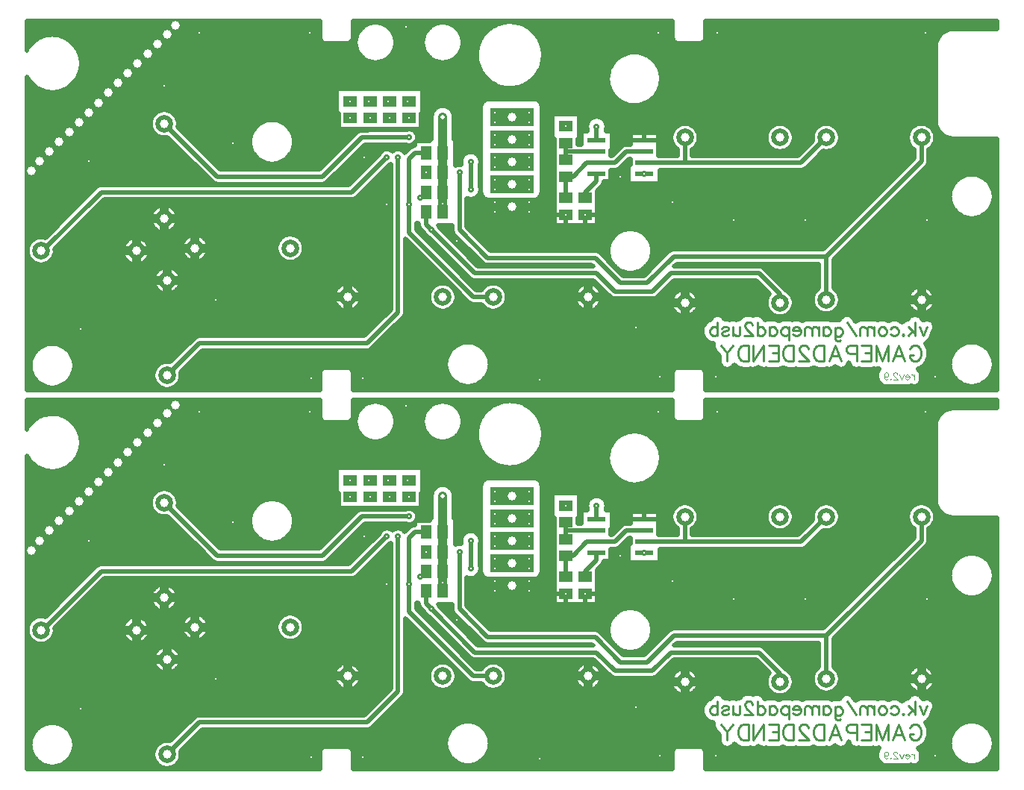
<source format=gbl>
G04 DipTrace 3.3.1.3*
G04 bottom_dendy_gamepad_Remastered_rev2.9_4021.gbl*
%MOMM*%
G04 #@! TF.FileFunction,Copper,L2,Bot*
G04 #@! TF.Part,Single*
%ADD13C,0.5*%
%ADD14C,1.0*%
%ADD15C,0.3*%
G04 #@! TA.AperFunction,Nonconductor*
%ADD17C,0.2353*%
%ADD18C,0.2745*%
%ADD19C,0.11767*%
G04 #@! TA.AperFunction,ComponentPad*
%ADD21C,2.0*%
%ADD23R,1.5X1.3*%
G04 #@! TA.AperFunction,ComponentPad*
%ADD24C,1.5*%
%ADD25R,5.0X2.0*%
%ADD26R,1.3X1.5*%
%ADD28R,2.0X0.6*%
G04 #@! TA.AperFunction,ViaPad*
%ADD29C,0.7*%
%FSLAX35Y35*%
G04*
G71*
G90*
G75*
G01*
G04 Bottom*
%LPD*%
X5175563Y4144100D2*
D13*
X5175043D1*
X5270877Y3699033D2*
Y1936777D1*
X4921537Y1587437D1*
X3016223D1*
X2651173Y1222387D1*
X4953290Y4144100D2*
Y4143580D1*
X5143810Y3699033D2*
X4746893Y3302117D1*
X1904970D1*
X1238150Y2635297D1*
X1222387D1*
X4731017Y4144100D2*
X4730497D1*
X5397837Y4143580D2*
D3*
X2619420Y4079960D2*
X3222620Y3476760D1*
X4413483D1*
X4860530Y3923807D1*
X5397877D1*
X5969397Y3524390D2*
Y2873447D1*
X6286930Y2555913D1*
X7509433D1*
X7795213Y2270133D1*
X8096870D1*
X8398527Y2571790D1*
X10129197D1*
Y2079613D1*
X5588877Y3524390D2*
D3*
X11208697Y3921307D2*
Y3651403D1*
X10129197Y2571903D1*
X5651877Y2873433D2*
X6144040Y2381270D1*
X7525310D1*
X7731707Y2174873D1*
X8160377D1*
X8366773Y2381270D1*
X9367003D1*
X9605040Y2143233D1*
Y2047860D1*
X5588617Y3079583D2*
Y2936693D1*
X5651877Y2873433D1*
X5588877Y3302117D2*
X5588357D1*
X5524877Y3238637D1*
X6350550Y2111367D2*
X6128163D1*
X5397877Y2841653D1*
Y3159227D1*
X5588877Y3746663D2*
X5461343D1*
X5397877Y3683197D1*
Y3159227D1*
X7525117Y3508553D2*
Y3428937D1*
X7398297Y3302117D1*
Y3238610D1*
X7176023Y3667280D2*
Y3858320D1*
X7525117Y3762553D2*
X7176023D1*
Y3858320D1*
X6096410Y3647920D2*
Y3333870D1*
X7525117Y3635553D2*
X7731733D1*
X7858733Y3762553D1*
X8065117D1*
X7176023Y3477280D2*
Y3238090D1*
Y3477280D2*
X7255927D1*
X7414200Y3635553D1*
X7525117D1*
X8065117D2*
X8525653D1*
X9843443D1*
X10129197Y3921307D1*
X8525653D2*
Y3635553D1*
X5778877Y3302117D2*
Y3308820D1*
D14*
Y3517220D1*
Y3726833D1*
Y4155920D1*
X4731017Y4334100D2*
D13*
D3*
X5159687D2*
X5175563D1*
X5397837D2*
X5381960D1*
X7176023Y4048320D2*
D14*
D3*
X5778877Y3746663D2*
D13*
Y3726833D1*
Y3524390D2*
Y3517220D1*
X4937413Y4334100D2*
X4953290D1*
X5778617Y3079583D2*
Y3175103D1*
X7525117Y3889553D2*
Y4047607D1*
X8065117Y3508513D2*
D3*
X5778877Y3302117D2*
D14*
Y3079583D1*
X5778617D1*
D29*
X5175043Y4144100D3*
X5270877Y3699033D3*
X4953290Y4143580D3*
X5143810Y3699033D3*
X4730497Y4144100D3*
X5397837Y4143580D3*
X5397877Y3923807D3*
X5969397Y3524390D3*
X5588877D3*
X5651877Y2873433D3*
D3*
X5524877Y3238637D3*
X5397877Y3159227D3*
X6096410Y3647920D3*
Y3333870D3*
D14*
X5778877Y4155920D3*
D29*
X4731017Y4334100D3*
D14*
X5778877Y4155920D3*
D29*
X5159687Y4334100D3*
X5381960D3*
X7176023Y4048320D3*
X4937413Y4334100D3*
X5778617Y3175103D3*
X7525117Y4047607D3*
X8065117Y3508513D3*
X1666820Y1746203D3*
X1762080Y3651403D3*
X3397377Y3857800D3*
X3206857Y2079613D3*
X6366313Y4207087D3*
X5937643Y2746433D3*
X7969857Y1762080D3*
X7398297Y3048090D3*
X2619420Y4508743D3*
X9081223Y2984583D3*
X11272203D3*
X9890933D3*
X7176023Y3048090D3*
X8239760Y1206397D3*
X4873907Y1190520D3*
X11367463Y1206397D3*
X11256327Y5112057D3*
X3016337D3*
X8223883D3*
X6874367Y1174643D3*
X8890703Y5112057D3*
X4270593D3*
X5366083Y5175563D3*
X4889783Y3699033D3*
X4286470Y1190520D3*
X8874827Y1206397D3*
X7795213Y3476760D3*
X5143810Y3159227D3*
X8382650Y3190980D3*
X6763230Y4207087D3*
X6366313Y4095950D3*
X6763230D3*
X6366313Y3953060D3*
X6763230D3*
X6366313Y3841923D3*
X6763230D3*
X6366313Y3699033D3*
X6763230D3*
X6366313Y3587897D3*
X6763230D3*
X6366313Y3445007D3*
X6763230D3*
X6366313Y3333870D3*
X6763230D3*
X6366313Y3190980D3*
X6763230D3*
X6366313Y3079843D3*
X6763230D3*
X1063050Y5194930D2*
D13*
X4382240D1*
X4762293D2*
X4893933D1*
X5139637D2*
X5656097D1*
X5901707D2*
X6366850D1*
X6715093D2*
X8383180D1*
X8763230D2*
X12066563D1*
X1063050Y5145263D2*
X4382240D1*
X4762293D2*
X4836603D1*
X5196967D2*
X5598673D1*
X5959040D2*
X6291837D1*
X6790107D2*
X8383180D1*
X8763230D2*
X11505107D1*
X1063050Y5095597D2*
X4382240D1*
X4762293D2*
X4805523D1*
X5228140D2*
X5567593D1*
X5990210D2*
X6243257D1*
X6838687D2*
X8383180D1*
X8763230D2*
X11421890D1*
X1063050Y5045930D2*
X1180837D1*
X1517777D2*
X4382240D1*
X4762203D2*
X4789300D1*
X5244273D2*
X5551370D1*
X6006343D2*
X6209170D1*
X6872777D2*
X8383180D1*
X8763140D2*
X11387893D1*
X1063050Y4996263D2*
X1115393D1*
X1583217D2*
X4415237D1*
X4729207D2*
X4784833D1*
X5248740D2*
X5546903D1*
X6010810D2*
X6185290D1*
X6896747D2*
X8416173D1*
X8730147D2*
X11371303D1*
X1624690Y4946597D2*
X4791397D1*
X5242177D2*
X5553467D1*
X6004337D2*
X6169520D1*
X6912423D2*
X11367933D1*
X1652490Y4896930D2*
X4809990D1*
X5223583D2*
X5572060D1*
X5985653D2*
X6161043D1*
X6920990D2*
X11367933D1*
X1670170Y4847263D2*
X4844717D1*
X5188857D2*
X5606787D1*
X5951017D2*
X6159130D1*
X6922813D2*
X7793920D1*
X8114090D2*
X11367933D1*
X1679467Y4797597D2*
X4910797D1*
X5122777D2*
X5672957D1*
X5884847D2*
X6163870D1*
X6918167D2*
X7731487D1*
X8176527D2*
X11367933D1*
X1680927Y4747930D2*
X6175443D1*
X6906590D2*
X7692750D1*
X8215263D2*
X11367933D1*
X1674910Y4698263D2*
X6194493D1*
X6887450D2*
X7667777D1*
X8240147D2*
X11367933D1*
X1660693Y4648597D2*
X6222477D1*
X6859467D2*
X7653100D1*
X8254910D2*
X11367933D1*
X1637267Y4598930D2*
X6262123D1*
X6819910D2*
X7647177D1*
X8260837D2*
X11367933D1*
X1063050Y4549263D2*
X1096667D1*
X1601993D2*
X6319637D1*
X6762397D2*
X7649457D1*
X8258467D2*
X11367933D1*
X1063050Y4499597D2*
X1150210D1*
X1548400D2*
X6419077D1*
X6662957D2*
X7660210D1*
X8247710D2*
X11367933D1*
X1063050Y4449930D2*
X1249013D1*
X1449600D2*
X4574013D1*
X5554807D2*
X7680443D1*
X8227477D2*
X11367933D1*
X1063050Y4400263D2*
X4574013D1*
X5554807D2*
X7712527D1*
X8195483D2*
X11367933D1*
X1063050Y4350597D2*
X4574013D1*
X5554807D2*
X6256563D1*
X6857100D2*
X7762477D1*
X8145537D2*
X11367933D1*
X1063050Y4300930D2*
X4574013D1*
X5554807D2*
X6213087D1*
X6900573D2*
X7855537D1*
X8052383D2*
X11367933D1*
X1063050Y4251263D2*
X4574013D1*
X5554807D2*
X5690003D1*
X5867800D2*
X6207800D1*
X6905860D2*
X11367933D1*
X1063050Y4201597D2*
X2515120D1*
X2723727D2*
X4574013D1*
X5554807D2*
X5655367D1*
X5902347D2*
X6207800D1*
X6905860D2*
X11367933D1*
X1063050Y4151930D2*
X2474923D1*
X2763920D2*
X4593973D1*
X5534847D2*
X5646890D1*
X5910913D2*
X6207800D1*
X6905860D2*
X7019000D1*
X7333063D2*
X7479377D1*
X7570860D2*
X11367933D1*
X1063050Y4102263D2*
X2458973D1*
X2779873D2*
X3734833D1*
X3949090D2*
X4593973D1*
X5534847D2*
X5646890D1*
X5910913D2*
X6207800D1*
X6905860D2*
X7019000D1*
X7333063D2*
X7422320D1*
X7627920D2*
X11368570D1*
X1063050Y4052597D2*
X2459793D1*
X2779050D2*
X3661823D1*
X4022100D2*
X4593973D1*
X5534847D2*
X5646890D1*
X5910913D2*
X6207800D1*
X6905860D2*
X7019000D1*
X7333063D2*
X7408193D1*
X7642047D2*
X8434587D1*
X8616760D2*
X9514027D1*
X9696290D2*
X10038113D1*
X10220290D2*
X11117647D1*
X11299820D2*
X11375133D1*
X1063050Y4002930D2*
X2477657D1*
X2817423D2*
X3622540D1*
X4061383D2*
X4833960D1*
X5449807D2*
X5646890D1*
X5910913D2*
X6207800D1*
X6905860D2*
X7019000D1*
X7333063D2*
X7417397D1*
X7632840D2*
X8386550D1*
X8664793D2*
X9466083D1*
X9744233D2*
X9990080D1*
X10268323D2*
X11069610D1*
X11347853D2*
X11396823D1*
X1063050Y3953263D2*
X2521683D1*
X2867100D2*
X3599663D1*
X4084350D2*
X4769063D1*
X5490003D2*
X5646890D1*
X5910913D2*
X6207800D1*
X6905860D2*
X7019000D1*
X7707123D2*
X7903113D1*
X8227110D2*
X8366957D1*
X8684390D2*
X9446397D1*
X9763830D2*
X9970483D1*
X10287920D2*
X11050017D1*
X11367450D2*
X11442033D1*
X1063050Y3903597D2*
X2674807D1*
X2916773D2*
X3588453D1*
X4095563D2*
X4719390D1*
X5492553D2*
X5646890D1*
X5910913D2*
X6207800D1*
X6905860D2*
X7039050D1*
X7313010D2*
X7343113D1*
X7707123D2*
X7903113D1*
X8227110D2*
X8364677D1*
X8686670D2*
X9444117D1*
X9766110D2*
X9968207D1*
X10290197D2*
X11047737D1*
X11369730D2*
X12066563D1*
X1063050Y3853930D2*
X2724480D1*
X2966447D2*
X3587450D1*
X4096563D2*
X4669717D1*
X5925860D2*
X6207800D1*
X6905860D2*
X7039050D1*
X7313010D2*
X7343113D1*
X7707123D2*
X7903113D1*
X8227110D2*
X8378803D1*
X8672450D2*
X9458337D1*
X9751980D2*
X9940860D1*
X10275980D2*
X11061863D1*
X11355510D2*
X12066563D1*
X1063050Y3804263D2*
X2774157D1*
X3016123D2*
X3596473D1*
X4087450D2*
X4620040D1*
X4861917D2*
X5397970D1*
X5925860D2*
X6207800D1*
X6905860D2*
X7039050D1*
X7707123D2*
X7779520D1*
X8227110D2*
X8415990D1*
X8635263D2*
X9495523D1*
X9714793D2*
X9891187D1*
X10238883D2*
X11099050D1*
X11318323D2*
X12066563D1*
X1063050Y3754597D2*
X2823830D1*
X3065707D2*
X3616800D1*
X4067123D2*
X4570367D1*
X4812240D2*
X5065470D1*
X5925860D2*
X6057320D1*
X6135497D2*
X6207800D1*
X6905860D2*
X7039050D1*
X7687073D2*
X7729847D1*
X8227110D2*
X8438687D1*
X8612657D2*
X9841513D1*
X10083480D2*
X11121657D1*
X11295717D2*
X12066563D1*
X1063050Y3704930D2*
X2873503D1*
X3115380D2*
X3652073D1*
X4031850D2*
X4520693D1*
X4762657D2*
X5028740D1*
X5925860D2*
X5994977D1*
X6905860D2*
X7039050D1*
X10033803D2*
X11121657D1*
X11295717D2*
X12066563D1*
X1063050Y3655263D2*
X2923180D1*
X3165053D2*
X3714690D1*
X3969233D2*
X4471017D1*
X4712983D2*
X4979063D1*
X5925860D2*
X5979663D1*
X6905860D2*
X7039050D1*
X7872373D2*
X7903113D1*
X9984130D2*
X11091577D1*
X11295717D2*
X12066563D1*
X1063050Y3605597D2*
X2972853D1*
X3214730D2*
X4421343D1*
X4663310D2*
X4929390D1*
X6905860D2*
X7039050D1*
X7822697D2*
X7883153D1*
X9934457D2*
X11041903D1*
X11281683D2*
X12066563D1*
X1063050Y3555930D2*
X3022527D1*
X4613633D2*
X4879717D1*
X5121683D2*
X5183870D1*
X6905860D2*
X7039050D1*
X7756343D2*
X7883153D1*
X9868010D2*
X10992230D1*
X11234193D2*
X12066563D1*
X1063050Y3506263D2*
X3072110D1*
X4563960D2*
X4830040D1*
X5072007D2*
X5183870D1*
X6905860D2*
X7039050D1*
X7687073D2*
X7883153D1*
X8247073D2*
X10942553D1*
X11184520D2*
X12066563D1*
X1063050Y3456597D2*
X3121787D1*
X4514287D2*
X4780367D1*
X5022333D2*
X5183870D1*
X6905860D2*
X7039050D1*
X7687073D2*
X7883153D1*
X8247073D2*
X10892880D1*
X11134847D2*
X11627517D1*
X11933010D2*
X12066563D1*
X1063050Y3406930D2*
X3174650D1*
X4461513D2*
X4730783D1*
X4972657D2*
X5183870D1*
X6905860D2*
X7039050D1*
X7609143D2*
X7883153D1*
X8247073D2*
X10843297D1*
X11085170D2*
X11576747D1*
X11983870D2*
X12066563D1*
X1063050Y3357263D2*
X1839183D1*
X4922983D2*
X5183870D1*
X6905860D2*
X7039050D1*
X7574417D2*
X10793623D1*
X11035497D2*
X11547033D1*
X12013583D2*
X12066563D1*
X1063050Y3307597D2*
X1789507D1*
X4873310D2*
X5183870D1*
X6905860D2*
X7039050D1*
X7535313D2*
X10743947D1*
X10985823D2*
X11530627D1*
X12029897D2*
X12066563D1*
X1063050Y3257930D2*
X1739833D1*
X4823633D2*
X5183870D1*
X6183713D2*
X6219377D1*
X6894287D2*
X7039050D1*
X7535313D2*
X10694273D1*
X10936147D2*
X11524977D1*
X12035640D2*
X12066563D1*
X1063050Y3208263D2*
X1690157D1*
X1932123D2*
X5183870D1*
X6056383D2*
X7039050D1*
X7535313D2*
X10644600D1*
X10886563D2*
X11529260D1*
X12031357D2*
X12066563D1*
X1063050Y3158597D2*
X1640483D1*
X1882450D2*
X5183870D1*
X6056383D2*
X7039050D1*
X7535313D2*
X10594923D1*
X10836890D2*
X11544027D1*
X12016500D2*
X12066563D1*
X1063050Y3108930D2*
X1590810D1*
X1832777D2*
X2500900D1*
X2737943D2*
X5183870D1*
X6056383D2*
X7039050D1*
X7535313D2*
X10545250D1*
X10787217D2*
X11571643D1*
X11988973D2*
X12066563D1*
X1063050Y3059263D2*
X1541133D1*
X1783100D2*
X2468817D1*
X2770027D2*
X5183870D1*
X6056383D2*
X7039050D1*
X7535313D2*
X10495573D1*
X10737540D2*
X11618583D1*
X11941943D2*
X12066563D1*
X1063050Y3009597D2*
X1491460D1*
X1733427D2*
X2457697D1*
X2781147D2*
X5183870D1*
X6056383D2*
X7039050D1*
X7535313D2*
X10445900D1*
X10687867D2*
X11723490D1*
X11837123D2*
X12066563D1*
X1063050Y2959930D2*
X1441787D1*
X1683753D2*
X2462710D1*
X2776133D2*
X5183870D1*
X6056383D2*
X7039050D1*
X7535313D2*
X10396227D1*
X10638193D2*
X12066563D1*
X1063050Y2910263D2*
X1392110D1*
X1634077D2*
X2485953D1*
X2752893D2*
X5183870D1*
X5741200D2*
X5882410D1*
X6056383D2*
X10346550D1*
X10588517D2*
X12066563D1*
X1063050Y2860597D2*
X1342527D1*
X1584403D2*
X2543100D1*
X2695743D2*
X5183870D1*
X5499937D2*
X5543713D1*
X5785680D2*
X5883413D1*
X6103230D2*
X7792280D1*
X8020573D2*
X10296967D1*
X10538843D2*
X12066563D1*
X1063050Y2810930D2*
X1292853D1*
X1534730D2*
X2900850D1*
X3036540D2*
X3980380D1*
X4116070D2*
X5183870D1*
X5549520D2*
X5579433D1*
X5835353D2*
X5910940D1*
X6152907D2*
X7723010D1*
X8089753D2*
X10247293D1*
X10489170D2*
X12066563D1*
X1063050Y2761263D2*
X1123687D1*
X1485053D2*
X2203217D1*
X2400613D2*
X2838140D1*
X3099337D2*
X3917580D1*
X4178777D2*
X5183870D1*
X5599193D2*
X5643063D1*
X5885027D2*
X5960613D1*
X6202580D2*
X7685093D1*
X8127763D2*
X10197620D1*
X10439493D2*
X12066563D1*
X1435380Y2711597D2*
X2159650D1*
X2444090D2*
X2813167D1*
X3124220D2*
X3892697D1*
X4203753D2*
X5183870D1*
X5357840D2*
X5406993D1*
X5648870D2*
X5692737D1*
X5934703D2*
X6010290D1*
X6252253D2*
X7662943D1*
X8149820D2*
X10147943D1*
X10389820D2*
X12066563D1*
X1385707Y2661930D2*
X2142150D1*
X2461590D2*
X2806787D1*
X3130600D2*
X3886317D1*
X4210133D2*
X5183870D1*
X5357840D2*
X5456670D1*
X5698543D2*
X5742410D1*
X5984377D2*
X6059963D1*
X6301837D2*
X7652463D1*
X8160300D2*
X10098270D1*
X10340147D2*
X12066563D1*
X1382697Y2612263D2*
X2141603D1*
X2462230D2*
X2816540D1*
X3120850D2*
X3896070D1*
X4200380D2*
X5183870D1*
X5357840D2*
X5506343D1*
X5748217D2*
X5792087D1*
X6034050D2*
X6109637D1*
X7574050D2*
X7652100D1*
X8160667D2*
X8318010D1*
X10290563D2*
X12066563D1*
X1366563Y2562597D2*
X2157737D1*
X2446003D2*
X2846527D1*
X3090953D2*
X3925967D1*
X4170393D2*
X5183870D1*
X5357840D2*
X5555927D1*
X5797893D2*
X5841760D1*
X6083633D2*
X6159313D1*
X7623727D2*
X7661850D1*
X8150913D2*
X8268337D1*
X10240887D2*
X12066563D1*
X1063050Y2512930D2*
X1119040D1*
X1325730D2*
X2198480D1*
X2405263D2*
X2933753D1*
X3003633D2*
X4013283D1*
X4083167D2*
X5183870D1*
X5357840D2*
X5605600D1*
X5847567D2*
X5891433D1*
X6133310D2*
X6208987D1*
X8129767D2*
X8218660D1*
X10216187D2*
X12066563D1*
X1063050Y2463263D2*
X5183870D1*
X5357840D2*
X5655277D1*
X5897240D2*
X5941110D1*
X8093217D2*
X8169077D1*
X9373087D2*
X10042217D1*
X10216187D2*
X12066563D1*
X1063050Y2413597D2*
X2535900D1*
X2766473D2*
X5183870D1*
X5357840D2*
X5704950D1*
X5946917D2*
X5990783D1*
X8027593D2*
X8119403D1*
X9455667D2*
X10042217D1*
X10216187D2*
X12066563D1*
X1063050Y2363930D2*
X2501993D1*
X2800380D2*
X5183870D1*
X5357840D2*
X5754623D1*
X5996590D2*
X6040457D1*
X7822423D2*
X8069730D1*
X9505340D2*
X10042217D1*
X10216187D2*
X12066563D1*
X1063050Y2314263D2*
X2489690D1*
X2812683D2*
X5183870D1*
X5357840D2*
X5804300D1*
X6046267D2*
X6091773D1*
X9555017D2*
X10042217D1*
X10216187D2*
X12066563D1*
X1063050Y2264597D2*
X2493700D1*
X2808673D2*
X4660053D1*
X4738503D2*
X5183870D1*
X5357840D2*
X5739587D1*
X5817943D2*
X5853973D1*
X6095940D2*
X6311343D1*
X6389793D2*
X7390873D1*
X7469233D2*
X7521030D1*
X8371030D2*
X9362723D1*
X9604600D2*
X10042217D1*
X10216187D2*
X12066563D1*
X1063050Y2214930D2*
X2515483D1*
X2786890D2*
X4576290D1*
X4822267D2*
X5183870D1*
X5357840D2*
X5655730D1*
X6145523D2*
X6227580D1*
X6473557D2*
X7307020D1*
X8321357D2*
X9412397D1*
X9654273D2*
X10042217D1*
X10216187D2*
X11124117D1*
X11293350D2*
X12066563D1*
X1063050Y2165263D2*
X2568803D1*
X2733480D2*
X4546760D1*
X4851707D2*
X5183870D1*
X5357840D2*
X5626290D1*
X6502997D2*
X7277580D1*
X7582527D2*
X7620380D1*
X8271773D2*
X8416267D1*
X8634807D2*
X9462073D1*
X9714247D2*
X9992633D1*
X10265770D2*
X11072073D1*
X11345300D2*
X12066563D1*
X1063050Y2115597D2*
X4537280D1*
X4861187D2*
X5183870D1*
X5357840D2*
X5616813D1*
X5940717D2*
X6002997D1*
X6512477D2*
X7268100D1*
X7592007D2*
X7670053D1*
X8222007D2*
X8378897D1*
X8672177D2*
X9458427D1*
X9751707D2*
X9971397D1*
X10287007D2*
X11050837D1*
X11366540D2*
X12066563D1*
X1063050Y2065930D2*
X4544027D1*
X4854533D2*
X5183870D1*
X5357840D2*
X5623467D1*
X5934063D2*
X6052670D1*
X6505823D2*
X7274753D1*
X7585353D2*
X8364587D1*
X8686487D2*
X9444117D1*
X9766017D2*
X9967750D1*
X10290563D2*
X11047280D1*
X11370093D2*
X12066563D1*
X1063050Y2016263D2*
X4569363D1*
X4829193D2*
X5183870D1*
X5357840D2*
X5648803D1*
X5908727D2*
X6220653D1*
X6480483D2*
X7300093D1*
X7559923D2*
X8366773D1*
X8684300D2*
X9446213D1*
X9763830D2*
X9980510D1*
X10277893D2*
X11060040D1*
X11357333D2*
X12066563D1*
X1063050Y1966597D2*
X4633530D1*
X4765027D2*
X5179767D1*
X5357840D2*
X5712970D1*
X5844560D2*
X6284820D1*
X6416317D2*
X7364260D1*
X7495757D2*
X8386187D1*
X8664883D2*
X9465717D1*
X9744417D2*
X10015237D1*
X10243167D2*
X11094677D1*
X11322697D2*
X12066563D1*
X1063050Y1916930D2*
X5130093D1*
X5355470D2*
X8433857D1*
X8617217D2*
X9513387D1*
X9696657D2*
X12066563D1*
X1063050Y1867263D2*
X5080420D1*
X5322293D2*
X8815393D1*
X8977333D2*
X9141877D1*
X9427957D2*
X10280927D1*
X10442957D2*
X11056030D1*
X11217880D2*
X12066563D1*
X1063050Y1817597D2*
X5030743D1*
X5272620D2*
X8753777D1*
X11351590D2*
X12066563D1*
X1063050Y1767930D2*
X4981070D1*
X5223037D2*
X8724977D1*
X11362983D2*
X12066563D1*
X1063050Y1718263D2*
X4931397D1*
X5173360D2*
X8717137D1*
X11346850D2*
X12066563D1*
X1063050Y1668597D2*
X2999560D1*
X5123687D2*
X8728167D1*
X11325613D2*
X12066563D1*
X1063050Y1618930D2*
X2926733D1*
X5074013D2*
X8763713D1*
X11301187D2*
X12066563D1*
X1063050Y1569263D2*
X1260407D1*
X1438207D2*
X2877060D1*
X5024337D2*
X5940197D1*
X6189183D2*
X8842827D1*
X11273207D2*
X11655770D1*
X11904753D2*
X12066563D1*
X1063050Y1519597D2*
X1176917D1*
X1521603D2*
X2827383D1*
X4972567D2*
X5876213D1*
X6253167D2*
X8853127D1*
X11292437D2*
X11591787D1*
X11968740D2*
X12066563D1*
X1063050Y1469930D2*
X1134443D1*
X1564077D2*
X2777710D1*
X3019677D2*
X5840300D1*
X6289077D2*
X8891043D1*
X11296267D2*
X11555873D1*
X12004650D2*
X12066563D1*
X1063050Y1420263D2*
X1109467D1*
X1589050D2*
X2728127D1*
X2970003D2*
X5819610D1*
X6309767D2*
X8910457D1*
X11290707D2*
X11535183D1*
X12025340D2*
X12066563D1*
X1063050Y1370597D2*
X1096667D1*
X1601813D2*
X2594417D1*
X2920327D2*
X5810223D1*
X6319157D2*
X8911370D1*
X11270563D2*
X11525797D1*
X12034730D2*
X12066563D1*
X1063050Y1320930D2*
X1094297D1*
X1604273D2*
X2523960D1*
X2870653D2*
X5810953D1*
X6318427D2*
X8935980D1*
X9072490D2*
X9102767D1*
X10366943D2*
X10404430D1*
X11226903D2*
X11526527D1*
X12034000D2*
X12066563D1*
X1063050Y1271263D2*
X1101813D1*
X1596800D2*
X2496980D1*
X2820980D2*
X4385157D1*
X4759287D2*
X5821800D1*
X6307580D2*
X8386097D1*
X8760223D2*
X10708490D1*
X11199650D2*
X11537373D1*
X12023153D2*
X12066563D1*
X1063050Y1221597D2*
X1120313D1*
X1578297D2*
X2489143D1*
X2813140D2*
X4382240D1*
X4762293D2*
X5844403D1*
X6284977D2*
X8383180D1*
X8763230D2*
X10699833D1*
X11211683D2*
X11559977D1*
X12000550D2*
X12066563D1*
X1063050Y1171930D2*
X1153037D1*
X1545573D2*
X2497527D1*
X2804847D2*
X4382240D1*
X4762293D2*
X5883050D1*
X6246330D2*
X8383180D1*
X8763230D2*
X10706123D1*
X11211500D2*
X11598623D1*
X11961903D2*
X12066563D1*
X1063050Y1122263D2*
X1209820D1*
X1488790D2*
X2525237D1*
X2777137D2*
X4382240D1*
X4762293D2*
X5954233D1*
X6175147D2*
X8383180D1*
X8763230D2*
X10736383D1*
X11189717D2*
X11669807D1*
X11890717D2*
X12066563D1*
X1063050Y1072597D2*
X2599157D1*
X2703217D2*
X4382240D1*
X4762293D2*
X8383180D1*
X8763230D2*
X12066563D1*
X3125637Y2662383D2*
X3123977Y2643803D1*
X3120123Y2625550D1*
X3114130Y2607883D1*
X3106087Y2591050D1*
X3096100Y2575290D1*
X3084317Y2560827D1*
X3070903Y2547863D1*
X3056043Y2536583D1*
X3039950Y2527147D1*
X3022853Y2519683D1*
X3004990Y2514300D1*
X2986617Y2511073D1*
X2967990Y2510050D1*
X2949370Y2511247D1*
X2931027Y2514640D1*
X2913213Y2520183D1*
X2896187Y2527803D1*
X2880180Y2537390D1*
X2865427Y2548803D1*
X2852130Y2561890D1*
X2840477Y2576460D1*
X2830637Y2592310D1*
X2822747Y2609213D1*
X2816917Y2626937D1*
X2813230Y2645223D1*
X2811740Y2663820D1*
X2812463Y2682463D1*
X2815397Y2700887D1*
X2820493Y2718833D1*
X2827680Y2736047D1*
X2836860Y2752287D1*
X2847900Y2767327D1*
X2860650Y2780947D1*
X2874920Y2792960D1*
X2890520Y2803197D1*
X2907220Y2811510D1*
X2924790Y2817783D1*
X2942977Y2821927D1*
X2961530Y2823887D1*
X2980183Y2823630D1*
X2998677Y2821163D1*
X3016747Y2816520D1*
X3034137Y2809767D1*
X3050603Y2800997D1*
X3065913Y2790340D1*
X3079850Y2777937D1*
X3092220Y2763970D1*
X3102843Y2748637D1*
X3111573Y2732150D1*
X3118287Y2714743D1*
X3122887Y2696663D1*
X3125313Y2678167D1*
X3125637Y2662383D1*
X4204723Y2654733D2*
X4200870Y2630400D1*
X4193257Y2606970D1*
X4182070Y2585017D1*
X4167590Y2565087D1*
X4150170Y2547667D1*
X4130240Y2533187D1*
X4108287Y2522000D1*
X4084857Y2514387D1*
X4060523Y2510533D1*
X4035890D1*
X4011557Y2514387D1*
X3988127Y2522000D1*
X3966173Y2533187D1*
X3946243Y2547667D1*
X3928823Y2565087D1*
X3914343Y2585017D1*
X3903157Y2606970D1*
X3895543Y2630400D1*
X3891690Y2654733D1*
Y2679367D1*
X3895543Y2703700D1*
X3903157Y2727130D1*
X3914343Y2749083D1*
X3928823Y2769013D1*
X3946243Y2786433D1*
X3966173Y2800913D1*
X3988127Y2812100D1*
X4011557Y2819713D1*
X4035890Y2823567D1*
X4060523D1*
X4084857Y2819713D1*
X4108287Y2812100D1*
X4130240Y2800913D1*
X4150170Y2786433D1*
X4167590Y2769013D1*
X4182070Y2749083D1*
X4193257Y2727130D1*
X4200870Y2703700D1*
X4204723Y2679367D1*
Y2654733D1*
X2458817Y2630630D2*
X2457157Y2612050D1*
X2453303Y2593797D1*
X2447310Y2576130D1*
X2439267Y2559297D1*
X2429280Y2543537D1*
X2417497Y2529073D1*
X2404083Y2516110D1*
X2389223Y2504830D1*
X2373130Y2495393D1*
X2356033Y2487930D1*
X2338170Y2482547D1*
X2319797Y2479320D1*
X2301170Y2478297D1*
X2282550Y2479493D1*
X2264207Y2482887D1*
X2246393Y2488430D1*
X2229367Y2496050D1*
X2213360Y2505637D1*
X2198607Y2517050D1*
X2185310Y2530137D1*
X2173657Y2544707D1*
X2163817Y2560557D1*
X2155927Y2577460D1*
X2150097Y2595183D1*
X2146410Y2613470D1*
X2144920Y2632067D1*
X2145643Y2650710D1*
X2148577Y2669133D1*
X2153673Y2687080D1*
X2160860Y2704293D1*
X2170040Y2720533D1*
X2181080Y2735573D1*
X2193830Y2749193D1*
X2208100Y2761207D1*
X2223700Y2771443D1*
X2240400Y2779757D1*
X2257970Y2786030D1*
X2276157Y2790173D1*
X2294710Y2792133D1*
X2313363Y2791877D1*
X2331857Y2789410D1*
X2349927Y2784767D1*
X2367317Y2778013D1*
X2383783Y2769243D1*
X2399093Y2758587D1*
X2413030Y2746183D1*
X2425400Y2732217D1*
X2436023Y2716883D1*
X2444753Y2700397D1*
X2451467Y2682990D1*
X2456067Y2664910D1*
X2458493Y2646413D1*
X2458817Y2630630D1*
X1378903Y2622980D2*
X1375050Y2598647D1*
X1367437Y2575217D1*
X1356250Y2553263D1*
X1341770Y2533333D1*
X1324350Y2515913D1*
X1304420Y2501433D1*
X1282467Y2490247D1*
X1259037Y2482633D1*
X1234703Y2478780D1*
X1210070D1*
X1185737Y2482633D1*
X1162307Y2490247D1*
X1140353Y2501433D1*
X1120423Y2515913D1*
X1103003Y2533333D1*
X1088523Y2553263D1*
X1077337Y2575217D1*
X1069723Y2598647D1*
X1065870Y2622980D1*
Y2647613D1*
X1069723Y2671947D1*
X1077337Y2695377D1*
X1088523Y2717330D1*
X1103003Y2737260D1*
X1120423Y2754680D1*
X1140353Y2769160D1*
X1162307Y2780347D1*
X1185737Y2787960D1*
X1210070Y2791813D1*
X1234703D1*
X1259037Y2787960D1*
X1271310Y2784463D1*
X1851717Y3364470D1*
X1862123Y3372033D1*
X1873590Y3377877D1*
X1885827Y3381850D1*
X1898537Y3383863D1*
X2068303Y3384117D1*
X4712900D1*
X5056340Y3727527D1*
X5061837Y3740800D1*
X5069380Y3753110D1*
X5078757Y3764087D1*
X5089733Y3773463D1*
X5102043Y3781007D1*
X5115380Y3786530D1*
X5129417Y3789900D1*
X5143810Y3791033D1*
X5158203Y3789900D1*
X5172240Y3786530D1*
X5185577Y3781007D1*
X5197887Y3773463D1*
X5207310Y3765523D1*
X5216800Y3773463D1*
X5229110Y3781007D1*
X5242447Y3786530D1*
X5256483Y3789900D1*
X5270877Y3791033D1*
X5285270Y3789900D1*
X5299307Y3786530D1*
X5312643Y3781007D1*
X5324953Y3773463D1*
X5335930Y3764087D1*
X5345307Y3753110D1*
X5347923Y3749190D1*
X5408090Y3809017D1*
X5418497Y3816580D1*
X5429963Y3822423D1*
X5442200Y3826397D1*
X5454910Y3828410D1*
X5461370Y3828663D1*
X5466877Y3847997D1*
Y3863037D1*
X5457587Y3853850D1*
X5445907Y3845363D1*
X5433043Y3838810D1*
X5419313Y3834350D1*
X5405053Y3832090D1*
X5390620D1*
X5376360Y3834350D1*
X5362630Y3838810D1*
X5356147Y3841800D1*
X4894437Y3841807D1*
X4466737Y3414407D1*
X4456327Y3406843D1*
X4444863Y3401003D1*
X4432627Y3397027D1*
X4419917Y3395013D1*
X4250150Y3394760D1*
X3216187Y3395013D1*
X3203477Y3397027D1*
X3191240Y3401003D1*
X3179777Y3406843D1*
X3169367Y3414407D1*
X3049143Y3534270D1*
X2656070Y3927297D1*
X2631737Y3923443D1*
X2607103D1*
X2582770Y3927297D1*
X2559340Y3934910D1*
X2537387Y3946097D1*
X2517457Y3960577D1*
X2500037Y3977997D1*
X2485557Y3997927D1*
X2474370Y4019880D1*
X2466757Y4043310D1*
X2462903Y4067643D1*
Y4092277D1*
X2466757Y4116610D1*
X2474370Y4140040D1*
X2485557Y4161993D1*
X2500037Y4181923D1*
X2517457Y4199343D1*
X2537387Y4213823D1*
X2559340Y4225010D1*
X2582770Y4232623D1*
X2607103Y4236477D1*
X2631737D1*
X2656070Y4232623D1*
X2679500Y4225010D1*
X2701453Y4213823D1*
X2721383Y4199343D1*
X2738803Y4181923D1*
X2753283Y4161993D1*
X2764470Y4140040D1*
X2772083Y4116610D1*
X2775937Y4092277D1*
Y4067643D1*
X2772070Y4043263D1*
X3256613Y3558733D1*
X4379533Y3558760D1*
X4807277Y3986160D1*
X4817687Y3993723D1*
X4829150Y3999563D1*
X4841387Y4003540D1*
X4854097Y4005553D1*
X5023863Y4005807D1*
X5356090D1*
X5369407Y4011303D1*
X5383443Y4014673D1*
X5397837Y4015807D1*
X5412230Y4014673D1*
X5426267Y4011303D1*
X5439603Y4005780D1*
X5451913Y3998237D1*
X5462890Y3988860D1*
X5472267Y3977883D1*
X5479810Y3965573D1*
X5485333Y3952237D1*
X5488703Y3938200D1*
X5489837Y3923807D1*
X5488703Y3909413D1*
X5485333Y3895377D1*
X5479810Y3882040D1*
X5477920Y3878667D1*
X5636863Y3878663D1*
X5636877Y3898663D1*
X5651917D1*
X5652267Y4165883D1*
X5655387Y4185567D1*
X5661543Y4204520D1*
X5670590Y4222277D1*
X5682303Y4238400D1*
X5696397Y4252493D1*
X5712520Y4264207D1*
X5730277Y4273253D1*
X5749230Y4279410D1*
X5768913Y4282530D1*
X5788840D1*
X5808523Y4279410D1*
X5827477Y4273253D1*
X5845233Y4264207D1*
X5861357Y4252493D1*
X5875450Y4238400D1*
X5887163Y4222277D1*
X5896210Y4204520D1*
X5902367Y4185567D1*
X5905487Y4165883D1*
X5905877Y4085920D1*
Y3898617D1*
X5920877Y3898663D1*
X5921327Y3602833D1*
X5934190Y3609387D1*
X5947920Y3613847D1*
X5962180Y3616107D1*
X5976613D1*
X5989627Y3614097D1*
X5985790Y3630400D1*
X5984410Y3647920D1*
X5985790Y3665440D1*
X5989893Y3682530D1*
X5996617Y3698767D1*
X6005800Y3713753D1*
X6017213Y3727117D1*
X6030577Y3738530D1*
X6045563Y3747713D1*
X6061800Y3754437D1*
X6078890Y3758540D1*
X6096410Y3759920D1*
X6113930Y3758540D1*
X6131020Y3754437D1*
X6147257Y3747713D1*
X6162243Y3738530D1*
X6175607Y3727117D1*
X6187020Y3713753D1*
X6196203Y3698767D1*
X6202927Y3682530D1*
X6207030Y3665440D1*
X6208410Y3647920D1*
X6207030Y3630400D1*
X6202927Y3613310D1*
X6198410Y3601253D1*
Y3380043D1*
X6202927Y3368480D1*
X6207030Y3351390D1*
X6208410Y3333870D1*
X6207030Y3316350D1*
X6202927Y3299260D1*
X6196203Y3283023D1*
X6187020Y3268037D1*
X6175607Y3254673D1*
X6162243Y3243260D1*
X6147257Y3234077D1*
X6131020Y3227353D1*
X6113930Y3223250D1*
X6096410Y3221870D1*
X6078890Y3223250D1*
X6061800Y3227353D1*
X6051397Y3231387D1*
Y2907423D1*
X6320950Y2637860D1*
X7515867Y2637660D1*
X7528577Y2635647D1*
X7540813Y2631670D1*
X7552277Y2625830D1*
X7562687Y2618267D1*
X7682910Y2498403D1*
X7829147Y2352167D1*
X8062910Y2352133D1*
X8345273Y2634143D1*
X8355680Y2641707D1*
X8367147Y2647550D1*
X8379383Y2651523D1*
X8392093Y2653537D1*
X8561860Y2653790D1*
X10095207D1*
X11126710Y3685380D1*
X11126663Y3787443D1*
X11106733Y3801923D1*
X11089313Y3819343D1*
X11074833Y3839273D1*
X11063647Y3861227D1*
X11056033Y3884657D1*
X11052180Y3908990D1*
Y3933623D1*
X11056033Y3957957D1*
X11063647Y3981387D1*
X11074833Y4003340D1*
X11089313Y4023270D1*
X11106733Y4040690D1*
X11126663Y4055170D1*
X11148617Y4066357D1*
X11172047Y4073970D1*
X11196380Y4077823D1*
X11221013D1*
X11245347Y4073970D1*
X11268777Y4066357D1*
X11290730Y4055170D1*
X11310660Y4040690D1*
X11328080Y4023270D1*
X11342560Y4003340D1*
X11353747Y3981387D1*
X11361360Y3957957D1*
X11365213Y3933623D1*
Y3908990D1*
X11361360Y3884657D1*
X11353747Y3861227D1*
X11342560Y3839273D1*
X11328080Y3819343D1*
X11310660Y3801923D1*
X11290687Y3787420D1*
X11290443Y3644970D1*
X11288430Y3632260D1*
X11284457Y3620023D1*
X11278613Y3608557D1*
X11271050Y3598150D1*
X11151187Y3477927D1*
X10211183Y2537927D1*
X10211230Y2213477D1*
X10231160Y2198997D1*
X10248580Y2181577D1*
X10263060Y2161647D1*
X10274247Y2139693D1*
X10281860Y2116263D1*
X10285713Y2091930D1*
Y2067297D1*
X10281860Y2042963D1*
X10274247Y2019533D1*
X10263060Y1997580D1*
X10248580Y1977650D1*
X10231160Y1960230D1*
X10211230Y1945750D1*
X10189277Y1934563D1*
X10165847Y1926950D1*
X10141513Y1923097D1*
X10116880D1*
X10092547Y1926950D1*
X10069117Y1934563D1*
X10047163Y1945750D1*
X10027233Y1960230D1*
X10009813Y1977650D1*
X9995333Y1997580D1*
X9984147Y2019533D1*
X9976533Y2042963D1*
X9972680Y2067297D1*
Y2091930D1*
X9976533Y2116263D1*
X9984147Y2139693D1*
X9995333Y2161647D1*
X10009813Y2181577D1*
X10027233Y2198997D1*
X10047207Y2213500D1*
X10047197Y2489860D1*
X8432517Y2489790D1*
X8405917Y2463213D1*
X9373437Y2463017D1*
X9386147Y2461003D1*
X9398383Y2457027D1*
X9409847Y2451187D1*
X9420257Y2443623D1*
X9540480Y2323760D1*
X9667393Y2196487D1*
X9671393Y2191410D1*
X9687073Y2181723D1*
X9707003Y2167243D1*
X9724423Y2149823D1*
X9738903Y2129893D1*
X9750090Y2107940D1*
X9757703Y2084510D1*
X9761557Y2060177D1*
Y2035543D1*
X9757703Y2011210D1*
X9750090Y1987780D1*
X9738903Y1965827D1*
X9724423Y1945897D1*
X9707003Y1928477D1*
X9687073Y1913997D1*
X9665120Y1902810D1*
X9641690Y1895197D1*
X9617357Y1891343D1*
X9592723D1*
X9568390Y1895197D1*
X9544960Y1902810D1*
X9523007Y1913997D1*
X9503077Y1928477D1*
X9485657Y1945897D1*
X9471177Y1965827D1*
X9459990Y1987780D1*
X9452377Y2011210D1*
X9448523Y2035543D1*
Y2060177D1*
X9452377Y2084510D1*
X9459990Y2107940D1*
X9471177Y2129893D1*
X9484257Y2148047D1*
X9333020Y2299290D1*
X8400767Y2299270D1*
X8213630Y2112520D1*
X8203220Y2104957D1*
X8191757Y2099117D1*
X8179520Y2095140D1*
X8166810Y2093127D1*
X7997043Y2092873D1*
X7725273Y2093127D1*
X7712563Y2095140D1*
X7700327Y2099113D1*
X7688860Y2104957D1*
X7678453Y2112520D1*
X7558230Y2232383D1*
X7491397Y2299220D1*
X6137607Y2299523D1*
X6124897Y2301537D1*
X6112660Y2305510D1*
X6101193Y2311353D1*
X6090787Y2318917D1*
X5970563Y2438780D1*
X5623370Y2785973D1*
X5610110Y2791460D1*
X5597800Y2799003D1*
X5586823Y2808380D1*
X5577447Y2819357D1*
X5569903Y2831667D1*
X5564410Y2844923D1*
X5526263Y2883440D1*
X5518700Y2893850D1*
X5512860Y2905313D1*
X5508883Y2917550D1*
X5506870Y2930260D1*
X5506617Y2936720D1*
X5500617Y2947583D1*
X5479927D1*
X5479877Y2875673D1*
X6162167Y2193330D1*
X6216687Y2193400D1*
X6231167Y2213330D1*
X6248587Y2230750D1*
X6268517Y2245230D1*
X6290470Y2256417D1*
X6313900Y2264030D1*
X6338233Y2267883D1*
X6362867D1*
X6387200Y2264030D1*
X6410630Y2256417D1*
X6432583Y2245230D1*
X6452513Y2230750D1*
X6469933Y2213330D1*
X6484413Y2193400D1*
X6495600Y2171447D1*
X6503213Y2148017D1*
X6507067Y2123683D1*
Y2099050D1*
X6503213Y2074717D1*
X6495600Y2051287D1*
X6484413Y2029333D1*
X6469933Y2009403D1*
X6452513Y1991983D1*
X6432583Y1977503D1*
X6410630Y1966317D1*
X6387200Y1958703D1*
X6362867Y1954850D1*
X6338233D1*
X6313900Y1958703D1*
X6290470Y1966317D1*
X6268517Y1977503D1*
X6248587Y1991983D1*
X6231167Y2009403D1*
X6216663Y2029377D1*
X6121730Y2029620D1*
X6109020Y2031633D1*
X6096783Y2035610D1*
X6085320Y2041450D1*
X6074910Y2049013D1*
X5954687Y2168877D1*
X5352917Y2770647D1*
X5352623Y1930343D1*
X5350610Y1917633D1*
X5346637Y1905397D1*
X5340793Y1893930D1*
X5333230Y1883523D1*
X5213367Y1763300D1*
X4974790Y1525083D1*
X4964383Y1517520D1*
X4952917Y1511677D1*
X4940680Y1507703D1*
X4927970Y1505690D1*
X4758203Y1505437D1*
X3050220D1*
X2803837Y1259037D1*
X2807690Y1234703D1*
Y1210070D1*
X2803837Y1185737D1*
X2796223Y1162307D1*
X2785037Y1140353D1*
X2770557Y1120423D1*
X2753137Y1103003D1*
X2733207Y1088523D1*
X2711253Y1077337D1*
X2687823Y1069723D1*
X2663490Y1065870D1*
X2638857D1*
X2614523Y1069723D1*
X2591093Y1077337D1*
X2569140Y1088523D1*
X2549210Y1103003D1*
X2531790Y1120423D1*
X2517310Y1140353D1*
X2506123Y1162307D1*
X2498510Y1185737D1*
X2494657Y1210070D1*
Y1234703D1*
X2498510Y1259037D1*
X2506123Y1282467D1*
X2517310Y1304420D1*
X2531790Y1324350D1*
X2549210Y1341770D1*
X2569140Y1356250D1*
X2591093Y1367437D1*
X2614523Y1375050D1*
X2638857Y1378903D1*
X2663490D1*
X2687870Y1375037D1*
X2962970Y1649790D1*
X2973377Y1657353D1*
X2984843Y1663197D1*
X2997080Y1667170D1*
X3009790Y1669183D1*
X3179557Y1669437D1*
X4887540D1*
X5188833Y1970697D1*
X5188877Y3618873D1*
X5179017Y3614037D1*
X5172320Y3611567D1*
X4800147Y3239763D1*
X4789740Y3232200D1*
X4778273Y3226357D1*
X4766037Y3222383D1*
X4753327Y3220370D1*
X4583560Y3220117D1*
X1938963D1*
X1377557Y2658737D1*
X1379387Y2635297D1*
X1378903Y2622980D1*
X2808103Y2297220D2*
X2806443Y2278640D1*
X2802590Y2260387D1*
X2796597Y2242720D1*
X2788553Y2225887D1*
X2778567Y2210127D1*
X2766783Y2195663D1*
X2753370Y2182700D1*
X2738510Y2171420D1*
X2722417Y2161983D1*
X2705320Y2154520D1*
X2687457Y2149137D1*
X2669083Y2145910D1*
X2650457Y2144887D1*
X2631837Y2146083D1*
X2613493Y2149477D1*
X2595680Y2155020D1*
X2578653Y2162640D1*
X2562647Y2172227D1*
X2547893Y2183640D1*
X2534597Y2196727D1*
X2522943Y2211297D1*
X2513103Y2227147D1*
X2505213Y2244050D1*
X2499383Y2261773D1*
X2495697Y2280060D1*
X2494207Y2298657D1*
X2494930Y2317300D1*
X2497863Y2335723D1*
X2502960Y2353670D1*
X2510147Y2370883D1*
X2519327Y2387123D1*
X2530367Y2402163D1*
X2543117Y2415783D1*
X2557387Y2427797D1*
X2572987Y2438033D1*
X2589687Y2446347D1*
X2607257Y2452620D1*
X2625443Y2456763D1*
X2643997Y2458723D1*
X2662650Y2458467D1*
X2681143Y2456000D1*
X2699213Y2451357D1*
X2716603Y2444603D1*
X2733070Y2435833D1*
X2748380Y2425177D1*
X2762317Y2412773D1*
X2774687Y2398807D1*
X2785310Y2383473D1*
X2794040Y2366987D1*
X2800753Y2349580D1*
X2805353Y2331500D1*
X2807780Y2313003D1*
X2808103Y2297220D1*
X2776350Y2995793D2*
X2774690Y2977213D1*
X2770837Y2958960D1*
X2764843Y2941293D1*
X2756800Y2924460D1*
X2746813Y2908700D1*
X2735030Y2894237D1*
X2721617Y2881273D1*
X2706757Y2869993D1*
X2690663Y2860557D1*
X2673567Y2853093D1*
X2655703Y2847710D1*
X2637330Y2844483D1*
X2618703Y2843460D1*
X2600083Y2844657D1*
X2581740Y2848050D1*
X2563927Y2853593D1*
X2546900Y2861213D1*
X2530893Y2870800D1*
X2516140Y2882213D1*
X2502843Y2895300D1*
X2491190Y2909870D1*
X2481350Y2925720D1*
X2473460Y2942623D1*
X2467630Y2960347D1*
X2463943Y2978633D1*
X2462453Y2997230D1*
X2463177Y3015873D1*
X2466110Y3034297D1*
X2471207Y3052243D1*
X2478393Y3069457D1*
X2487573Y3085697D1*
X2498613Y3100737D1*
X2511363Y3114357D1*
X2525633Y3126370D1*
X2541233Y3136607D1*
X2557933Y3144920D1*
X2575503Y3151193D1*
X2593690Y3155337D1*
X2612243Y3157297D1*
X2630897Y3157040D1*
X2649390Y3154573D1*
X2667460Y3149930D1*
X2684850Y3143177D1*
X2701317Y3134407D1*
X2716627Y3123750D1*
X2730563Y3111347D1*
X2742933Y3097380D1*
X2753557Y3082047D1*
X2762287Y3065560D1*
X2769000Y3048153D1*
X2773600Y3030073D1*
X2776027Y3011577D1*
X2776350Y2995793D1*
X7586980Y2106700D2*
X7585320Y2088120D1*
X7581467Y2069867D1*
X7575473Y2052200D1*
X7567430Y2035367D1*
X7557443Y2019607D1*
X7545660Y2005143D1*
X7532247Y1992180D1*
X7517387Y1980900D1*
X7501293Y1971463D1*
X7484197Y1964000D1*
X7466333Y1958617D1*
X7447960Y1955390D1*
X7429333Y1954367D1*
X7410713Y1955563D1*
X7392370Y1958957D1*
X7374557Y1964500D1*
X7357530Y1972120D1*
X7341523Y1981707D1*
X7326770Y1993120D1*
X7313473Y2006207D1*
X7301820Y2020777D1*
X7291980Y2036627D1*
X7284090Y2053530D1*
X7278260Y2071253D1*
X7274573Y2089540D1*
X7273083Y2108137D1*
X7273807Y2126780D1*
X7276740Y2145203D1*
X7281837Y2163150D1*
X7289023Y2180363D1*
X7298203Y2196603D1*
X7309243Y2211643D1*
X7321993Y2225263D1*
X7336263Y2237277D1*
X7351863Y2247513D1*
X7368563Y2255827D1*
X7386133Y2262100D1*
X7404320Y2266243D1*
X7422873Y2268203D1*
X7441527Y2267947D1*
X7460020Y2265480D1*
X7478090Y2260837D1*
X7495480Y2254083D1*
X7511947Y2245313D1*
X7527257Y2234657D1*
X7541193Y2222253D1*
X7553563Y2208287D1*
X7564187Y2192953D1*
X7572917Y2176467D1*
X7579630Y2159060D1*
X7584230Y2140980D1*
X7586657Y2122483D1*
X7586980Y2106700D1*
X4856193D2*
X4854533Y2088120D1*
X4850680Y2069867D1*
X4844687Y2052200D1*
X4836643Y2035367D1*
X4826657Y2019607D1*
X4814873Y2005143D1*
X4801460Y1992180D1*
X4786600Y1980900D1*
X4770507Y1971463D1*
X4753410Y1964000D1*
X4735547Y1958617D1*
X4717173Y1955390D1*
X4698547Y1954367D1*
X4679927Y1955563D1*
X4661583Y1958957D1*
X4643770Y1964500D1*
X4626743Y1972120D1*
X4610737Y1981707D1*
X4595983Y1993120D1*
X4582687Y2006207D1*
X4571033Y2020777D1*
X4561193Y2036627D1*
X4553303Y2053530D1*
X4547473Y2071253D1*
X4543787Y2089540D1*
X4542297Y2108137D1*
X4543020Y2126780D1*
X4545953Y2145203D1*
X4551050Y2163150D1*
X4558237Y2180363D1*
X4567417Y2196603D1*
X4578457Y2211643D1*
X4591207Y2225263D1*
X4605477Y2237277D1*
X4621077Y2247513D1*
X4637777Y2255827D1*
X4655347Y2262100D1*
X4673533Y2266243D1*
X4692087Y2268203D1*
X4710740Y2267947D1*
X4729233Y2265480D1*
X4747303Y2260837D1*
X4764693Y2254083D1*
X4781160Y2245313D1*
X4796470Y2234657D1*
X4810407Y2222253D1*
X4822777Y2208287D1*
X4833400Y2192953D1*
X4842130Y2176467D1*
X4848843Y2159060D1*
X4853443Y2140980D1*
X4855870Y2122483D1*
X4856193Y2106700D1*
X5935280Y2099050D2*
X5931427Y2074717D1*
X5923813Y2051287D1*
X5912627Y2029333D1*
X5898147Y2009403D1*
X5880727Y1991983D1*
X5860797Y1977503D1*
X5838843Y1966317D1*
X5815413Y1958703D1*
X5791080Y1954850D1*
X5766447D1*
X5742113Y1958703D1*
X5718683Y1966317D1*
X5696730Y1977503D1*
X5676800Y1991983D1*
X5659380Y2009403D1*
X5644900Y2029333D1*
X5633713Y2051287D1*
X5626100Y2074717D1*
X5622247Y2099050D1*
Y2123683D1*
X5626100Y2148017D1*
X5633713Y2171447D1*
X5644900Y2193400D1*
X5659380Y2213330D1*
X5676800Y2230750D1*
X5696730Y2245230D1*
X5718683Y2256417D1*
X5742113Y2264030D1*
X5766447Y2267883D1*
X5791080D1*
X5815413Y2264030D1*
X5838843Y2256417D1*
X5860797Y2245230D1*
X5880727Y2230750D1*
X5898147Y2213330D1*
X5912627Y2193400D1*
X5923813Y2171447D1*
X5931427Y2148017D1*
X5935280Y2123683D1*
Y2099050D1*
X8682470Y2043193D2*
X8680810Y2024613D1*
X8676957Y2006360D1*
X8670963Y1988693D1*
X8662920Y1971860D1*
X8652933Y1956100D1*
X8641150Y1941637D1*
X8627737Y1928673D1*
X8612877Y1917393D1*
X8596783Y1907957D1*
X8579687Y1900493D1*
X8561823Y1895110D1*
X8543450Y1891883D1*
X8524823Y1890860D1*
X8506203Y1892057D1*
X8487860Y1895450D1*
X8470047Y1900993D1*
X8453020Y1908613D1*
X8437013Y1918200D1*
X8422260Y1929613D1*
X8408963Y1942700D1*
X8397310Y1957270D1*
X8387470Y1973120D1*
X8379580Y1990023D1*
X8373750Y2007747D1*
X8370063Y2026033D1*
X8368573Y2044630D1*
X8369297Y2063273D1*
X8372230Y2081697D1*
X8377327Y2099643D1*
X8384513Y2116857D1*
X8393693Y2133097D1*
X8404733Y2148137D1*
X8417483Y2161757D1*
X8431753Y2173770D1*
X8447353Y2184007D1*
X8464053Y2192320D1*
X8481623Y2198593D1*
X8499810Y2202737D1*
X8518363Y2204697D1*
X8537017Y2204440D1*
X8555510Y2201973D1*
X8573580Y2197330D1*
X8590970Y2190577D1*
X8607437Y2181807D1*
X8622747Y2171150D1*
X8636683Y2158747D1*
X8649053Y2144780D1*
X8659677Y2129447D1*
X8668407Y2112960D1*
X8675120Y2095553D1*
X8679720Y2077473D1*
X8682147Y2058977D1*
X8682470Y2043193D1*
X11365627Y2074947D2*
X11363967Y2056367D1*
X11360113Y2038113D1*
X11354120Y2020447D1*
X11346077Y2003613D1*
X11336090Y1987853D1*
X11324307Y1973390D1*
X11310893Y1960427D1*
X11296033Y1949147D1*
X11279940Y1939710D1*
X11262843Y1932247D1*
X11244980Y1926863D1*
X11226607Y1923637D1*
X11207980Y1922613D1*
X11189360Y1923810D1*
X11171017Y1927203D1*
X11153203Y1932747D1*
X11136177Y1940367D1*
X11120170Y1949953D1*
X11105417Y1961367D1*
X11092120Y1974453D1*
X11080467Y1989023D1*
X11070627Y2004873D1*
X11062737Y2021777D1*
X11056907Y2039500D1*
X11053220Y2057787D1*
X11051730Y2076383D1*
X11052453Y2095027D1*
X11055387Y2113450D1*
X11060483Y2131397D1*
X11067670Y2148610D1*
X11076850Y2164850D1*
X11087890Y2179890D1*
X11100640Y2193510D1*
X11114910Y2205523D1*
X11130510Y2215760D1*
X11147210Y2224073D1*
X11164780Y2230347D1*
X11182967Y2234490D1*
X11201520Y2236450D1*
X11220173Y2236193D1*
X11238667Y2233727D1*
X11256737Y2229083D1*
X11274127Y2222330D1*
X11290593Y2213560D1*
X11305903Y2202903D1*
X11319840Y2190500D1*
X11332210Y2176533D1*
X11342833Y2161200D1*
X11351563Y2144713D1*
X11358277Y2127307D1*
X11362877Y2109227D1*
X11365303Y2090730D1*
X11365627Y2074947D1*
X9761670Y3908990D2*
X9757817Y3884657D1*
X9750203Y3861227D1*
X9739017Y3839273D1*
X9724537Y3819343D1*
X9707117Y3801923D1*
X9687187Y3787443D1*
X9665233Y3776257D1*
X9641803Y3768643D1*
X9617470Y3764790D1*
X9592837D1*
X9568503Y3768643D1*
X9545073Y3776257D1*
X9523120Y3787443D1*
X9503190Y3801923D1*
X9485770Y3819343D1*
X9471290Y3839273D1*
X9460103Y3861227D1*
X9452490Y3884657D1*
X9448637Y3908990D1*
Y3933623D1*
X9452490Y3957957D1*
X9460103Y3981387D1*
X9471290Y4003340D1*
X9485770Y4023270D1*
X9503190Y4040690D1*
X9523120Y4055170D1*
X9545073Y4066357D1*
X9568503Y4073970D1*
X9592837Y4077823D1*
X9617470D1*
X9641803Y4073970D1*
X9665233Y4066357D1*
X9687187Y4055170D1*
X9707117Y4040690D1*
X9724537Y4023270D1*
X9739017Y4003340D1*
X9750203Y3981387D1*
X9757817Y3957957D1*
X9761670Y3933623D1*
Y3908990D1*
X8682170D2*
X8678317Y3884657D1*
X8670703Y3861227D1*
X8659517Y3839273D1*
X8645037Y3819343D1*
X8627617Y3801923D1*
X8607643Y3787420D1*
X8607653Y3717597D1*
X9809443Y3717553D1*
X9976533Y3884657D1*
X9972680Y3908990D1*
Y3933623D1*
X9976533Y3957957D1*
X9984147Y3981387D1*
X9995333Y4003340D1*
X10009813Y4023270D1*
X10027233Y4040690D1*
X10047163Y4055170D1*
X10069117Y4066357D1*
X10092547Y4073970D1*
X10116880Y4077823D1*
X10141513D1*
X10165847Y4073970D1*
X10189277Y4066357D1*
X10211230Y4055170D1*
X10231160Y4040690D1*
X10248580Y4023270D1*
X10263060Y4003340D1*
X10274247Y3981387D1*
X10281860Y3957957D1*
X10285713Y3933623D1*
Y3908990D1*
X10281860Y3884657D1*
X10274247Y3861227D1*
X10263060Y3839273D1*
X10248580Y3819343D1*
X10231160Y3801923D1*
X10211230Y3787443D1*
X10189277Y3776257D1*
X10165847Y3768643D1*
X10141513Y3764790D1*
X10116880D1*
X10092500Y3768657D1*
X9896697Y3573200D1*
X9886287Y3565637D1*
X9874823Y3559797D1*
X9862587Y3555820D1*
X9849877Y3553807D1*
X9680110Y3553553D1*
X8242100D1*
X8242117Y3401553D1*
X8098380D1*
X8082637Y3397893D1*
X8065117Y3396513D1*
X8047597Y3397893D1*
X8032060Y3401557D1*
X7888117Y3401553D1*
Y3615553D1*
X7908077D1*
X7908117Y3680567D1*
X7892760Y3680553D1*
X7784987Y3573200D1*
X7774577Y3565637D1*
X7763113Y3559797D1*
X7750877Y3555820D1*
X7738167Y3553807D1*
X7682060Y3553553D1*
X7682117Y3421553D1*
X7606740D1*
X7604850Y3409793D1*
X7600877Y3397557D1*
X7595033Y3386090D1*
X7587470Y3375683D1*
X7530317Y3318170D1*
X7530297Y2926610D1*
X7280023Y2926090D1*
X7044023D1*
Y3906307D1*
X7024023Y3906320D1*
Y4190320D1*
X7328023D1*
Y3906320D1*
X7308063D1*
X7308023Y3844603D1*
X7348197Y3844553D1*
X7348117Y3996553D1*
X7423130D1*
X7421643Y4004747D1*
X7416210Y4021460D1*
X7413463Y4038820D1*
Y4056393D1*
X7416210Y4073753D1*
X7421643Y4090467D1*
X7429620Y4106127D1*
X7439950Y4120343D1*
X7452380Y4132773D1*
X7466597Y4143103D1*
X7482257Y4151080D1*
X7498970Y4156513D1*
X7516330Y4159260D1*
X7533903D1*
X7551263Y4156513D1*
X7567977Y4151080D1*
X7583637Y4143103D1*
X7597853Y4132773D1*
X7610283Y4120343D1*
X7620613Y4106127D1*
X7628590Y4090467D1*
X7634023Y4073753D1*
X7636770Y4056393D1*
Y4038820D1*
X7634023Y4021460D1*
X7628590Y4004747D1*
X7627117Y4000940D1*
Y3996473D1*
X7702117Y3996553D1*
Y3782553D1*
X7682157D1*
X7682117Y3717483D1*
X7697837Y3717553D1*
X7805480Y3824907D1*
X7815890Y3832470D1*
X7827353Y3838310D1*
X7839590Y3842287D1*
X7852300Y3844300D1*
X7908043Y3844553D1*
X7908117Y3976553D1*
X8222117D1*
Y3717540D1*
X8443647Y3717553D1*
X8443620Y3787443D1*
X8423690Y3801923D1*
X8406270Y3819343D1*
X8391790Y3839273D1*
X8380603Y3861227D1*
X8372990Y3884657D1*
X8369137Y3908990D1*
Y3933623D1*
X8372990Y3957957D1*
X8380603Y3981387D1*
X8391790Y4003340D1*
X8406270Y4023270D1*
X8423690Y4040690D1*
X8443620Y4055170D1*
X8465573Y4066357D1*
X8489003Y4073970D1*
X8513337Y4077823D1*
X8537970D1*
X8562303Y4073970D1*
X8585733Y4066357D1*
X8607687Y4055170D1*
X8627617Y4040690D1*
X8645037Y4023270D1*
X8659517Y4003340D1*
X8670703Y3981387D1*
X8678317Y3957957D1*
X8682170Y3933623D1*
Y3908990D1*
X12029817Y1329670D2*
X12027507Y1310150D1*
X12023673Y1290870D1*
X12018337Y1271953D1*
X12011533Y1253510D1*
X12003307Y1235660D1*
X11993700Y1218510D1*
X11982780Y1202167D1*
X11970610Y1186730D1*
X11957270Y1172297D1*
X11942837Y1158957D1*
X11927400Y1146787D1*
X11911057Y1135867D1*
X11893907Y1126260D1*
X11876057Y1118033D1*
X11857613Y1111230D1*
X11838697Y1105893D1*
X11819417Y1102060D1*
X11799897Y1099750D1*
X11780257Y1098977D1*
X11760617Y1099750D1*
X11741097Y1102060D1*
X11721817Y1105893D1*
X11702900Y1111230D1*
X11684457Y1118033D1*
X11666607Y1126260D1*
X11649457Y1135867D1*
X11633113Y1146787D1*
X11617677Y1158957D1*
X11603243Y1172297D1*
X11589903Y1186730D1*
X11577733Y1202167D1*
X11566813Y1218510D1*
X11557207Y1235660D1*
X11548980Y1253510D1*
X11542177Y1271953D1*
X11536840Y1290870D1*
X11533007Y1310150D1*
X11530697Y1329670D1*
X11529923Y1349310D1*
X11530697Y1368950D1*
X11533007Y1388470D1*
X11536840Y1407750D1*
X11542177Y1426667D1*
X11548980Y1445110D1*
X11557207Y1462960D1*
X11566813Y1480110D1*
X11577733Y1496453D1*
X11589903Y1511890D1*
X11603243Y1526323D1*
X11617677Y1539663D1*
X11633113Y1551833D1*
X11649457Y1562753D1*
X11666607Y1572360D1*
X11684457Y1580587D1*
X11702900Y1587390D1*
X11721817Y1592727D1*
X11741097Y1596560D1*
X11760617Y1598870D1*
X11780257Y1599643D1*
X11799897Y1598870D1*
X11819417Y1596560D1*
X11838697Y1592727D1*
X11857613Y1587390D1*
X11876057Y1580587D1*
X11893907Y1572360D1*
X11911057Y1562753D1*
X11927400Y1551833D1*
X11942837Y1539663D1*
X11957270Y1526323D1*
X11970610Y1511890D1*
X11982780Y1496453D1*
X11993700Y1480110D1*
X12003307Y1462960D1*
X12011533Y1445110D1*
X12018337Y1426667D1*
X12023673Y1407750D1*
X12027507Y1388470D1*
X12029817Y1368950D1*
X12030590Y1349310D1*
X12029817Y1329670D1*
X1675467Y4739427D2*
X1672977Y4716230D1*
X1668837Y4693273D1*
X1663070Y4670670D1*
X1655707Y4648533D1*
X1646787Y4626977D1*
X1636350Y4606113D1*
X1624453Y4586047D1*
X1611153Y4566880D1*
X1596523Y4548710D1*
X1580637Y4531627D1*
X1563570Y4515723D1*
X1545413Y4501077D1*
X1526260Y4487760D1*
X1506203Y4475843D1*
X1485350Y4465387D1*
X1463803Y4456443D1*
X1441677Y4449060D1*
X1419077Y4443270D1*
X1396123Y4439110D1*
X1372930Y4436593D1*
X1349617Y4435740D1*
X1326303Y4436550D1*
X1303107Y4439020D1*
X1280143Y4443137D1*
X1257533Y4448880D1*
X1235390Y4456223D1*
X1213827Y4465123D1*
X1192953Y4475540D1*
X1172873Y4487417D1*
X1153693Y4500697D1*
X1135510Y4515307D1*
X1118413Y4531180D1*
X1102490Y4548230D1*
X1087827Y4566373D1*
X1074490Y4585513D1*
X1058013Y4614597D1*
X1058003Y1058020D1*
X4387260D1*
X4387550Y1257967D1*
X4391300Y1275330D1*
X4395400Y1282710D1*
X4404940Y1295740D1*
X4420393Y1306343D1*
X4427737Y1309053D1*
X4444263Y1312027D1*
X4704147Y1311567D1*
X4722367Y1307237D1*
X4738080Y1297010D1*
X4743393Y1291260D1*
X4753207Y1275333D1*
X4757093Y1256987D1*
X4757267Y1057993D1*
X8388217Y1058020D1*
X8388470Y1257967D1*
X8392220Y1275330D1*
X8396320Y1282710D1*
X8405860Y1295740D1*
X8421313Y1306343D1*
X8428657Y1309053D1*
X8445183Y1312027D1*
X8704107Y1311737D1*
X8721470Y1307987D1*
X8728850Y1303887D1*
X8741880Y1294347D1*
X8752483Y1278893D1*
X8755193Y1271550D1*
X8758167Y1255023D1*
X8758187Y1057993D1*
X12071587Y1058000D1*
X12071543Y3910930D1*
X11570540Y3911010D1*
X11522797Y3915240D1*
X11472110Y3934637D1*
X11428800Y3967343D1*
X11396277Y4010790D1*
X11377097Y4061560D1*
X11372970Y4110473D1*
X11373050Y4956610D1*
X11377277Y5004347D1*
X11396667Y5055040D1*
X11429377Y5098350D1*
X11472823Y5130873D1*
X11523593Y5150053D1*
X11572430Y5154180D1*
X12071530D1*
X12071547Y5244663D1*
X8758147Y5244597D1*
X8757877Y5044650D1*
X8754127Y5027287D1*
X8750027Y5019907D1*
X8740487Y5006877D1*
X8725033Y4996273D1*
X8717690Y4993563D1*
X8701163Y4990590D1*
X8442240Y4990880D1*
X8424877Y4994630D1*
X8417497Y4998730D1*
X8404467Y5008270D1*
X8393863Y5023723D1*
X8391153Y5031067D1*
X8388180Y5047593D1*
X8388160Y5244623D1*
X4757210Y5244597D1*
X4756957Y5044650D1*
X4753207Y5027287D1*
X4749107Y5019907D1*
X4739570Y5006877D1*
X4724113Y4996273D1*
X4716770Y4993563D1*
X4700243Y4990590D1*
X4441320Y4990880D1*
X4423957Y4994630D1*
X4416577Y4998730D1*
X4403547Y5008270D1*
X4392943Y5023723D1*
X4390233Y5031067D1*
X4387260Y5047593D1*
X4387240Y5244623D1*
X1057983Y5244597D1*
X1058003Y4911303D1*
X1073807Y4938900D1*
X1087067Y4958093D1*
X1101660Y4976290D1*
X1117517Y4993403D1*
X1134550Y5009340D1*
X1152680Y5024023D1*
X1171807Y5037377D1*
X1191840Y5049333D1*
X1212673Y5059830D1*
X1234203Y5068813D1*
X1256317Y5076240D1*
X1278903Y5082073D1*
X1301850Y5086280D1*
X1325037Y5088840D1*
X1348350Y5089740D1*
X1371663Y5088973D1*
X1394867Y5086550D1*
X1417837Y5082477D1*
X1440457Y5076777D1*
X1462617Y5069480D1*
X1484197Y5060620D1*
X1505090Y5050243D1*
X1525190Y5038407D1*
X1544397Y5025163D1*
X1562610Y5010587D1*
X1579737Y4994747D1*
X1595693Y4977727D1*
X1610393Y4959613D1*
X1623763Y4940500D1*
X1635740Y4920477D1*
X1646257Y4899653D1*
X1655263Y4878133D1*
X1662710Y4856027D1*
X1668563Y4833447D1*
X1672793Y4810503D1*
X1675373Y4787320D1*
X1676300Y4762740D1*
X1675467Y4739427D1*
X1598847Y1313770D2*
X1596537Y1294250D1*
X1592703Y1274970D1*
X1587367Y1256053D1*
X1580563Y1237610D1*
X1572337Y1219760D1*
X1562730Y1202610D1*
X1551810Y1186267D1*
X1539640Y1170830D1*
X1526300Y1156397D1*
X1511867Y1143057D1*
X1496430Y1130887D1*
X1480087Y1119967D1*
X1462937Y1110360D1*
X1445087Y1102133D1*
X1426643Y1095330D1*
X1407727Y1089993D1*
X1388447Y1086160D1*
X1368927Y1083850D1*
X1349287Y1083077D1*
X1329647Y1083850D1*
X1310127Y1086160D1*
X1290847Y1089993D1*
X1271930Y1095330D1*
X1253487Y1102133D1*
X1235637Y1110360D1*
X1218487Y1119967D1*
X1202143Y1130887D1*
X1186707Y1143057D1*
X1172273Y1156397D1*
X1158933Y1170830D1*
X1146763Y1186267D1*
X1135843Y1202610D1*
X1126237Y1219760D1*
X1118010Y1237610D1*
X1111207Y1256053D1*
X1105870Y1274970D1*
X1102037Y1294250D1*
X1099727Y1313770D1*
X1098953Y1333410D1*
X1099727Y1353050D1*
X1102037Y1372570D1*
X1105870Y1391850D1*
X1111207Y1410767D1*
X1118010Y1429210D1*
X1126237Y1447060D1*
X1135843Y1464210D1*
X1146763Y1480553D1*
X1158933Y1495990D1*
X1172273Y1510423D1*
X1186707Y1523763D1*
X1202143Y1535933D1*
X1218487Y1546853D1*
X1235637Y1556460D1*
X1253487Y1564687D1*
X1271930Y1571490D1*
X1290847Y1576827D1*
X1310127Y1580660D1*
X1329647Y1582970D1*
X1349287Y1583743D1*
X1368927Y1582970D1*
X1388447Y1580660D1*
X1407727Y1576827D1*
X1426643Y1571490D1*
X1445087Y1564687D1*
X1462937Y1556460D1*
X1480087Y1546853D1*
X1496430Y1535933D1*
X1511867Y1523763D1*
X1526300Y1510423D1*
X1539640Y1495990D1*
X1551810Y1480553D1*
X1562730Y1464210D1*
X1572337Y1447060D1*
X1580563Y1429210D1*
X1587367Y1410767D1*
X1592703Y1391850D1*
X1596537Y1372570D1*
X1598847Y1353050D1*
X1599620Y1333410D1*
X1598847Y1313770D1*
X6314247Y1329670D2*
X6311937Y1310150D1*
X6308103Y1290870D1*
X6302767Y1271953D1*
X6295963Y1253510D1*
X6287737Y1235660D1*
X6278130Y1218510D1*
X6267210Y1202167D1*
X6255040Y1186730D1*
X6241700Y1172297D1*
X6227267Y1158957D1*
X6211830Y1146787D1*
X6195487Y1135867D1*
X6178337Y1126260D1*
X6160487Y1118033D1*
X6142043Y1111230D1*
X6123127Y1105893D1*
X6103847Y1102060D1*
X6084327Y1099750D1*
X6064687Y1098977D1*
X6045047Y1099750D1*
X6025527Y1102060D1*
X6006247Y1105893D1*
X5987330Y1111230D1*
X5968887Y1118033D1*
X5951037Y1126260D1*
X5933887Y1135867D1*
X5917543Y1146787D1*
X5902107Y1158957D1*
X5887673Y1172297D1*
X5874333Y1186730D1*
X5862163Y1202167D1*
X5851243Y1218510D1*
X5841637Y1235660D1*
X5833410Y1253510D1*
X5826607Y1271953D1*
X5821270Y1290870D1*
X5817437Y1310150D1*
X5815127Y1329670D1*
X5814353Y1349310D1*
X5815127Y1368950D1*
X5817437Y1388470D1*
X5821270Y1407750D1*
X5826607Y1426667D1*
X5833410Y1445110D1*
X5841637Y1462960D1*
X5851243Y1480110D1*
X5862163Y1496453D1*
X5874333Y1511890D1*
X5887673Y1526323D1*
X5902107Y1539663D1*
X5917543Y1551833D1*
X5933887Y1562753D1*
X5951037Y1572360D1*
X5968887Y1580587D1*
X5987330Y1587390D1*
X6006247Y1592727D1*
X6025527Y1596560D1*
X6045047Y1598870D1*
X6064687Y1599643D1*
X6084327Y1598870D1*
X6103847Y1596560D1*
X6123127Y1592727D1*
X6142043Y1587390D1*
X6160487Y1580587D1*
X6178337Y1572360D1*
X6195487Y1562753D1*
X6211830Y1551833D1*
X6227267Y1539663D1*
X6241700Y1526323D1*
X6255040Y1511890D1*
X6267210Y1496453D1*
X6278130Y1480110D1*
X6287737Y1462960D1*
X6295963Y1445110D1*
X6302767Y1426667D1*
X6308103Y1407750D1*
X6311937Y1388470D1*
X6314247Y1368950D1*
X6315020Y1349310D1*
X6314247Y1329670D1*
X6917277Y4834680D2*
X6915117Y4811453D1*
X6911520Y4788400D1*
X6906507Y4765617D1*
X6900093Y4743187D1*
X6892303Y4721197D1*
X6883167Y4699730D1*
X6872723Y4678867D1*
X6861010Y4658693D1*
X6848067Y4639280D1*
X6833953Y4620707D1*
X6818713Y4603040D1*
X6802413Y4586353D1*
X6785110Y4570703D1*
X6766873Y4556153D1*
X6747770Y4542760D1*
X6727877Y4530577D1*
X6707267Y4519643D1*
X6686020Y4510007D1*
X6664217Y4501703D1*
X6641943Y4494767D1*
X6619283Y4489217D1*
X6596323Y4485080D1*
X6573150Y4482373D1*
X6549857Y4481103D1*
X6526527Y4481277D1*
X6503253Y4482893D1*
X6480123Y4485947D1*
X6457230Y4490427D1*
X6434653Y4496310D1*
X6412487Y4503580D1*
X6390810Y4512207D1*
X6369710Y4522160D1*
X6349263Y4533397D1*
X6329553Y4545880D1*
X6310653Y4559553D1*
X6292637Y4574373D1*
X6275567Y4590280D1*
X6259517Y4607210D1*
X6244543Y4625100D1*
X6230707Y4643883D1*
X6218057Y4663483D1*
X6206643Y4683833D1*
X6196510Y4704847D1*
X6187697Y4726447D1*
X6180237Y4748553D1*
X6174157Y4771077D1*
X6169483Y4793933D1*
X6166233Y4817033D1*
X6164417Y4840293D1*
X6164043Y4863620D1*
X6165110Y4886923D1*
X6167620Y4910120D1*
X6171560Y4933113D1*
X6176913Y4955820D1*
X6183660Y4978153D1*
X6191777Y5000027D1*
X6201230Y5021353D1*
X6211983Y5042057D1*
X6223997Y5062057D1*
X6237227Y5081273D1*
X6251617Y5099633D1*
X6267117Y5117070D1*
X6283667Y5133513D1*
X6301200Y5148903D1*
X6319653Y5163180D1*
X6338953Y5176287D1*
X6359027Y5188173D1*
X6379797Y5198797D1*
X6401183Y5208113D1*
X6423107Y5216093D1*
X6445483Y5222700D1*
X6468223Y5227910D1*
X6491240Y5231703D1*
X6514450Y5234063D1*
X6537763Y5234987D1*
X6561087Y5234463D1*
X6584333Y5232500D1*
X6607413Y5229103D1*
X6630240Y5224287D1*
X6652727Y5218063D1*
X6674783Y5210463D1*
X6696327Y5201513D1*
X6717277Y5191250D1*
X6737553Y5179710D1*
X6757073Y5166937D1*
X6775770Y5152980D1*
X6793563Y5137893D1*
X6810393Y5121737D1*
X6826190Y5104567D1*
X6840893Y5086457D1*
X6854450Y5067470D1*
X6866807Y5047680D1*
X6877917Y5027163D1*
X6887733Y5006003D1*
X6896223Y4984273D1*
X6903353Y4962060D1*
X6909097Y4939447D1*
X6913430Y4916523D1*
X6916337Y4893377D1*
X6918000Y4858000D1*
X6917277Y4834680D1*
X5243087Y4983100D2*
X5240993Y4965400D1*
X5237513Y4947917D1*
X5232677Y4930763D1*
X5226507Y4914040D1*
X5219047Y4897853D1*
X5210337Y4882303D1*
X5200433Y4867483D1*
X5189400Y4853487D1*
X5177300Y4840397D1*
X5164210Y4828297D1*
X5150213Y4817263D1*
X5135393Y4807360D1*
X5119843Y4798650D1*
X5103657Y4791190D1*
X5086933Y4785020D1*
X5069780Y4780183D1*
X5052297Y4776703D1*
X5034597Y4774610D1*
X5016787Y4773910D1*
X4998977Y4774610D1*
X4981277Y4776703D1*
X4963793Y4780183D1*
X4946640Y4785020D1*
X4929917Y4791190D1*
X4913730Y4798650D1*
X4898180Y4807360D1*
X4883360Y4817263D1*
X4869363Y4828297D1*
X4856273Y4840397D1*
X4844173Y4853487D1*
X4833140Y4867483D1*
X4823237Y4882303D1*
X4814527Y4897853D1*
X4807067Y4914040D1*
X4800897Y4930763D1*
X4796060Y4947917D1*
X4792580Y4965400D1*
X4790487Y4983100D1*
X4789787Y5000910D1*
X4790487Y5018720D1*
X4792580Y5036420D1*
X4796060Y5053903D1*
X4800897Y5071057D1*
X4807067Y5087780D1*
X4814527Y5103967D1*
X4823237Y5119517D1*
X4833140Y5134337D1*
X4844173Y5148333D1*
X4856273Y5161423D1*
X4869363Y5173523D1*
X4883360Y5184557D1*
X4898180Y5194460D1*
X4913730Y5203170D1*
X4929917Y5210630D1*
X4946640Y5216800D1*
X4963793Y5221637D1*
X4981277Y5225117D1*
X4998977Y5227210D1*
X5016787Y5227910D1*
X5034597Y5227210D1*
X5052297Y5225117D1*
X5069780Y5221637D1*
X5086933Y5216800D1*
X5103657Y5210630D1*
X5119843Y5203170D1*
X5135393Y5194460D1*
X5150213Y5184557D1*
X5164210Y5173523D1*
X5177300Y5161423D1*
X5189400Y5148333D1*
X5200433Y5134337D1*
X5210337Y5119517D1*
X5219047Y5103967D1*
X5226507Y5087780D1*
X5232677Y5071057D1*
X5237513Y5053903D1*
X5240993Y5036420D1*
X5243087Y5018720D1*
X5243787Y5000910D1*
X5243087Y4983100D1*
X6005187D2*
X6003093Y4965400D1*
X5999613Y4947917D1*
X5994777Y4930763D1*
X5988607Y4914040D1*
X5981147Y4897853D1*
X5972437Y4882303D1*
X5962533Y4867483D1*
X5951500Y4853487D1*
X5939400Y4840397D1*
X5926310Y4828297D1*
X5912313Y4817263D1*
X5897493Y4807360D1*
X5881943Y4798650D1*
X5865757Y4791190D1*
X5849033Y4785020D1*
X5831880Y4780183D1*
X5814397Y4776703D1*
X5796697Y4774610D1*
X5778887Y4773910D1*
X5761077Y4774610D1*
X5743377Y4776703D1*
X5725893Y4780183D1*
X5708740Y4785020D1*
X5692017Y4791190D1*
X5675830Y4798650D1*
X5660280Y4807360D1*
X5645460Y4817263D1*
X5631463Y4828297D1*
X5618373Y4840397D1*
X5606273Y4853487D1*
X5595240Y4867483D1*
X5585337Y4882303D1*
X5576627Y4897853D1*
X5569167Y4914040D1*
X5562997Y4930763D1*
X5558160Y4947917D1*
X5554680Y4965400D1*
X5552587Y4983100D1*
X5551887Y5000910D1*
X5552587Y5018720D1*
X5554680Y5036420D1*
X5558160Y5053903D1*
X5562997Y5071057D1*
X5569167Y5087780D1*
X5576627Y5103967D1*
X5585337Y5119517D1*
X5595240Y5134337D1*
X5606273Y5148333D1*
X5618373Y5161423D1*
X5631463Y5173523D1*
X5645460Y5184557D1*
X5660280Y5194460D1*
X5675830Y5203170D1*
X5692017Y5210630D1*
X5708740Y5216800D1*
X5725893Y5221637D1*
X5743377Y5225117D1*
X5761077Y5227210D1*
X5778887Y5227910D1*
X5796697Y5227210D1*
X5814397Y5225117D1*
X5831880Y5221637D1*
X5849033Y5216800D1*
X5865757Y5210630D1*
X5881943Y5203170D1*
X5897493Y5194460D1*
X5912313Y5184557D1*
X5926310Y5173523D1*
X5939400Y5161423D1*
X5951500Y5148333D1*
X5962533Y5134337D1*
X5972437Y5119517D1*
X5981147Y5103967D1*
X5988607Y5087780D1*
X5994777Y5071057D1*
X5999613Y5053903D1*
X6003093Y5036420D1*
X6005187Y5018720D1*
X6005887Y5000910D1*
X6005187Y4983100D1*
X8155947Y2615670D2*
X8153637Y2596150D1*
X8149803Y2576870D1*
X8144467Y2557953D1*
X8137663Y2539510D1*
X8129437Y2521660D1*
X8119830Y2504510D1*
X8108910Y2488167D1*
X8096740Y2472730D1*
X8083400Y2458297D1*
X8068967Y2444957D1*
X8053530Y2432787D1*
X8037187Y2421867D1*
X8020037Y2412260D1*
X8002187Y2404033D1*
X7983743Y2397230D1*
X7964827Y2391893D1*
X7945547Y2388060D1*
X7926027Y2385750D1*
X7906387Y2384977D1*
X7886747Y2385750D1*
X7867227Y2388060D1*
X7847947Y2391893D1*
X7829030Y2397230D1*
X7810587Y2404033D1*
X7792737Y2412260D1*
X7775587Y2421867D1*
X7759243Y2432787D1*
X7743807Y2444957D1*
X7729373Y2458297D1*
X7716033Y2472730D1*
X7703863Y2488167D1*
X7692943Y2504510D1*
X7683337Y2521660D1*
X7675110Y2539510D1*
X7668307Y2557953D1*
X7662970Y2576870D1*
X7659137Y2596150D1*
X7656827Y2615670D1*
X7656053Y2635310D1*
X7656827Y2654950D1*
X7659137Y2674470D1*
X7662970Y2693750D1*
X7668307Y2712667D1*
X7675110Y2731110D1*
X7683337Y2748960D1*
X7692943Y2766110D1*
X7703863Y2782453D1*
X7716033Y2797890D1*
X7729373Y2812323D1*
X7743807Y2825663D1*
X7759243Y2837833D1*
X7775587Y2848753D1*
X7792737Y2858360D1*
X7810587Y2866587D1*
X7829030Y2873390D1*
X7847947Y2878727D1*
X7867227Y2882560D1*
X7886747Y2884870D1*
X7906387Y2885643D1*
X7926027Y2884870D1*
X7945547Y2882560D1*
X7964827Y2878727D1*
X7983743Y2873390D1*
X8002187Y2866587D1*
X8020037Y2858360D1*
X8037187Y2848753D1*
X8053530Y2837833D1*
X8068967Y2825663D1*
X8083400Y2812323D1*
X8096740Y2797890D1*
X8108910Y2782453D1*
X8119830Y2766110D1*
X8129437Y2748960D1*
X8137663Y2731110D1*
X8144467Y2712667D1*
X8149803Y2693750D1*
X8153637Y2674470D1*
X8155947Y2654950D1*
X8156720Y2635310D1*
X8155947Y2615670D1*
X4091547Y3854070D2*
X4089237Y3834550D1*
X4085403Y3815270D1*
X4080067Y3796353D1*
X4073263Y3777910D1*
X4065037Y3760060D1*
X4055430Y3742910D1*
X4044510Y3726567D1*
X4032340Y3711130D1*
X4019000Y3696697D1*
X4004567Y3683357D1*
X3989130Y3671187D1*
X3972787Y3660267D1*
X3955637Y3650660D1*
X3937787Y3642433D1*
X3919343Y3635630D1*
X3900427Y3630293D1*
X3881147Y3626460D1*
X3861627Y3624150D1*
X3841987Y3623377D1*
X3822347Y3624150D1*
X3802827Y3626460D1*
X3783547Y3630293D1*
X3764630Y3635630D1*
X3746187Y3642433D1*
X3728337Y3650660D1*
X3711187Y3660267D1*
X3694843Y3671187D1*
X3679407Y3683357D1*
X3664973Y3696697D1*
X3651633Y3711130D1*
X3639463Y3726567D1*
X3628543Y3742910D1*
X3618937Y3760060D1*
X3610710Y3777910D1*
X3603907Y3796353D1*
X3598570Y3815270D1*
X3594737Y3834550D1*
X3592427Y3854070D1*
X3591653Y3873710D1*
X3592427Y3893350D1*
X3594737Y3912870D1*
X3598570Y3932150D1*
X3603907Y3951067D1*
X3610710Y3969510D1*
X3618937Y3987360D1*
X3628543Y4004510D1*
X3639463Y4020853D1*
X3651633Y4036290D1*
X3664973Y4050723D1*
X3679407Y4064063D1*
X3694843Y4076233D1*
X3711187Y4087153D1*
X3728337Y4096760D1*
X3746187Y4104987D1*
X3764630Y4111790D1*
X3783547Y4117127D1*
X3802827Y4120960D1*
X3822347Y4123270D1*
X3841987Y4124043D1*
X3861627Y4123270D1*
X3881147Y4120960D1*
X3900427Y4117127D1*
X3919343Y4111790D1*
X3937787Y4104987D1*
X3955637Y4096760D1*
X3972787Y4087153D1*
X3989130Y4076233D1*
X4004567Y4064063D1*
X4019000Y4050723D1*
X4032340Y4036290D1*
X4044510Y4020853D1*
X4055430Y4004510D1*
X4065037Y3987360D1*
X4073263Y3969510D1*
X4080067Y3951067D1*
X4085403Y3932150D1*
X4089237Y3912870D1*
X4091547Y3893350D1*
X4092320Y3873710D1*
X4091547Y3854070D1*
X12029847Y3234870D2*
X12027537Y3215350D1*
X12023703Y3196070D1*
X12018367Y3177153D1*
X12011563Y3158710D1*
X12003337Y3140860D1*
X11993730Y3123710D1*
X11982810Y3107367D1*
X11970640Y3091930D1*
X11957300Y3077497D1*
X11942867Y3064157D1*
X11927430Y3051987D1*
X11911087Y3041067D1*
X11893937Y3031460D1*
X11876087Y3023233D1*
X11857643Y3016430D1*
X11838727Y3011093D1*
X11819447Y3007260D1*
X11799927Y3004950D1*
X11780287Y3004177D1*
X11760647Y3004950D1*
X11741127Y3007260D1*
X11721847Y3011093D1*
X11702930Y3016430D1*
X11684487Y3023233D1*
X11666637Y3031460D1*
X11649487Y3041067D1*
X11633143Y3051987D1*
X11617707Y3064157D1*
X11603273Y3077497D1*
X11589933Y3091930D1*
X11577763Y3107367D1*
X11566843Y3123710D1*
X11557237Y3140860D1*
X11549010Y3158710D1*
X11542207Y3177153D1*
X11536870Y3196070D1*
X11533037Y3215350D1*
X11530727Y3234870D1*
X11529953Y3254510D1*
X11530727Y3274150D1*
X11533037Y3293670D1*
X11536870Y3312950D1*
X11542207Y3331867D1*
X11549010Y3350310D1*
X11557237Y3368160D1*
X11566843Y3385310D1*
X11577763Y3401653D1*
X11589933Y3417090D1*
X11603273Y3431523D1*
X11617707Y3444863D1*
X11633143Y3457033D1*
X11649487Y3467953D1*
X11666637Y3477560D1*
X11684487Y3485787D1*
X11702930Y3492590D1*
X11721847Y3497927D1*
X11741127Y3501760D1*
X11760647Y3504070D1*
X11780287Y3504843D1*
X11799927Y3504070D1*
X11819447Y3501760D1*
X11838727Y3497927D1*
X11857643Y3492590D1*
X11876087Y3485787D1*
X11893937Y3477560D1*
X11911087Y3467953D1*
X11927430Y3457033D1*
X11942867Y3444863D1*
X11957300Y3431523D1*
X11970640Y3417090D1*
X11982810Y3401653D1*
X11993730Y3385310D1*
X12003337Y3368160D1*
X12011563Y3350310D1*
X12018367Y3331867D1*
X12023703Y3312950D1*
X12027537Y3293670D1*
X12029847Y3274150D1*
X12030620Y3254510D1*
X12029847Y3234870D1*
X8255087Y4564800D2*
X8252387Y4541630D1*
X8247910Y4518737D1*
X8241680Y4496257D1*
X8233730Y4474323D1*
X8224113Y4453070D1*
X8212883Y4432623D1*
X8200110Y4413103D1*
X8185870Y4394630D1*
X8170243Y4377310D1*
X8153327Y4361247D1*
X8135220Y4346537D1*
X8116033Y4333267D1*
X8095880Y4321520D1*
X8074880Y4311363D1*
X8053160Y4302857D1*
X8030847Y4296053D1*
X8008073Y4290993D1*
X7984980Y4287703D1*
X7961700Y4286210D1*
X7938373Y4286513D1*
X7915143Y4288620D1*
X7892140Y4292510D1*
X7869510Y4298167D1*
X7847383Y4305550D1*
X7825890Y4314623D1*
X7805163Y4325327D1*
X7785323Y4337597D1*
X7766490Y4351363D1*
X7748777Y4366540D1*
X7732287Y4383040D1*
X7717120Y4400763D1*
X7703367Y4419607D1*
X7691107Y4439453D1*
X7680417Y4460187D1*
X7671360Y4481683D1*
X7663990Y4503817D1*
X7658347Y4526453D1*
X7654470Y4549457D1*
X7652380Y4572690D1*
X7652090Y4596013D1*
X7653600Y4619293D1*
X7656903Y4642387D1*
X7661980Y4665153D1*
X7668797Y4687463D1*
X7677317Y4709180D1*
X7687487Y4730173D1*
X7699247Y4750320D1*
X7712527Y4769497D1*
X7727250Y4787593D1*
X7743323Y4804500D1*
X7760653Y4820113D1*
X7779137Y4834347D1*
X7798663Y4847107D1*
X7819120Y4858323D1*
X7840377Y4867927D1*
X7862313Y4875860D1*
X7884800Y4882077D1*
X7907697Y4886540D1*
X7930867Y4889223D1*
X7954180Y4890110D1*
X7977487Y4889193D1*
X8000657Y4886483D1*
X8023547Y4881990D1*
X8046023Y4875743D1*
X8067950Y4867780D1*
X8089197Y4858150D1*
X8109637Y4846910D1*
X8129150Y4834123D1*
X8147613Y4819870D1*
X8164927Y4804233D1*
X8180977Y4787307D1*
X8195677Y4769190D1*
X8208933Y4749997D1*
X8220667Y4729833D1*
X8230810Y4708827D1*
X8239303Y4687100D1*
X8246090Y4664783D1*
X8251137Y4642007D1*
X8254413Y4618910D1*
X8255987Y4588110D1*
X8255087Y4564800D1*
X6875753Y4332920D2*
X6887450D1*
X6887597Y4317617D1*
X6894010Y4305033D1*
X6898373Y4291603D1*
X6900583Y4277653D1*
X6900860Y4130593D1*
X6900583Y3295057D1*
X6898373Y3281107D1*
X6894010Y3267677D1*
X6887597Y3255093D1*
X6879297Y3243667D1*
X6869310Y3233680D1*
X6857883Y3225380D1*
X6845300Y3218967D1*
X6831870Y3214603D1*
X6817920Y3212393D1*
X6670860Y3212117D1*
X6295747Y3212393D1*
X6281797Y3214603D1*
X6268367Y3218967D1*
X6255783Y3225380D1*
X6244357Y3233680D1*
X6234370Y3243667D1*
X6226070Y3255093D1*
X6219657Y3267677D1*
X6215293Y3281107D1*
X6213083Y3295057D1*
X6212807Y3442117D1*
X6213083Y4277653D1*
X6215293Y4291603D1*
X6219657Y4305033D1*
X6226070Y4317617D1*
X6233450Y4328920D1*
Y4332920D1*
X6237917D1*
X6249907Y4343407D1*
X6261947Y4350783D1*
X6274997Y4356190D1*
X6288727Y4359487D1*
X6302833Y4360593D1*
X6817920Y4360317D1*
X6831870Y4358107D1*
X6845300Y4353743D1*
X6857883Y4347330D1*
X6869310Y4339030D1*
X6874520Y4334213D1*
X5269170Y4476100D2*
X5549837D1*
Y4192100D1*
X5529877D1*
X5529837Y4022100D1*
X4599017D1*
Y4192087D1*
X4579017Y4192100D1*
Y4476100D1*
X5269170D1*
X5887350Y2927583D2*
X5726307Y2927510D1*
X5733850Y2915200D1*
X5739343Y2901943D1*
X6177960Y2463317D1*
X7486163Y2463270D1*
X7462767Y2473913D1*
X6280497Y2474167D1*
X6267787Y2476180D1*
X6255550Y2480157D1*
X6244087Y2485997D1*
X6233677Y2493560D1*
X6113453Y2613423D1*
X5907043Y2820193D1*
X5899480Y2830603D1*
X5893640Y2842067D1*
X5889663Y2854303D1*
X5887650Y2867013D1*
X5887397Y2927497D1*
X11266137Y1573290D2*
X11275853Y1553750D1*
X11286903Y1521223D1*
X11290153Y1507687D1*
X11291247Y1493807D1*
X11290917Y1443517D1*
X11288633Y1429783D1*
X11276143Y1392103D1*
X11264470Y1368417D1*
X11257193Y1356543D1*
X11244770Y1342580D1*
X11225947Y1324173D1*
X11214660Y1316020D1*
X11185373Y1301183D1*
X11172107Y1296873D1*
X11173373Y1294170D1*
X11183023Y1285927D1*
X11191267Y1276277D1*
X11197897Y1265453D1*
X11202753Y1253727D1*
X11205717Y1241387D1*
X11206713Y1228733D1*
X11206463Y1171343D1*
X11204480Y1158807D1*
X11200557Y1146737D1*
X11194793Y1135430D1*
X11187333Y1125160D1*
X11178360Y1116187D1*
X11168090Y1108727D1*
X11156783Y1102963D1*
X11144713Y1099040D1*
X11132177Y1097057D1*
X11119483D1*
X11106947Y1099040D1*
X11094877Y1102963D1*
X11090393Y1105030D1*
X11079870Y1100767D1*
X11067530Y1097803D1*
X11050497Y1096807D1*
X11031503Y1097767D1*
X11019130Y1100703D1*
X11009783Y1101050D1*
X10997473Y1097950D1*
X10984833Y1096810D1*
X10972170Y1097667D1*
X10965903Y1098840D1*
X10957463Y1099040D1*
X10944927Y1097057D1*
X10881190D1*
X10873947Y1097950D1*
X10861307Y1096813D1*
X10848643Y1097663D1*
X10834180Y1099143D1*
X10821653Y1097090D1*
X10801283Y1097057D1*
X10788747Y1099040D1*
X10765323Y1106753D1*
X10754047Y1112577D1*
X10743820Y1120093D1*
X10734893Y1129117D1*
X10721983Y1147623D1*
X10715830Y1158727D1*
X10711483Y1170677D1*
X10705450Y1200590D1*
X10704847Y1225077D1*
X10705697Y1240423D1*
X10711040Y1263227D1*
X10715123Y1275247D1*
X10721033Y1286477D1*
X10728647Y1296663D1*
X10729367Y1300243D1*
X10726907Y1301183D1*
X10713667Y1296880D1*
X10699913Y1294700D1*
X10685993D1*
X10672240Y1296880D1*
X10665470Y1298770D1*
X10651933Y1295520D1*
X10638053Y1294427D1*
X10520640Y1294703D1*
X10506887Y1296880D1*
X10500113Y1298770D1*
X10486577Y1295520D1*
X10472697Y1294427D1*
X10458817Y1295520D1*
X10445280Y1298770D1*
X10432417Y1304100D1*
X10420547Y1311373D1*
X10409960Y1320417D1*
X10400917Y1331003D1*
X10393643Y1342873D1*
X10388313Y1355737D1*
X10385727Y1365937D1*
X10382247Y1353300D1*
X10376547Y1340600D1*
X10368933Y1328943D1*
X10359587Y1318623D1*
X10348743Y1309890D1*
X10336667Y1302963D1*
X10323653Y1298010D1*
X10310027Y1295153D1*
X10296120Y1294467D1*
X10282280Y1295960D1*
X10268840Y1299600D1*
X10256140Y1305300D1*
X10244483Y1312913D1*
X10234163Y1322260D1*
X10230640Y1326300D1*
X10221980Y1317327D1*
X10210950Y1308830D1*
X10198727Y1302167D1*
X10185613Y1297493D1*
X10171927Y1294930D1*
X10158010Y1294540D1*
X10144203Y1296333D1*
X10135007Y1298770D1*
X10121470Y1295520D1*
X10107590Y1294427D1*
X10039990Y1294793D1*
X10026267Y1297140D1*
X9988983Y1309647D1*
X9979943Y1307503D1*
X9967537Y1301183D1*
X9954297Y1296880D1*
X9940543Y1294700D1*
X9814483Y1294427D1*
X9800603Y1295520D1*
X9786997Y1298770D1*
X9773460Y1295520D1*
X9759580Y1294427D1*
X9691983Y1294793D1*
X9678260Y1297140D1*
X9640983Y1309647D1*
X9631937Y1307503D1*
X9619530Y1301183D1*
X9606290Y1296880D1*
X9592537Y1294700D1*
X9475120Y1294427D1*
X9461240Y1295520D1*
X9447637Y1298770D1*
X9434100Y1295520D1*
X9420220Y1294427D1*
X9406340Y1295520D1*
X9392803Y1298770D1*
X9379940Y1304100D1*
X9368070Y1311373D1*
X9360700Y1317440D1*
X9350487Y1309433D1*
X9338347Y1302617D1*
X9325290Y1297783D1*
X9311637Y1295053D1*
X9297727Y1294493D1*
X9283897Y1296113D1*
X9273633Y1298770D1*
X9260097Y1295520D1*
X9246217Y1294427D1*
X9179703Y1294700D1*
X9165950Y1296880D1*
X9132720Y1307743D1*
X9121290Y1312517D1*
X9109377Y1319723D1*
X9095320Y1332083D1*
X9083633Y1343637D1*
X9075990Y1331003D1*
X9066947Y1320417D1*
X9056360Y1311373D1*
X9044490Y1304100D1*
X9031627Y1298770D1*
X9018090Y1295520D1*
X9004210Y1294427D1*
X8990330Y1295520D1*
X8976793Y1298770D1*
X8963930Y1304100D1*
X8952060Y1311373D1*
X8941473Y1320417D1*
X8932430Y1331003D1*
X8925157Y1342873D1*
X8919827Y1355737D1*
X8916577Y1369273D1*
X8915483Y1383153D1*
Y1445587D1*
X8862760Y1512027D1*
X8855880Y1524130D1*
X8850973Y1537160D1*
X8848167Y1550797D1*
X8847530Y1564703D1*
X8849073Y1578540D1*
X8850680Y1585403D1*
X8831750Y1586447D1*
X8818510Y1589623D1*
X8802900Y1596387D1*
X8785373Y1605657D1*
X8774353Y1613697D1*
X8750533Y1637310D1*
X8742467Y1648277D1*
X8736213Y1660373D1*
X8726560Y1688697D1*
X8723313Y1701920D1*
X8722170Y1718840D1*
X8722440Y1737240D1*
X8724570Y1750687D1*
X8733803Y1779580D1*
X8739080Y1792130D1*
X8746253Y1803700D1*
X8760690Y1819547D1*
X8774990Y1833393D1*
X8786063Y1841313D1*
X8812753Y1854653D1*
X8816207Y1858480D1*
X8822387Y1870610D1*
X8830390Y1881627D1*
X8840017Y1891253D1*
X8851033Y1899257D1*
X8863163Y1905437D1*
X8876113Y1909643D1*
X8889560Y1911773D1*
X8903173D1*
X8916620Y1909643D1*
X8929570Y1905437D1*
X8941700Y1899257D1*
X8952717Y1891253D1*
X8962343Y1881627D1*
X8970347Y1870610D1*
X8975357Y1861017D1*
X9001733Y1860693D1*
X9015170Y1858493D1*
X9033607Y1852677D1*
X9043860Y1856753D1*
X9057100Y1859930D1*
X9070673Y1861000D1*
X9084247Y1859930D1*
X9097487Y1856753D1*
X9110737Y1851163D1*
X9124047Y1856753D1*
X9137287Y1859930D1*
X9141543Y1860433D1*
X9152683Y1873433D1*
X9163487Y1883853D1*
X9174503Y1891853D1*
X9195503Y1902713D1*
X9208123Y1907827D1*
X9221383Y1910903D1*
X9240137Y1911873D1*
X9270257Y1911603D1*
X9283703Y1909473D1*
X9296677Y1905257D1*
X9305177Y1901267D1*
X9320253Y1907797D1*
X9333493Y1910973D1*
X9347067Y1912043D1*
X9360640Y1910973D1*
X9373880Y1907797D1*
X9386457Y1902583D1*
X9398067Y1895470D1*
X9408420Y1886630D1*
X9417260Y1876277D1*
X9424373Y1864667D1*
X9428303Y1855560D1*
X9439903Y1850343D1*
X9454743Y1856753D1*
X9467983Y1859930D1*
X9481557Y1861000D1*
X9496043Y1859750D1*
X9510700Y1861000D1*
X9538177Y1860807D1*
X9551650Y1858843D1*
X9564650Y1854793D1*
X9586950Y1844053D1*
X9598580Y1844140D1*
X9619627Y1854490D1*
X9632587Y1858660D1*
X9646067Y1860750D1*
X9681307Y1860730D1*
X9690073Y1859930D1*
X9703647Y1861000D1*
X9717220Y1859930D1*
X9730460Y1856753D1*
X9741707Y1852153D1*
X9753033Y1856753D1*
X9766273Y1859930D1*
X9784227Y1861000D1*
X9807900Y1860780D1*
X9821363Y1858753D1*
X9834343Y1854643D1*
X9854417Y1844907D1*
X9875043Y1854793D1*
X9888043Y1858843D1*
X9901543Y1860810D1*
X9935803Y1860730D1*
X9949250Y1858600D1*
X9955833Y1856743D1*
X9961643Y1857073D1*
X9974920Y1860090D1*
X9996143Y1861000D1*
X10015990Y1860730D1*
X10032163Y1859930D1*
X10045737Y1861000D1*
X10059310Y1859930D1*
X10069143Y1857713D1*
X10085990Y1860730D1*
X10099603D1*
X10108367Y1859930D1*
X10126287Y1861000D1*
X10149420Y1860807D1*
X10162893Y1858843D1*
X10175893Y1854793D1*
X10192937Y1846670D1*
X10207033Y1851357D1*
X10220480Y1853487D1*
X10234093D1*
X10242857Y1852687D1*
X10260810Y1853757D1*
X10278500Y1853753D1*
X10280390Y1855180D1*
X10286097Y1867543D1*
X10293667Y1878860D1*
X10302913Y1888850D1*
X10313610Y1897273D1*
X10325493Y1903920D1*
X10338270Y1908627D1*
X10351623Y1911277D1*
X10365230Y1911803D1*
X10378750Y1910197D1*
X10391850Y1906493D1*
X10404213Y1900787D1*
X10415530Y1893217D1*
X10425520Y1883970D1*
X10433943Y1873273D1*
X10461217Y1832410D1*
X10473910Y1841520D1*
X10500773Y1854793D1*
X10513773Y1858843D1*
X10527273Y1860810D1*
X10561530Y1860730D1*
X10574977Y1858600D1*
X10581560Y1856743D1*
X10587380Y1857073D1*
X10600657Y1860090D1*
X10621873Y1861000D1*
X10641720Y1860730D1*
X10657893Y1859930D1*
X10671467Y1861000D1*
X10685040Y1859930D1*
X10698280Y1856753D1*
X10713110Y1850280D1*
X10728270Y1856753D1*
X10741510Y1859930D1*
X10759463Y1861000D1*
X10783133Y1860780D1*
X10796597Y1858753D1*
X10809577Y1854643D1*
X10830883Y1844287D1*
X10836647Y1844773D1*
X10856540Y1854393D1*
X10869490Y1858600D1*
X10882937Y1860730D1*
X10917220Y1860807D1*
X10930693Y1858843D1*
X10943693Y1854793D1*
X10965970Y1844067D1*
X10977537Y1836887D1*
X10990737Y1825053D1*
X10992490Y1823277D1*
X11002693Y1835587D1*
X11013047Y1844427D1*
X11024657Y1851543D1*
X11037233Y1856753D1*
X11050473Y1859930D1*
X11057797Y1860753D1*
X11063010Y1870610D1*
X11071013Y1881627D1*
X11080640Y1891253D1*
X11091657Y1899257D1*
X11103787Y1905437D1*
X11116737Y1909643D1*
X11130183Y1911773D1*
X11143797D1*
X11157243Y1909643D1*
X11170193Y1905437D1*
X11182323Y1899257D1*
X11193340Y1891253D1*
X11202967Y1881627D1*
X11210970Y1870610D1*
X11217150Y1858480D1*
X11218930Y1853660D1*
X11227737Y1849163D1*
X11239290Y1854807D1*
X11252290Y1858850D1*
X11265763Y1860810D1*
X11279380Y1860640D1*
X11292797Y1858340D1*
X11305693Y1853970D1*
X11317747Y1847637D1*
X11328660Y1839497D1*
X11338163Y1829747D1*
X11346027Y1818633D1*
X11352057Y1806427D1*
X11356100Y1793427D1*
X11358060Y1779953D1*
X11357890Y1766337D1*
X11355590Y1752920D1*
X11351220Y1740023D1*
X11305427Y1633620D1*
X11298443Y1621933D1*
X11289720Y1611483D1*
X11279467Y1602523D1*
X11267937Y1595280D1*
X11261757Y1592350D1*
X11257113Y1588527D1*
X11266137Y1573290D1*
X5188900Y3618923D2*
X5179017Y3614037D1*
X5172320Y3611567D1*
X5056343Y3727543D2*
X5061837Y3740800D1*
X5069380Y3753110D1*
X5078757Y3764087D1*
X5089733Y3773463D1*
X5102043Y3781007D1*
X5115380Y3786530D1*
X5129417Y3789900D1*
X5143810Y3791033D1*
X5158203Y3789900D1*
X5172240Y3786530D1*
X5185577Y3781007D1*
X5197887Y3773463D1*
X5207377Y3765523D1*
X5216800Y3773463D1*
X5229110Y3781007D1*
X5242447Y3786530D1*
X5256483Y3789900D1*
X5270877Y3791033D1*
X5285270Y3789900D1*
X5299307Y3786530D1*
X5312643Y3781007D1*
X5324953Y3773463D1*
X5335930Y3764087D1*
X5345307Y3753110D1*
X5347923Y3749190D1*
X5356147Y4005813D2*
X5369407Y4011303D1*
X5383443Y4014673D1*
X5397837Y4015807D1*
X5412230Y4014673D1*
X5426267Y4011303D1*
X5439603Y4005780D1*
X5451913Y3998237D1*
X5462890Y3988860D1*
X5472267Y3977883D1*
X5479810Y3965573D1*
X5485333Y3952237D1*
X5488703Y3938200D1*
X5489837Y3923807D1*
X5488703Y3909413D1*
X5485333Y3895377D1*
X5479810Y3882040D1*
X5466893Y3863083D1*
X5457587Y3853850D1*
X5445907Y3845363D1*
X5433043Y3838810D1*
X5419313Y3834350D1*
X5405053Y3832090D1*
X5390620D1*
X5376360Y3834350D1*
X5362630Y3838810D1*
X5356147Y3841800D1*
X5920880Y3602537D2*
X5934190Y3609387D1*
X5947920Y3613847D1*
X5962180Y3616107D1*
X5976613D1*
X5989627Y3614097D1*
X5623367Y2785967D2*
X5610110Y2791460D1*
X5597800Y2799003D1*
X5586823Y2808380D1*
X5577447Y2819357D1*
X5569903Y2831667D1*
X5564410Y2844923D1*
X5569903Y2831667D1*
X5577447Y2819357D1*
X5586823Y2808380D1*
X5597800Y2799003D1*
X5610110Y2791460D1*
X5623367Y2785967D1*
X5726253Y2927577D2*
X5733850Y2915200D1*
X5739343Y2901943D1*
X5726253Y2927577D2*
X5733850Y2915200D1*
X5739343Y2901943D1*
X5623367Y2785967D2*
X5610110Y2791460D1*
X5597800Y2799003D1*
X5586823Y2808380D1*
X5577447Y2819357D1*
X5569903Y2831667D1*
X5564410Y2844923D1*
X5726253Y2927577D2*
X5733850Y2915200D1*
X5739343Y2901943D1*
X2968707Y2823960D2*
D14*
Y2510140D1*
X2811797Y2667050D2*
X3125617D1*
X2301887Y2792207D2*
Y2478387D1*
X2144977Y2635297D2*
X2458797D1*
X2651173Y2458797D2*
Y2144977D1*
X2494263Y2301887D2*
X2808083D1*
X2619420Y3157370D2*
Y2843550D1*
X2462510Y3000460D2*
X2776330D1*
X7430050Y2268277D2*
Y1954457D1*
X7273140Y2111367D2*
X7586960D1*
X4699263Y2268277D2*
Y1954457D1*
X4542353Y2111367D2*
X4856173D1*
X8525540Y2204770D2*
Y1890950D1*
X8368630Y2047860D2*
X8682450D1*
X11208697Y2236523D2*
Y1922703D1*
X11051787Y2079613D2*
X11365607D1*
X7176023Y3048090D2*
D13*
Y2926180D1*
X7044113Y3048090D2*
X7176023D1*
X7398297Y3048610D2*
Y2926700D1*
Y3048610D2*
X7530207D1*
X8065117Y3976463D2*
Y3889553D1*
X7908207D2*
X8222027D1*
D21*
X2968707Y2667050D3*
X4048207D3*
X2301887Y2635297D3*
X1222387D3*
X2651173Y2301887D3*
Y1222387D3*
X2619420Y3000460D3*
Y4079960D3*
X7430050Y2111367D3*
X6350550D3*
X4699263D3*
X5778763D3*
X8525540Y2047860D3*
X9605040D3*
X11208697Y2079613D3*
X10129197D3*
X9605153Y3921307D3*
X8525653D3*
X11208697D3*
X10129197D3*
D23*
X7176023Y3048090D3*
Y3238090D3*
X7398297Y3048610D3*
Y3238610D3*
D24*
X1206397Y3651403D3*
X1428670Y3873677D3*
X1539807Y3984813D3*
X1984353Y4429360D3*
X1762080Y4207087D3*
X1873217Y4318223D3*
X2095490Y4540497D3*
X2206627Y4651633D3*
X2317763Y4762770D3*
X1650943Y4095950D3*
X2428900Y4873907D3*
X2540037Y4985043D3*
X1111137Y3540267D3*
X2651173Y5096180D3*
X2746433Y5191440D3*
D25*
X6560450Y4155920D3*
Y3901920D3*
Y3647920D3*
Y3393920D3*
Y3139813D3*
D24*
X1317533Y3762540D3*
D23*
X7176023Y4048320D3*
Y3858320D3*
Y3667280D3*
Y3477280D3*
X5397837Y4334100D3*
Y4144100D3*
X5175563Y4334100D3*
Y4144100D3*
X4953290Y4334100D3*
Y4144100D3*
X4731017Y4334100D3*
Y4144100D3*
D26*
X5778877Y3746663D3*
X5588877D3*
X5778877Y3524390D3*
X5588877D3*
X5778877Y3302117D3*
X5588877D3*
X5778617Y3079583D3*
X5588617D3*
D28*
X8065117Y3889553D3*
Y3762553D3*
Y3635553D3*
Y3508553D3*
X7525117D3*
Y3635553D3*
Y3762553D3*
Y3889553D3*
X11271483Y1774233D2*
D17*
X11227683Y1672143D1*
X11184050Y1774233D1*
X11136990Y1825277D2*
Y1672143D1*
X11064047Y1774233D2*
X11136990Y1701290D1*
X11107847Y1730433D2*
X11056803Y1672143D1*
X11002500Y1686800D2*
X11009747Y1679390D1*
X11002500Y1672143D1*
X10995090Y1679390D1*
X11002500Y1686800D1*
X10860430Y1752333D2*
X10875087Y1766990D1*
X10889743Y1774233D1*
X10911473D1*
X10926130Y1766990D1*
X10940617Y1752333D1*
X10948030Y1730433D1*
Y1715943D1*
X10940617Y1694043D1*
X10926130Y1679557D1*
X10911473Y1672143D1*
X10889743D1*
X10875087Y1679557D1*
X10860430Y1694043D1*
X10776983Y1774233D2*
X10791470Y1766990D1*
X10806127Y1752333D1*
X10813370Y1730433D1*
Y1715943D1*
X10806127Y1694043D1*
X10791470Y1679557D1*
X10776983Y1672143D1*
X10755083D1*
X10740427Y1679557D1*
X10725940Y1694043D1*
X10718527Y1715943D1*
Y1730433D1*
X10725940Y1752333D1*
X10740427Y1766990D1*
X10755083Y1774233D1*
X10776983D1*
X10671467D2*
Y1672143D1*
Y1745090D2*
X10649567Y1766990D1*
X10634913Y1774233D1*
X10613180D1*
X10598523Y1766990D1*
X10591280Y1745090D1*
Y1672143D1*
Y1745090D2*
X10569380Y1766990D1*
X10554723Y1774233D1*
X10532993D1*
X10518337Y1766990D1*
X10510923Y1745090D1*
Y1672143D1*
X10463867D2*
X10361777Y1825107D1*
X10227287Y1766990D2*
Y1650243D1*
X10234530Y1628513D1*
X10241777Y1621100D1*
X10256430Y1613857D1*
X10278330D1*
X10292820Y1621100D1*
X10227287Y1745090D2*
X10241777Y1759577D1*
X10256430Y1766990D1*
X10278330D1*
X10292820Y1759577D1*
X10307477Y1745090D1*
X10314720Y1723190D1*
Y1708533D1*
X10307477Y1686800D1*
X10292820Y1672143D1*
X10278330Y1664903D1*
X10256430D1*
X10241777Y1672143D1*
X10227287Y1686800D1*
X10092797Y1774233D2*
Y1672143D1*
Y1752333D2*
X10107287Y1766990D1*
X10121940Y1774233D1*
X10143673D1*
X10158330Y1766990D1*
X10172817Y1752333D1*
X10180230Y1730433D1*
Y1715943D1*
X10172817Y1694043D1*
X10158330Y1679557D1*
X10143673Y1672143D1*
X10121940D1*
X10107287Y1679557D1*
X10092797Y1694043D1*
X10045737Y1774233D2*
Y1672143D1*
Y1745090D2*
X10023840Y1766990D1*
X10009183Y1774233D1*
X9987450D1*
X9972797Y1766990D1*
X9965550Y1745090D1*
Y1672143D1*
Y1745090D2*
X9943650Y1766990D1*
X9928997Y1774233D1*
X9907263D1*
X9892607Y1766990D1*
X9885197Y1745090D1*
Y1672143D1*
X9838137Y1730433D2*
X9750703D1*
Y1745090D1*
X9757947Y1759743D1*
X9765193Y1766990D1*
X9779847Y1774233D1*
X9801750D1*
X9816237Y1766990D1*
X9830893Y1752333D1*
X9838137Y1730433D1*
Y1715943D1*
X9830893Y1694043D1*
X9816237Y1679557D1*
X9801750Y1672143D1*
X9779847D1*
X9765193Y1679557D1*
X9750703Y1694043D1*
X9703647Y1774233D2*
Y1621100D1*
Y1752333D2*
X9688990Y1766820D1*
X9674500Y1774233D1*
X9652600D1*
X9637947Y1766820D1*
X9623460Y1752333D1*
X9616047Y1730433D1*
Y1715777D1*
X9623460Y1694043D1*
X9637947Y1679390D1*
X9652600Y1672143D1*
X9674500D1*
X9688990Y1679390D1*
X9703647Y1694043D1*
X9481557Y1774233D2*
Y1672143D1*
Y1752333D2*
X9496043Y1766990D1*
X9510700Y1774233D1*
X9532430D1*
X9547087Y1766990D1*
X9561573Y1752333D1*
X9568987Y1730433D1*
Y1715943D1*
X9561573Y1694043D1*
X9547087Y1679557D1*
X9532430Y1672143D1*
X9510700D1*
X9496043Y1679557D1*
X9481557Y1694043D1*
X9347067Y1825277D2*
Y1672143D1*
Y1752333D2*
X9361553Y1766990D1*
X9376207Y1774233D1*
X9398107D1*
X9412597Y1766990D1*
X9427253Y1752333D1*
X9434497Y1730433D1*
Y1715943D1*
X9427253Y1694043D1*
X9412597Y1679557D1*
X9398107Y1672143D1*
X9376207D1*
X9361553Y1679557D1*
X9347067Y1694043D1*
X9292593Y1788720D2*
Y1795963D1*
X9285350Y1810620D1*
X9278107Y1817863D1*
X9263450Y1825107D1*
X9234307D1*
X9219820Y1817863D1*
X9212573Y1810620D1*
X9205163Y1795963D1*
Y1781477D1*
X9212573Y1766820D1*
X9227063Y1745090D1*
X9300007Y1672143D1*
X9197920D1*
X9150860Y1774233D2*
Y1701290D1*
X9143617Y1679557D1*
X9128960Y1672143D1*
X9107060D1*
X9092573Y1679557D1*
X9070673Y1701290D1*
Y1774233D2*
Y1672143D1*
X8943427Y1752333D2*
X8950670Y1766990D1*
X8972570Y1774233D1*
X8994470D1*
X9016370Y1766990D1*
X9023613Y1752333D1*
X9016370Y1737843D1*
X9001713Y1730433D1*
X8965327Y1723190D1*
X8950670Y1715943D1*
X8943427Y1701290D1*
Y1694043D1*
X8950670Y1679557D1*
X8972570Y1672143D1*
X8994470D1*
X9016370Y1679557D1*
X9023613Y1694043D1*
X8896367Y1825277D2*
Y1672143D1*
Y1752333D2*
X8881710Y1766990D1*
X8867223Y1774233D1*
X8845323D1*
X8830837Y1766990D1*
X8816180Y1752333D1*
X8808937Y1730433D1*
Y1715943D1*
X8816180Y1694043D1*
X8830837Y1679557D1*
X8845323Y1672143D1*
X8867223D1*
X8881710Y1679557D1*
X8896367Y1694043D1*
X11074963Y1519357D2*
D18*
X11083417Y1536257D1*
X11100513Y1553357D1*
X11117417Y1561807D1*
X11151420D1*
X11168517Y1553357D1*
X11185420Y1536257D1*
X11194067Y1519357D1*
X11202520Y1493807D1*
Y1451157D1*
X11194067Y1425803D1*
X11185420Y1408703D1*
X11168517Y1391803D1*
X11151420Y1383153D1*
X11117417D1*
X11100513Y1391803D1*
X11083417Y1408703D1*
X11074963Y1425803D1*
Y1451157D1*
X11117417D1*
X10883860Y1383153D2*
X10952060Y1561807D1*
X11020063Y1383153D1*
X10994513Y1442707D2*
X10909410D1*
X10692953Y1383153D2*
Y1561807D1*
X10760957Y1383153D1*
X10828960Y1561807D1*
Y1383153D1*
X10527600Y1561807D2*
X10638053D1*
Y1383153D1*
X10527600D1*
X10638053Y1476707D2*
X10570050D1*
X10472697Y1468257D2*
X10396047D1*
X10370693Y1476707D1*
X10362047Y1485353D1*
X10353593Y1502257D1*
Y1527807D1*
X10362047Y1544710D1*
X10370693Y1553357D1*
X10396047Y1561807D1*
X10472697D1*
Y1383153D1*
X10162490D2*
X10230690Y1561807D1*
X10298693Y1383153D1*
X10273143Y1442707D2*
X10188040D1*
X10107590Y1561807D2*
Y1383153D1*
X10048037D1*
X10022487Y1391803D1*
X10005390Y1408703D1*
X9996937Y1425803D1*
X9988487Y1451157D1*
Y1493807D1*
X9996937Y1519357D1*
X10005390Y1536257D1*
X10022487Y1553357D1*
X10048037Y1561807D1*
X10107590D1*
X9924937Y1519160D2*
Y1527610D1*
X9916487Y1544710D1*
X9908033Y1553160D1*
X9890937Y1561613D1*
X9856933D1*
X9840033Y1553160D1*
X9831580Y1544710D1*
X9822933Y1527610D1*
Y1510707D1*
X9831580Y1493610D1*
X9848483Y1468257D1*
X9933583Y1383153D1*
X9814483D1*
X9759580Y1561807D2*
Y1383153D1*
X9700030D1*
X9674480Y1391803D1*
X9657380Y1408703D1*
X9648930Y1425803D1*
X9640480Y1451157D1*
Y1493807D1*
X9648930Y1519357D1*
X9657380Y1536257D1*
X9674480Y1553357D1*
X9700030Y1561807D1*
X9759580D1*
X9475120D2*
X9585577D1*
Y1383153D1*
X9475120D1*
X9585577Y1476707D2*
X9517573D1*
X9301117Y1561807D2*
Y1383153D1*
X9420220Y1561807D1*
Y1383153D1*
X9246217Y1561807D2*
Y1383153D1*
X9186663D1*
X9161113Y1391803D1*
X9144017Y1408703D1*
X9135563Y1425803D1*
X9127113Y1451157D1*
Y1493807D1*
X9135563Y1519357D1*
X9144017Y1536257D1*
X9161113Y1553357D1*
X9186663Y1561807D1*
X9246217D1*
X9072210D2*
X9004210Y1476707D1*
Y1383153D1*
X8936207Y1561807D2*
X9004210Y1476707D1*
X11125830Y1228733D2*
D19*
Y1177690D1*
Y1206837D2*
X11122123Y1217787D1*
X11114880Y1225113D1*
X11107550Y1228733D1*
X11096600D1*
X11073070Y1206837D2*
X11029357D1*
Y1214163D1*
X11032977Y1221490D1*
X11036600Y1225113D1*
X11043927Y1228733D1*
X11054877D1*
X11062120Y1225113D1*
X11069450Y1217787D1*
X11073070Y1206837D1*
Y1199590D1*
X11069450Y1188640D1*
X11062120Y1181397D1*
X11054877Y1177690D1*
X11043927D1*
X11036600Y1181397D1*
X11029357Y1188640D1*
X11005827Y1228733D2*
X10983927Y1177690D1*
X10962110Y1228733D1*
X10934877Y1235980D2*
Y1239600D1*
X10931253Y1246930D1*
X10927633Y1250550D1*
X10920303Y1254173D1*
X10905730D1*
X10898487Y1250550D1*
X10894867Y1246930D1*
X10891160Y1239600D1*
Y1232357D1*
X10894867Y1225030D1*
X10902110Y1214163D1*
X10938580Y1177690D1*
X10887537D1*
X10860387Y1185020D2*
X10864010Y1181313D1*
X10860387Y1177690D1*
X10856680Y1181313D1*
X10860387Y1185020D1*
X10785730Y1228733D2*
X10789433Y1217787D1*
X10796680Y1210457D1*
X10807630Y1206837D1*
X10811250D1*
X10822200Y1210457D1*
X10829443Y1217787D1*
X10833150Y1228733D1*
Y1232357D1*
X10829443Y1243307D1*
X10822200Y1250550D1*
X10811250Y1254173D1*
X10807630D1*
X10796680Y1250550D1*
X10789433Y1243307D1*
X10785730Y1228733D1*
Y1210457D1*
X10789433Y1192263D1*
X10796680Y1181313D1*
X10807630Y1177690D1*
X10814873D1*
X10825823Y1181313D1*
X10829443Y1188640D1*
X5175563Y8446697D2*
D13*
X5175043D1*
X5270877Y8001630D2*
Y6239373D1*
X4921537Y5890033D1*
X3016223D1*
X2651173Y5524983D1*
X4953290Y8446697D2*
Y8446177D1*
X5143810Y8001630D2*
X4746893Y7604713D1*
X1904970D1*
X1238150Y6937893D1*
X1222387D1*
X4731017Y8446697D2*
X4730497D1*
X5397837Y8446177D2*
D3*
X2619420Y8382557D2*
X3222620Y7779357D1*
X4413483D1*
X4860530Y8226403D1*
X5397877D1*
X5969397Y7826987D2*
Y7176043D1*
X6286930Y6858510D1*
X7509433D1*
X7795213Y6572730D1*
X8096870D1*
X8398527Y6874387D1*
X10129197D1*
Y6382210D1*
X5588877Y7826987D2*
D3*
X11208697Y8223903D2*
Y7954000D1*
X10129197Y6874500D1*
X5651877Y7176030D2*
X6144040Y6683867D1*
X7525310D1*
X7731707Y6477470D1*
X8160377D1*
X8366773Y6683867D1*
X9367003D1*
X9605040Y6445830D1*
Y6350457D1*
X5588617Y7382180D2*
Y7239290D1*
X5651877Y7176030D1*
X5588877Y7604713D2*
X5588357D1*
X5524877Y7541233D1*
X6350550Y6413963D2*
X6128163D1*
X5397877Y7144250D1*
Y7461823D1*
X5588877Y8049260D2*
X5461343D1*
X5397877Y7985793D1*
Y7461823D1*
X7525117Y7811150D2*
Y7731533D1*
X7398297Y7604713D1*
Y7541207D1*
X7176023Y7969877D2*
Y8160917D1*
X7525117Y8065150D2*
X7176023D1*
Y8160917D1*
X6096410Y7950517D2*
Y7636467D1*
X7525117Y7938150D2*
X7731733D1*
X7858733Y8065150D1*
X8065117D1*
X7176023Y7779877D2*
Y7540687D1*
Y7779877D2*
X7255927D1*
X7414200Y7938150D1*
X7525117D1*
X8065117D2*
X8525653D1*
X9843443D1*
X10129197Y8223903D1*
X8525653D2*
Y7938150D1*
X5778877Y7604713D2*
Y7611417D1*
D14*
Y7819817D1*
Y8029430D1*
Y8458517D1*
X4731017Y8636697D2*
D13*
D3*
X5159687D2*
X5175563D1*
X5397837D2*
X5381960D1*
X7176023Y8350917D2*
D14*
D3*
X5778877Y8049260D2*
D13*
Y8029430D1*
Y7826987D2*
Y7819817D1*
X4937413Y8636697D2*
X4953290D1*
X5778617Y7382180D2*
Y7477700D1*
X7525117Y8192150D2*
Y8350203D1*
X8065117Y7811110D2*
D3*
X5778877Y7604713D2*
D14*
Y7382180D1*
X5778617D1*
D29*
X5175043Y8446697D3*
X5270877Y8001630D3*
X4953290Y8446177D3*
X5143810Y8001630D3*
X4730497Y8446697D3*
X5397837Y8446177D3*
X5397877Y8226403D3*
X5969397Y7826987D3*
X5588877D3*
X5651877Y7176030D3*
D3*
X5524877Y7541233D3*
X5397877Y7461823D3*
X6096410Y7950517D3*
Y7636467D3*
D14*
X5778877Y8458517D3*
D29*
X4731017Y8636697D3*
D14*
X5778877Y8458517D3*
D29*
X5159687Y8636697D3*
X5381960D3*
X7176023Y8350917D3*
X4937413Y8636697D3*
X5778617Y7477700D3*
X7525117Y8350203D3*
X8065117Y7811110D3*
X1666820Y6048800D3*
X1762080Y7954000D3*
X3397377Y8160397D3*
X3206857Y6382210D3*
X6366313Y8509683D3*
X5937643Y7049030D3*
X7969857Y6064677D3*
X7398297Y7350687D3*
X2619420Y8811340D3*
X9081223Y7287180D3*
X11272203D3*
X9890933D3*
X7176023Y7350687D3*
X8239760Y5508993D3*
X4873907Y5493117D3*
X11367463Y5508993D3*
X11256327Y9414653D3*
X3016337D3*
X8223883D3*
X6874367Y5477240D3*
X8890703Y9414653D3*
X4270593D3*
X5366083Y9478160D3*
X4889783Y8001630D3*
X4286470Y5493117D3*
X8874827Y5508993D3*
X7795213Y7779357D3*
X5143810Y7461823D3*
X8382650Y7493577D3*
X6763230Y8509683D3*
X6366313Y8398547D3*
X6763230D3*
X6366313Y8255657D3*
X6763230D3*
X6366313Y8144520D3*
X6763230D3*
X6366313Y8001630D3*
X6763230D3*
X6366313Y7890493D3*
X6763230D3*
X6366313Y7747603D3*
X6763230D3*
X6366313Y7636467D3*
X6763230D3*
X6366313Y7493577D3*
X6763230D3*
X6366313Y7382440D3*
X6763230D3*
X1063050Y9497527D2*
D13*
X4382240D1*
X4762293D2*
X4893933D1*
X5139637D2*
X5656097D1*
X5901707D2*
X6366850D1*
X6715093D2*
X8383180D1*
X8763230D2*
X12066563D1*
X1063050Y9447860D2*
X4382240D1*
X4762293D2*
X4836603D1*
X5196967D2*
X5598673D1*
X5959040D2*
X6291837D1*
X6790107D2*
X8383180D1*
X8763230D2*
X11505107D1*
X1063050Y9398193D2*
X4382240D1*
X4762293D2*
X4805523D1*
X5228140D2*
X5567593D1*
X5990210D2*
X6243257D1*
X6838687D2*
X8383180D1*
X8763230D2*
X11421890D1*
X1063050Y9348527D2*
X1180837D1*
X1517777D2*
X4382240D1*
X4762203D2*
X4789300D1*
X5244273D2*
X5551370D1*
X6006343D2*
X6209170D1*
X6872777D2*
X8383180D1*
X8763140D2*
X11387893D1*
X1063050Y9298860D2*
X1115393D1*
X1583217D2*
X4415237D1*
X4729207D2*
X4784833D1*
X5248740D2*
X5546903D1*
X6010810D2*
X6185290D1*
X6896747D2*
X8416173D1*
X8730147D2*
X11371303D1*
X1624690Y9249193D2*
X4791397D1*
X5242177D2*
X5553467D1*
X6004337D2*
X6169520D1*
X6912423D2*
X11367933D1*
X1652490Y9199527D2*
X4809990D1*
X5223583D2*
X5572060D1*
X5985653D2*
X6161043D1*
X6920990D2*
X11367933D1*
X1670170Y9149860D2*
X4844717D1*
X5188857D2*
X5606787D1*
X5951017D2*
X6159130D1*
X6922813D2*
X7793920D1*
X8114090D2*
X11367933D1*
X1679467Y9100193D2*
X4910797D1*
X5122777D2*
X5672957D1*
X5884847D2*
X6163870D1*
X6918167D2*
X7731487D1*
X8176527D2*
X11367933D1*
X1680927Y9050527D2*
X6175443D1*
X6906590D2*
X7692750D1*
X8215263D2*
X11367933D1*
X1674910Y9000860D2*
X6194493D1*
X6887450D2*
X7667777D1*
X8240147D2*
X11367933D1*
X1660693Y8951193D2*
X6222477D1*
X6859467D2*
X7653100D1*
X8254910D2*
X11367933D1*
X1637267Y8901527D2*
X6262123D1*
X6819910D2*
X7647177D1*
X8260837D2*
X11367933D1*
X1063050Y8851860D2*
X1096667D1*
X1601993D2*
X6319637D1*
X6762397D2*
X7649457D1*
X8258467D2*
X11367933D1*
X1063050Y8802193D2*
X1150210D1*
X1548400D2*
X6419077D1*
X6662957D2*
X7660210D1*
X8247710D2*
X11367933D1*
X1063050Y8752527D2*
X1249013D1*
X1449600D2*
X4574013D1*
X5554807D2*
X7680443D1*
X8227477D2*
X11367933D1*
X1063050Y8702860D2*
X4574013D1*
X5554807D2*
X7712527D1*
X8195483D2*
X11367933D1*
X1063050Y8653193D2*
X4574013D1*
X5554807D2*
X6256563D1*
X6857100D2*
X7762477D1*
X8145537D2*
X11367933D1*
X1063050Y8603527D2*
X4574013D1*
X5554807D2*
X6213087D1*
X6900573D2*
X7855537D1*
X8052383D2*
X11367933D1*
X1063050Y8553860D2*
X4574013D1*
X5554807D2*
X5690003D1*
X5867800D2*
X6207800D1*
X6905860D2*
X11367933D1*
X1063050Y8504193D2*
X2515120D1*
X2723727D2*
X4574013D1*
X5554807D2*
X5655367D1*
X5902347D2*
X6207800D1*
X6905860D2*
X11367933D1*
X1063050Y8454527D2*
X2474923D1*
X2763920D2*
X4593973D1*
X5534847D2*
X5646890D1*
X5910913D2*
X6207800D1*
X6905860D2*
X7019000D1*
X7333063D2*
X7479377D1*
X7570860D2*
X11367933D1*
X1063050Y8404860D2*
X2458973D1*
X2779873D2*
X3734833D1*
X3949090D2*
X4593973D1*
X5534847D2*
X5646890D1*
X5910913D2*
X6207800D1*
X6905860D2*
X7019000D1*
X7333063D2*
X7422320D1*
X7627920D2*
X11368570D1*
X1063050Y8355193D2*
X2459793D1*
X2779050D2*
X3661823D1*
X4022100D2*
X4593973D1*
X5534847D2*
X5646890D1*
X5910913D2*
X6207800D1*
X6905860D2*
X7019000D1*
X7333063D2*
X7408193D1*
X7642047D2*
X8434587D1*
X8616760D2*
X9514027D1*
X9696290D2*
X10038113D1*
X10220290D2*
X11117647D1*
X11299820D2*
X11375133D1*
X1063050Y8305527D2*
X2477657D1*
X2817423D2*
X3622540D1*
X4061383D2*
X4833960D1*
X5449807D2*
X5646890D1*
X5910913D2*
X6207800D1*
X6905860D2*
X7019000D1*
X7333063D2*
X7417397D1*
X7632840D2*
X8386550D1*
X8664793D2*
X9466083D1*
X9744233D2*
X9990080D1*
X10268323D2*
X11069610D1*
X11347853D2*
X11396823D1*
X1063050Y8255860D2*
X2521683D1*
X2867100D2*
X3599663D1*
X4084350D2*
X4769063D1*
X5490003D2*
X5646890D1*
X5910913D2*
X6207800D1*
X6905860D2*
X7019000D1*
X7707123D2*
X7903113D1*
X8227110D2*
X8366957D1*
X8684390D2*
X9446397D1*
X9763830D2*
X9970483D1*
X10287920D2*
X11050017D1*
X11367450D2*
X11442033D1*
X1063050Y8206193D2*
X2674807D1*
X2916773D2*
X3588453D1*
X4095563D2*
X4719390D1*
X5492553D2*
X5646890D1*
X5910913D2*
X6207800D1*
X6905860D2*
X7039050D1*
X7313010D2*
X7343113D1*
X7707123D2*
X7903113D1*
X8227110D2*
X8364677D1*
X8686670D2*
X9444117D1*
X9766110D2*
X9968207D1*
X10290197D2*
X11047737D1*
X11369730D2*
X12066563D1*
X1063050Y8156527D2*
X2724480D1*
X2966447D2*
X3587450D1*
X4096563D2*
X4669717D1*
X5925860D2*
X6207800D1*
X6905860D2*
X7039050D1*
X7313010D2*
X7343113D1*
X7707123D2*
X7903113D1*
X8227110D2*
X8378803D1*
X8672450D2*
X9458337D1*
X9751980D2*
X9940860D1*
X10275980D2*
X11061863D1*
X11355510D2*
X12066563D1*
X1063050Y8106860D2*
X2774157D1*
X3016123D2*
X3596473D1*
X4087450D2*
X4620040D1*
X4861917D2*
X5397970D1*
X5925860D2*
X6207800D1*
X6905860D2*
X7039050D1*
X7707123D2*
X7779520D1*
X8227110D2*
X8415990D1*
X8635263D2*
X9495523D1*
X9714793D2*
X9891187D1*
X10238883D2*
X11099050D1*
X11318323D2*
X12066563D1*
X1063050Y8057193D2*
X2823830D1*
X3065707D2*
X3616800D1*
X4067123D2*
X4570367D1*
X4812240D2*
X5065470D1*
X5925860D2*
X6057320D1*
X6135497D2*
X6207800D1*
X6905860D2*
X7039050D1*
X7687073D2*
X7729847D1*
X8227110D2*
X8438687D1*
X8612657D2*
X9841513D1*
X10083480D2*
X11121657D1*
X11295717D2*
X12066563D1*
X1063050Y8007527D2*
X2873503D1*
X3115380D2*
X3652073D1*
X4031850D2*
X4520693D1*
X4762657D2*
X5028740D1*
X5925860D2*
X5994977D1*
X6905860D2*
X7039050D1*
X10033803D2*
X11121657D1*
X11295717D2*
X12066563D1*
X1063050Y7957860D2*
X2923180D1*
X3165053D2*
X3714690D1*
X3969233D2*
X4471017D1*
X4712983D2*
X4979063D1*
X5925860D2*
X5979663D1*
X6905860D2*
X7039050D1*
X7872373D2*
X7903113D1*
X9984130D2*
X11091577D1*
X11295717D2*
X12066563D1*
X1063050Y7908193D2*
X2972853D1*
X3214730D2*
X4421343D1*
X4663310D2*
X4929390D1*
X6905860D2*
X7039050D1*
X7822697D2*
X7883153D1*
X9934457D2*
X11041903D1*
X11281683D2*
X12066563D1*
X1063050Y7858527D2*
X3022527D1*
X4613633D2*
X4879717D1*
X5121683D2*
X5183870D1*
X6905860D2*
X7039050D1*
X7756343D2*
X7883153D1*
X9868010D2*
X10992230D1*
X11234193D2*
X12066563D1*
X1063050Y7808860D2*
X3072110D1*
X4563960D2*
X4830040D1*
X5072007D2*
X5183870D1*
X6905860D2*
X7039050D1*
X7687073D2*
X7883153D1*
X8247073D2*
X10942553D1*
X11184520D2*
X12066563D1*
X1063050Y7759193D2*
X3121787D1*
X4514287D2*
X4780367D1*
X5022333D2*
X5183870D1*
X6905860D2*
X7039050D1*
X7687073D2*
X7883153D1*
X8247073D2*
X10892880D1*
X11134847D2*
X11627517D1*
X11933010D2*
X12066563D1*
X1063050Y7709527D2*
X3174650D1*
X4461513D2*
X4730783D1*
X4972657D2*
X5183870D1*
X6905860D2*
X7039050D1*
X7609143D2*
X7883153D1*
X8247073D2*
X10843297D1*
X11085170D2*
X11576747D1*
X11983870D2*
X12066563D1*
X1063050Y7659860D2*
X1839183D1*
X4922983D2*
X5183870D1*
X6905860D2*
X7039050D1*
X7574417D2*
X10793623D1*
X11035497D2*
X11547033D1*
X12013583D2*
X12066563D1*
X1063050Y7610193D2*
X1789507D1*
X4873310D2*
X5183870D1*
X6905860D2*
X7039050D1*
X7535313D2*
X10743947D1*
X10985823D2*
X11530627D1*
X12029897D2*
X12066563D1*
X1063050Y7560527D2*
X1739833D1*
X4823633D2*
X5183870D1*
X6183713D2*
X6219377D1*
X6894287D2*
X7039050D1*
X7535313D2*
X10694273D1*
X10936147D2*
X11524977D1*
X12035640D2*
X12066563D1*
X1063050Y7510860D2*
X1690157D1*
X1932123D2*
X5183870D1*
X6056383D2*
X7039050D1*
X7535313D2*
X10644600D1*
X10886563D2*
X11529260D1*
X12031357D2*
X12066563D1*
X1063050Y7461193D2*
X1640483D1*
X1882450D2*
X5183870D1*
X6056383D2*
X7039050D1*
X7535313D2*
X10594923D1*
X10836890D2*
X11544027D1*
X12016500D2*
X12066563D1*
X1063050Y7411527D2*
X1590810D1*
X1832777D2*
X2500900D1*
X2737943D2*
X5183870D1*
X6056383D2*
X7039050D1*
X7535313D2*
X10545250D1*
X10787217D2*
X11571643D1*
X11988973D2*
X12066563D1*
X1063050Y7361860D2*
X1541133D1*
X1783100D2*
X2468817D1*
X2770027D2*
X5183870D1*
X6056383D2*
X7039050D1*
X7535313D2*
X10495573D1*
X10737540D2*
X11618583D1*
X11941943D2*
X12066563D1*
X1063050Y7312193D2*
X1491460D1*
X1733427D2*
X2457697D1*
X2781147D2*
X5183870D1*
X6056383D2*
X7039050D1*
X7535313D2*
X10445900D1*
X10687867D2*
X11723490D1*
X11837123D2*
X12066563D1*
X1063050Y7262527D2*
X1441787D1*
X1683753D2*
X2462710D1*
X2776133D2*
X5183870D1*
X6056383D2*
X7039050D1*
X7535313D2*
X10396227D1*
X10638193D2*
X12066563D1*
X1063050Y7212860D2*
X1392110D1*
X1634077D2*
X2485953D1*
X2752893D2*
X5183870D1*
X5741200D2*
X5882410D1*
X6056383D2*
X10346550D1*
X10588517D2*
X12066563D1*
X1063050Y7163193D2*
X1342527D1*
X1584403D2*
X2543100D1*
X2695743D2*
X5183870D1*
X5499937D2*
X5543713D1*
X5785680D2*
X5883413D1*
X6103230D2*
X7792280D1*
X8020573D2*
X10296967D1*
X10538843D2*
X12066563D1*
X1063050Y7113527D2*
X1292853D1*
X1534730D2*
X2900850D1*
X3036540D2*
X3980380D1*
X4116070D2*
X5183870D1*
X5549520D2*
X5579433D1*
X5835353D2*
X5910940D1*
X6152907D2*
X7723010D1*
X8089753D2*
X10247293D1*
X10489170D2*
X12066563D1*
X1063050Y7063860D2*
X1123687D1*
X1485053D2*
X2203217D1*
X2400613D2*
X2838140D1*
X3099337D2*
X3917580D1*
X4178777D2*
X5183870D1*
X5599193D2*
X5643063D1*
X5885027D2*
X5960613D1*
X6202580D2*
X7685093D1*
X8127763D2*
X10197620D1*
X10439493D2*
X12066563D1*
X1435380Y7014193D2*
X2159650D1*
X2444090D2*
X2813167D1*
X3124220D2*
X3892697D1*
X4203753D2*
X5183870D1*
X5357840D2*
X5406993D1*
X5648870D2*
X5692737D1*
X5934703D2*
X6010290D1*
X6252253D2*
X7662943D1*
X8149820D2*
X10147943D1*
X10389820D2*
X12066563D1*
X1385707Y6964527D2*
X2142150D1*
X2461590D2*
X2806787D1*
X3130600D2*
X3886317D1*
X4210133D2*
X5183870D1*
X5357840D2*
X5456670D1*
X5698543D2*
X5742410D1*
X5984377D2*
X6059963D1*
X6301837D2*
X7652463D1*
X8160300D2*
X10098270D1*
X10340147D2*
X12066563D1*
X1382697Y6914860D2*
X2141603D1*
X2462230D2*
X2816540D1*
X3120850D2*
X3896070D1*
X4200380D2*
X5183870D1*
X5357840D2*
X5506343D1*
X5748217D2*
X5792087D1*
X6034050D2*
X6109637D1*
X7574050D2*
X7652100D1*
X8160667D2*
X8318010D1*
X10290563D2*
X12066563D1*
X1366563Y6865193D2*
X2157737D1*
X2446003D2*
X2846527D1*
X3090953D2*
X3925967D1*
X4170393D2*
X5183870D1*
X5357840D2*
X5555927D1*
X5797893D2*
X5841760D1*
X6083633D2*
X6159313D1*
X7623727D2*
X7661850D1*
X8150913D2*
X8268337D1*
X10240887D2*
X12066563D1*
X1063050Y6815527D2*
X1119040D1*
X1325730D2*
X2198480D1*
X2405263D2*
X2933753D1*
X3003633D2*
X4013283D1*
X4083167D2*
X5183870D1*
X5357840D2*
X5605600D1*
X5847567D2*
X5891433D1*
X6133310D2*
X6208987D1*
X8129767D2*
X8218660D1*
X10216187D2*
X12066563D1*
X1063050Y6765860D2*
X5183870D1*
X5357840D2*
X5655277D1*
X5897240D2*
X5941110D1*
X8093217D2*
X8169077D1*
X9373087D2*
X10042217D1*
X10216187D2*
X12066563D1*
X1063050Y6716193D2*
X2535900D1*
X2766473D2*
X5183870D1*
X5357840D2*
X5704950D1*
X5946917D2*
X5990783D1*
X8027593D2*
X8119403D1*
X9455667D2*
X10042217D1*
X10216187D2*
X12066563D1*
X1063050Y6666527D2*
X2501993D1*
X2800380D2*
X5183870D1*
X5357840D2*
X5754623D1*
X5996590D2*
X6040457D1*
X7822423D2*
X8069730D1*
X9505340D2*
X10042217D1*
X10216187D2*
X12066563D1*
X1063050Y6616860D2*
X2489690D1*
X2812683D2*
X5183870D1*
X5357840D2*
X5804300D1*
X6046267D2*
X6091773D1*
X9555017D2*
X10042217D1*
X10216187D2*
X12066563D1*
X1063050Y6567193D2*
X2493700D1*
X2808673D2*
X4660053D1*
X4738503D2*
X5183870D1*
X5357840D2*
X5739587D1*
X5817943D2*
X5853973D1*
X6095940D2*
X6311343D1*
X6389793D2*
X7390873D1*
X7469233D2*
X7521030D1*
X8371030D2*
X9362723D1*
X9604600D2*
X10042217D1*
X10216187D2*
X12066563D1*
X1063050Y6517527D2*
X2515483D1*
X2786890D2*
X4576290D1*
X4822267D2*
X5183870D1*
X5357840D2*
X5655730D1*
X6145523D2*
X6227580D1*
X6473557D2*
X7307020D1*
X8321357D2*
X9412397D1*
X9654273D2*
X10042217D1*
X10216187D2*
X11124117D1*
X11293350D2*
X12066563D1*
X1063050Y6467860D2*
X2568803D1*
X2733480D2*
X4546760D1*
X4851707D2*
X5183870D1*
X5357840D2*
X5626290D1*
X6502997D2*
X7277580D1*
X7582527D2*
X7620380D1*
X8271773D2*
X8416267D1*
X8634807D2*
X9462073D1*
X9714247D2*
X9992633D1*
X10265770D2*
X11072073D1*
X11345300D2*
X12066563D1*
X1063050Y6418193D2*
X4537280D1*
X4861187D2*
X5183870D1*
X5357840D2*
X5616813D1*
X5940717D2*
X6002997D1*
X6512477D2*
X7268100D1*
X7592007D2*
X7670053D1*
X8222007D2*
X8378897D1*
X8672177D2*
X9458427D1*
X9751707D2*
X9971397D1*
X10287007D2*
X11050837D1*
X11366540D2*
X12066563D1*
X1063050Y6368527D2*
X4544027D1*
X4854533D2*
X5183870D1*
X5357840D2*
X5623467D1*
X5934063D2*
X6052670D1*
X6505823D2*
X7274753D1*
X7585353D2*
X8364587D1*
X8686487D2*
X9444117D1*
X9766017D2*
X9967750D1*
X10290563D2*
X11047280D1*
X11370093D2*
X12066563D1*
X1063050Y6318860D2*
X4569363D1*
X4829193D2*
X5183870D1*
X5357840D2*
X5648803D1*
X5908727D2*
X6220653D1*
X6480483D2*
X7300093D1*
X7559923D2*
X8366773D1*
X8684300D2*
X9446213D1*
X9763830D2*
X9980510D1*
X10277893D2*
X11060040D1*
X11357333D2*
X12066563D1*
X1063050Y6269193D2*
X4633530D1*
X4765027D2*
X5179767D1*
X5357840D2*
X5712970D1*
X5844560D2*
X6284820D1*
X6416317D2*
X7364260D1*
X7495757D2*
X8386187D1*
X8664883D2*
X9465717D1*
X9744417D2*
X10015237D1*
X10243167D2*
X11094677D1*
X11322697D2*
X12066563D1*
X1063050Y6219527D2*
X5130093D1*
X5355470D2*
X8433857D1*
X8617217D2*
X9513387D1*
X9696657D2*
X12066563D1*
X1063050Y6169860D2*
X5080420D1*
X5322293D2*
X8815393D1*
X8977333D2*
X9141877D1*
X9427957D2*
X10280927D1*
X10442957D2*
X11056030D1*
X11217880D2*
X12066563D1*
X1063050Y6120193D2*
X5030743D1*
X5272620D2*
X8753777D1*
X11351590D2*
X12066563D1*
X1063050Y6070527D2*
X4981070D1*
X5223037D2*
X8724977D1*
X11362983D2*
X12066563D1*
X1063050Y6020860D2*
X4931397D1*
X5173360D2*
X8717137D1*
X11346850D2*
X12066563D1*
X1063050Y5971193D2*
X2999560D1*
X5123687D2*
X8728167D1*
X11325613D2*
X12066563D1*
X1063050Y5921527D2*
X2926733D1*
X5074013D2*
X8763713D1*
X11301187D2*
X12066563D1*
X1063050Y5871860D2*
X1260407D1*
X1438207D2*
X2877060D1*
X5024337D2*
X5940197D1*
X6189183D2*
X8842827D1*
X11273207D2*
X11655770D1*
X11904753D2*
X12066563D1*
X1063050Y5822193D2*
X1176917D1*
X1521603D2*
X2827383D1*
X4972567D2*
X5876213D1*
X6253167D2*
X8853127D1*
X11292437D2*
X11591787D1*
X11968740D2*
X12066563D1*
X1063050Y5772527D2*
X1134443D1*
X1564077D2*
X2777710D1*
X3019677D2*
X5840300D1*
X6289077D2*
X8891043D1*
X11296267D2*
X11555873D1*
X12004650D2*
X12066563D1*
X1063050Y5722860D2*
X1109467D1*
X1589050D2*
X2728127D1*
X2970003D2*
X5819610D1*
X6309767D2*
X8910457D1*
X11290707D2*
X11535183D1*
X12025340D2*
X12066563D1*
X1063050Y5673193D2*
X1096667D1*
X1601813D2*
X2594417D1*
X2920327D2*
X5810223D1*
X6319157D2*
X8911370D1*
X11270563D2*
X11525797D1*
X12034730D2*
X12066563D1*
X1063050Y5623527D2*
X1094297D1*
X1604273D2*
X2523960D1*
X2870653D2*
X5810953D1*
X6318427D2*
X8935980D1*
X9072490D2*
X9102767D1*
X10366943D2*
X10404430D1*
X11226903D2*
X11526527D1*
X12034000D2*
X12066563D1*
X1063050Y5573860D2*
X1101813D1*
X1596800D2*
X2496980D1*
X2820980D2*
X4385157D1*
X4759287D2*
X5821800D1*
X6307580D2*
X8386097D1*
X8760223D2*
X10708490D1*
X11199650D2*
X11537373D1*
X12023153D2*
X12066563D1*
X1063050Y5524193D2*
X1120313D1*
X1578297D2*
X2489143D1*
X2813140D2*
X4382240D1*
X4762293D2*
X5844403D1*
X6284977D2*
X8383180D1*
X8763230D2*
X10699833D1*
X11211683D2*
X11559977D1*
X12000550D2*
X12066563D1*
X1063050Y5474527D2*
X1153037D1*
X1545573D2*
X2497527D1*
X2804847D2*
X4382240D1*
X4762293D2*
X5883050D1*
X6246330D2*
X8383180D1*
X8763230D2*
X10706123D1*
X11211500D2*
X11598623D1*
X11961903D2*
X12066563D1*
X1063050Y5424860D2*
X1209820D1*
X1488790D2*
X2525237D1*
X2777137D2*
X4382240D1*
X4762293D2*
X5954233D1*
X6175147D2*
X8383180D1*
X8763230D2*
X10736383D1*
X11189717D2*
X11669807D1*
X11890717D2*
X12066563D1*
X1063050Y5375193D2*
X2599157D1*
X2703217D2*
X4382240D1*
X4762293D2*
X8383180D1*
X8763230D2*
X12066563D1*
X3125637Y6964980D2*
X3123977Y6946400D1*
X3120123Y6928147D1*
X3114130Y6910480D1*
X3106087Y6893647D1*
X3096100Y6877887D1*
X3084317Y6863423D1*
X3070903Y6850460D1*
X3056043Y6839180D1*
X3039950Y6829743D1*
X3022853Y6822280D1*
X3004990Y6816897D1*
X2986617Y6813670D1*
X2967990Y6812647D1*
X2949370Y6813843D1*
X2931027Y6817237D1*
X2913213Y6822780D1*
X2896187Y6830400D1*
X2880180Y6839987D1*
X2865427Y6851400D1*
X2852130Y6864487D1*
X2840477Y6879057D1*
X2830637Y6894907D1*
X2822747Y6911810D1*
X2816917Y6929533D1*
X2813230Y6947820D1*
X2811740Y6966417D1*
X2812463Y6985060D1*
X2815397Y7003483D1*
X2820493Y7021430D1*
X2827680Y7038643D1*
X2836860Y7054883D1*
X2847900Y7069923D1*
X2860650Y7083543D1*
X2874920Y7095557D1*
X2890520Y7105793D1*
X2907220Y7114107D1*
X2924790Y7120380D1*
X2942977Y7124523D1*
X2961530Y7126483D1*
X2980183Y7126227D1*
X2998677Y7123760D1*
X3016747Y7119117D1*
X3034137Y7112363D1*
X3050603Y7103593D1*
X3065913Y7092937D1*
X3079850Y7080533D1*
X3092220Y7066567D1*
X3102843Y7051233D1*
X3111573Y7034747D1*
X3118287Y7017340D1*
X3122887Y6999260D1*
X3125313Y6980763D1*
X3125637Y6964980D1*
X4204723Y6957330D2*
X4200870Y6932997D1*
X4193257Y6909567D1*
X4182070Y6887613D1*
X4167590Y6867683D1*
X4150170Y6850263D1*
X4130240Y6835783D1*
X4108287Y6824597D1*
X4084857Y6816983D1*
X4060523Y6813130D1*
X4035890D1*
X4011557Y6816983D1*
X3988127Y6824597D1*
X3966173Y6835783D1*
X3946243Y6850263D1*
X3928823Y6867683D1*
X3914343Y6887613D1*
X3903157Y6909567D1*
X3895543Y6932997D1*
X3891690Y6957330D1*
Y6981963D1*
X3895543Y7006297D1*
X3903157Y7029727D1*
X3914343Y7051680D1*
X3928823Y7071610D1*
X3946243Y7089030D1*
X3966173Y7103510D1*
X3988127Y7114697D1*
X4011557Y7122310D1*
X4035890Y7126163D1*
X4060523D1*
X4084857Y7122310D1*
X4108287Y7114697D1*
X4130240Y7103510D1*
X4150170Y7089030D1*
X4167590Y7071610D1*
X4182070Y7051680D1*
X4193257Y7029727D1*
X4200870Y7006297D1*
X4204723Y6981963D1*
Y6957330D1*
X2458817Y6933227D2*
X2457157Y6914647D1*
X2453303Y6896393D1*
X2447310Y6878727D1*
X2439267Y6861893D1*
X2429280Y6846133D1*
X2417497Y6831670D1*
X2404083Y6818707D1*
X2389223Y6807427D1*
X2373130Y6797990D1*
X2356033Y6790527D1*
X2338170Y6785143D1*
X2319797Y6781917D1*
X2301170Y6780893D1*
X2282550Y6782090D1*
X2264207Y6785483D1*
X2246393Y6791027D1*
X2229367Y6798647D1*
X2213360Y6808233D1*
X2198607Y6819647D1*
X2185310Y6832733D1*
X2173657Y6847303D1*
X2163817Y6863153D1*
X2155927Y6880057D1*
X2150097Y6897780D1*
X2146410Y6916067D1*
X2144920Y6934663D1*
X2145643Y6953307D1*
X2148577Y6971730D1*
X2153673Y6989677D1*
X2160860Y7006890D1*
X2170040Y7023130D1*
X2181080Y7038170D1*
X2193830Y7051790D1*
X2208100Y7063803D1*
X2223700Y7074040D1*
X2240400Y7082353D1*
X2257970Y7088627D1*
X2276157Y7092770D1*
X2294710Y7094730D1*
X2313363Y7094473D1*
X2331857Y7092007D1*
X2349927Y7087363D1*
X2367317Y7080610D1*
X2383783Y7071840D1*
X2399093Y7061183D1*
X2413030Y7048780D1*
X2425400Y7034813D1*
X2436023Y7019480D1*
X2444753Y7002993D1*
X2451467Y6985587D1*
X2456067Y6967507D1*
X2458493Y6949010D1*
X2458817Y6933227D1*
X1378903Y6925577D2*
X1375050Y6901243D1*
X1367437Y6877813D1*
X1356250Y6855860D1*
X1341770Y6835930D1*
X1324350Y6818510D1*
X1304420Y6804030D1*
X1282467Y6792843D1*
X1259037Y6785230D1*
X1234703Y6781377D1*
X1210070D1*
X1185737Y6785230D1*
X1162307Y6792843D1*
X1140353Y6804030D1*
X1120423Y6818510D1*
X1103003Y6835930D1*
X1088523Y6855860D1*
X1077337Y6877813D1*
X1069723Y6901243D1*
X1065870Y6925577D1*
Y6950210D1*
X1069723Y6974543D1*
X1077337Y6997973D1*
X1088523Y7019927D1*
X1103003Y7039857D1*
X1120423Y7057277D1*
X1140353Y7071757D1*
X1162307Y7082943D1*
X1185737Y7090557D1*
X1210070Y7094410D1*
X1234703D1*
X1259037Y7090557D1*
X1271310Y7087060D1*
X1851717Y7667067D1*
X1862123Y7674630D1*
X1873590Y7680473D1*
X1885827Y7684447D1*
X1898537Y7686460D1*
X2068303Y7686713D1*
X4712900D1*
X5056340Y8030123D1*
X5061837Y8043397D1*
X5069380Y8055707D1*
X5078757Y8066683D1*
X5089733Y8076060D1*
X5102043Y8083603D1*
X5115380Y8089127D1*
X5129417Y8092497D1*
X5143810Y8093630D1*
X5158203Y8092497D1*
X5172240Y8089127D1*
X5185577Y8083603D1*
X5197887Y8076060D1*
X5207310Y8068120D1*
X5216800Y8076060D1*
X5229110Y8083603D1*
X5242447Y8089127D1*
X5256483Y8092497D1*
X5270877Y8093630D1*
X5285270Y8092497D1*
X5299307Y8089127D1*
X5312643Y8083603D1*
X5324953Y8076060D1*
X5335930Y8066683D1*
X5345307Y8055707D1*
X5347923Y8051787D1*
X5408090Y8111613D1*
X5418497Y8119177D1*
X5429963Y8125020D1*
X5442200Y8128993D1*
X5454910Y8131007D1*
X5461370Y8131260D1*
X5466877Y8150593D1*
Y8165633D1*
X5457587Y8156447D1*
X5445907Y8147960D1*
X5433043Y8141407D1*
X5419313Y8136947D1*
X5405053Y8134687D1*
X5390620D1*
X5376360Y8136947D1*
X5362630Y8141407D1*
X5356147Y8144397D1*
X4894437Y8144403D1*
X4466737Y7717003D1*
X4456327Y7709440D1*
X4444863Y7703600D1*
X4432627Y7699623D1*
X4419917Y7697610D1*
X4250150Y7697357D1*
X3216187Y7697610D1*
X3203477Y7699623D1*
X3191240Y7703600D1*
X3179777Y7709440D1*
X3169367Y7717003D1*
X3049143Y7836867D1*
X2656070Y8229893D1*
X2631737Y8226040D1*
X2607103D1*
X2582770Y8229893D1*
X2559340Y8237507D1*
X2537387Y8248693D1*
X2517457Y8263173D1*
X2500037Y8280593D1*
X2485557Y8300523D1*
X2474370Y8322477D1*
X2466757Y8345907D1*
X2462903Y8370240D1*
Y8394873D1*
X2466757Y8419207D1*
X2474370Y8442637D1*
X2485557Y8464590D1*
X2500037Y8484520D1*
X2517457Y8501940D1*
X2537387Y8516420D1*
X2559340Y8527607D1*
X2582770Y8535220D1*
X2607103Y8539073D1*
X2631737D1*
X2656070Y8535220D1*
X2679500Y8527607D1*
X2701453Y8516420D1*
X2721383Y8501940D1*
X2738803Y8484520D1*
X2753283Y8464590D1*
X2764470Y8442637D1*
X2772083Y8419207D1*
X2775937Y8394873D1*
Y8370240D1*
X2772070Y8345860D1*
X3256613Y7861330D1*
X4379533Y7861357D1*
X4807277Y8288757D1*
X4817687Y8296320D1*
X4829150Y8302160D1*
X4841387Y8306137D1*
X4854097Y8308150D1*
X5023863Y8308403D1*
X5356090D1*
X5369407Y8313900D1*
X5383443Y8317270D1*
X5397837Y8318403D1*
X5412230Y8317270D1*
X5426267Y8313900D1*
X5439603Y8308377D1*
X5451913Y8300833D1*
X5462890Y8291457D1*
X5472267Y8280480D1*
X5479810Y8268170D1*
X5485333Y8254833D1*
X5488703Y8240797D1*
X5489837Y8226403D1*
X5488703Y8212010D1*
X5485333Y8197973D1*
X5479810Y8184637D1*
X5477920Y8181263D1*
X5636863Y8181260D1*
X5636877Y8201260D1*
X5651917D1*
X5652267Y8468480D1*
X5655387Y8488163D1*
X5661543Y8507117D1*
X5670590Y8524873D1*
X5682303Y8540997D1*
X5696397Y8555090D1*
X5712520Y8566803D1*
X5730277Y8575850D1*
X5749230Y8582007D1*
X5768913Y8585127D1*
X5788840D1*
X5808523Y8582007D1*
X5827477Y8575850D1*
X5845233Y8566803D1*
X5861357Y8555090D1*
X5875450Y8540997D1*
X5887163Y8524873D1*
X5896210Y8507117D1*
X5902367Y8488163D1*
X5905487Y8468480D1*
X5905877Y8388517D1*
Y8201213D1*
X5920877Y8201260D1*
X5921327Y7905430D1*
X5934190Y7911983D1*
X5947920Y7916443D1*
X5962180Y7918703D1*
X5976613D1*
X5989627Y7916693D1*
X5985790Y7932997D1*
X5984410Y7950517D1*
X5985790Y7968037D1*
X5989893Y7985127D1*
X5996617Y8001363D1*
X6005800Y8016350D1*
X6017213Y8029713D1*
X6030577Y8041127D1*
X6045563Y8050310D1*
X6061800Y8057033D1*
X6078890Y8061137D1*
X6096410Y8062517D1*
X6113930Y8061137D1*
X6131020Y8057033D1*
X6147257Y8050310D1*
X6162243Y8041127D1*
X6175607Y8029713D1*
X6187020Y8016350D1*
X6196203Y8001363D1*
X6202927Y7985127D1*
X6207030Y7968037D1*
X6208410Y7950517D1*
X6207030Y7932997D1*
X6202927Y7915907D1*
X6198410Y7903850D1*
Y7682640D1*
X6202927Y7671077D1*
X6207030Y7653987D1*
X6208410Y7636467D1*
X6207030Y7618947D1*
X6202927Y7601857D1*
X6196203Y7585620D1*
X6187020Y7570633D1*
X6175607Y7557270D1*
X6162243Y7545857D1*
X6147257Y7536673D1*
X6131020Y7529950D1*
X6113930Y7525847D1*
X6096410Y7524467D1*
X6078890Y7525847D1*
X6061800Y7529950D1*
X6051397Y7533983D1*
Y7210020D1*
X6320950Y6940457D1*
X7515867Y6940257D1*
X7528577Y6938243D1*
X7540813Y6934267D1*
X7552277Y6928427D1*
X7562687Y6920863D1*
X7682910Y6801000D1*
X7829147Y6654763D1*
X8062910Y6654730D1*
X8345273Y6936740D1*
X8355680Y6944303D1*
X8367147Y6950147D1*
X8379383Y6954120D1*
X8392093Y6956133D1*
X8561860Y6956387D1*
X10095207D1*
X11126710Y7987977D1*
X11126663Y8090040D1*
X11106733Y8104520D1*
X11089313Y8121940D1*
X11074833Y8141870D1*
X11063647Y8163823D1*
X11056033Y8187253D1*
X11052180Y8211587D1*
Y8236220D1*
X11056033Y8260553D1*
X11063647Y8283983D1*
X11074833Y8305937D1*
X11089313Y8325867D1*
X11106733Y8343287D1*
X11126663Y8357767D1*
X11148617Y8368953D1*
X11172047Y8376567D1*
X11196380Y8380420D1*
X11221013D1*
X11245347Y8376567D1*
X11268777Y8368953D1*
X11290730Y8357767D1*
X11310660Y8343287D1*
X11328080Y8325867D1*
X11342560Y8305937D1*
X11353747Y8283983D1*
X11361360Y8260553D1*
X11365213Y8236220D1*
Y8211587D1*
X11361360Y8187253D1*
X11353747Y8163823D1*
X11342560Y8141870D1*
X11328080Y8121940D1*
X11310660Y8104520D1*
X11290687Y8090017D1*
X11290443Y7947567D1*
X11288430Y7934857D1*
X11284457Y7922620D1*
X11278613Y7911153D1*
X11271050Y7900747D1*
X11151187Y7780523D1*
X10211183Y6840523D1*
X10211230Y6516073D1*
X10231160Y6501593D1*
X10248580Y6484173D1*
X10263060Y6464243D1*
X10274247Y6442290D1*
X10281860Y6418860D1*
X10285713Y6394527D1*
Y6369893D1*
X10281860Y6345560D1*
X10274247Y6322130D1*
X10263060Y6300177D1*
X10248580Y6280247D1*
X10231160Y6262827D1*
X10211230Y6248347D1*
X10189277Y6237160D1*
X10165847Y6229547D1*
X10141513Y6225693D1*
X10116880D1*
X10092547Y6229547D1*
X10069117Y6237160D1*
X10047163Y6248347D1*
X10027233Y6262827D1*
X10009813Y6280247D1*
X9995333Y6300177D1*
X9984147Y6322130D1*
X9976533Y6345560D1*
X9972680Y6369893D1*
Y6394527D1*
X9976533Y6418860D1*
X9984147Y6442290D1*
X9995333Y6464243D1*
X10009813Y6484173D1*
X10027233Y6501593D1*
X10047207Y6516097D1*
X10047197Y6792457D1*
X8432517Y6792387D1*
X8405917Y6765810D1*
X9373437Y6765613D1*
X9386147Y6763600D1*
X9398383Y6759623D1*
X9409847Y6753783D1*
X9420257Y6746220D1*
X9540480Y6626357D1*
X9667393Y6499083D1*
X9671393Y6494007D1*
X9687073Y6484320D1*
X9707003Y6469840D1*
X9724423Y6452420D1*
X9738903Y6432490D1*
X9750090Y6410537D1*
X9757703Y6387107D1*
X9761557Y6362773D1*
Y6338140D1*
X9757703Y6313807D1*
X9750090Y6290377D1*
X9738903Y6268423D1*
X9724423Y6248493D1*
X9707003Y6231073D1*
X9687073Y6216593D1*
X9665120Y6205407D1*
X9641690Y6197793D1*
X9617357Y6193940D1*
X9592723D1*
X9568390Y6197793D1*
X9544960Y6205407D1*
X9523007Y6216593D1*
X9503077Y6231073D1*
X9485657Y6248493D1*
X9471177Y6268423D1*
X9459990Y6290377D1*
X9452377Y6313807D1*
X9448523Y6338140D1*
Y6362773D1*
X9452377Y6387107D1*
X9459990Y6410537D1*
X9471177Y6432490D1*
X9484257Y6450643D1*
X9333020Y6601887D1*
X8400767Y6601867D1*
X8213630Y6415117D1*
X8203220Y6407553D1*
X8191757Y6401713D1*
X8179520Y6397737D1*
X8166810Y6395723D1*
X7997043Y6395470D1*
X7725273Y6395723D1*
X7712563Y6397737D1*
X7700327Y6401710D1*
X7688860Y6407553D1*
X7678453Y6415117D1*
X7558230Y6534980D1*
X7491397Y6601817D1*
X6137607Y6602120D1*
X6124897Y6604133D1*
X6112660Y6608107D1*
X6101193Y6613950D1*
X6090787Y6621513D1*
X5970563Y6741377D1*
X5623370Y7088570D1*
X5610110Y7094057D1*
X5597800Y7101600D1*
X5586823Y7110977D1*
X5577447Y7121953D1*
X5569903Y7134263D1*
X5564410Y7147520D1*
X5526263Y7186037D1*
X5518700Y7196447D1*
X5512860Y7207910D1*
X5508883Y7220147D1*
X5506870Y7232857D1*
X5506617Y7239317D1*
X5500617Y7250180D1*
X5479927D1*
X5479877Y7178270D1*
X6162167Y6495927D1*
X6216687Y6495997D1*
X6231167Y6515927D1*
X6248587Y6533347D1*
X6268517Y6547827D1*
X6290470Y6559013D1*
X6313900Y6566627D1*
X6338233Y6570480D1*
X6362867D1*
X6387200Y6566627D1*
X6410630Y6559013D1*
X6432583Y6547827D1*
X6452513Y6533347D1*
X6469933Y6515927D1*
X6484413Y6495997D1*
X6495600Y6474043D1*
X6503213Y6450613D1*
X6507067Y6426280D1*
Y6401647D1*
X6503213Y6377313D1*
X6495600Y6353883D1*
X6484413Y6331930D1*
X6469933Y6312000D1*
X6452513Y6294580D1*
X6432583Y6280100D1*
X6410630Y6268913D1*
X6387200Y6261300D1*
X6362867Y6257447D1*
X6338233D1*
X6313900Y6261300D1*
X6290470Y6268913D1*
X6268517Y6280100D1*
X6248587Y6294580D1*
X6231167Y6312000D1*
X6216663Y6331973D1*
X6121730Y6332217D1*
X6109020Y6334230D1*
X6096783Y6338207D1*
X6085320Y6344047D1*
X6074910Y6351610D1*
X5954687Y6471473D1*
X5352917Y7073243D1*
X5352623Y6232940D1*
X5350610Y6220230D1*
X5346637Y6207993D1*
X5340793Y6196527D1*
X5333230Y6186120D1*
X5213367Y6065897D1*
X4974790Y5827680D1*
X4964383Y5820117D1*
X4952917Y5814273D1*
X4940680Y5810300D1*
X4927970Y5808287D1*
X4758203Y5808033D1*
X3050220D1*
X2803837Y5561633D1*
X2807690Y5537300D1*
Y5512667D1*
X2803837Y5488333D1*
X2796223Y5464903D1*
X2785037Y5442950D1*
X2770557Y5423020D1*
X2753137Y5405600D1*
X2733207Y5391120D1*
X2711253Y5379933D1*
X2687823Y5372320D1*
X2663490Y5368467D1*
X2638857D1*
X2614523Y5372320D1*
X2591093Y5379933D1*
X2569140Y5391120D1*
X2549210Y5405600D1*
X2531790Y5423020D1*
X2517310Y5442950D1*
X2506123Y5464903D1*
X2498510Y5488333D1*
X2494657Y5512667D1*
Y5537300D1*
X2498510Y5561633D1*
X2506123Y5585063D1*
X2517310Y5607017D1*
X2531790Y5626947D1*
X2549210Y5644367D1*
X2569140Y5658847D1*
X2591093Y5670033D1*
X2614523Y5677647D1*
X2638857Y5681500D1*
X2663490D1*
X2687870Y5677633D1*
X2962970Y5952387D1*
X2973377Y5959950D1*
X2984843Y5965793D1*
X2997080Y5969767D1*
X3009790Y5971780D1*
X3179557Y5972033D1*
X4887540D1*
X5188833Y6273293D1*
X5188877Y7921470D1*
X5179017Y7916633D1*
X5172320Y7914163D1*
X4800147Y7542360D1*
X4789740Y7534797D1*
X4778273Y7528953D1*
X4766037Y7524980D1*
X4753327Y7522967D1*
X4583560Y7522713D1*
X1938963D1*
X1377557Y6961333D1*
X1379387Y6937893D1*
X1378903Y6925577D1*
X2808103Y6599817D2*
X2806443Y6581237D1*
X2802590Y6562983D1*
X2796597Y6545317D1*
X2788553Y6528483D1*
X2778567Y6512723D1*
X2766783Y6498260D1*
X2753370Y6485297D1*
X2738510Y6474017D1*
X2722417Y6464580D1*
X2705320Y6457117D1*
X2687457Y6451733D1*
X2669083Y6448507D1*
X2650457Y6447483D1*
X2631837Y6448680D1*
X2613493Y6452073D1*
X2595680Y6457617D1*
X2578653Y6465237D1*
X2562647Y6474823D1*
X2547893Y6486237D1*
X2534597Y6499323D1*
X2522943Y6513893D1*
X2513103Y6529743D1*
X2505213Y6546647D1*
X2499383Y6564370D1*
X2495697Y6582657D1*
X2494207Y6601253D1*
X2494930Y6619897D1*
X2497863Y6638320D1*
X2502960Y6656267D1*
X2510147Y6673480D1*
X2519327Y6689720D1*
X2530367Y6704760D1*
X2543117Y6718380D1*
X2557387Y6730393D1*
X2572987Y6740630D1*
X2589687Y6748943D1*
X2607257Y6755217D1*
X2625443Y6759360D1*
X2643997Y6761320D1*
X2662650Y6761063D1*
X2681143Y6758597D1*
X2699213Y6753953D1*
X2716603Y6747200D1*
X2733070Y6738430D1*
X2748380Y6727773D1*
X2762317Y6715370D1*
X2774687Y6701403D1*
X2785310Y6686070D1*
X2794040Y6669583D1*
X2800753Y6652177D1*
X2805353Y6634097D1*
X2807780Y6615600D1*
X2808103Y6599817D1*
X2776350Y7298390D2*
X2774690Y7279810D1*
X2770837Y7261557D1*
X2764843Y7243890D1*
X2756800Y7227057D1*
X2746813Y7211297D1*
X2735030Y7196833D1*
X2721617Y7183870D1*
X2706757Y7172590D1*
X2690663Y7163153D1*
X2673567Y7155690D1*
X2655703Y7150307D1*
X2637330Y7147080D1*
X2618703Y7146057D1*
X2600083Y7147253D1*
X2581740Y7150647D1*
X2563927Y7156190D1*
X2546900Y7163810D1*
X2530893Y7173397D1*
X2516140Y7184810D1*
X2502843Y7197897D1*
X2491190Y7212467D1*
X2481350Y7228317D1*
X2473460Y7245220D1*
X2467630Y7262943D1*
X2463943Y7281230D1*
X2462453Y7299827D1*
X2463177Y7318470D1*
X2466110Y7336893D1*
X2471207Y7354840D1*
X2478393Y7372053D1*
X2487573Y7388293D1*
X2498613Y7403333D1*
X2511363Y7416953D1*
X2525633Y7428967D1*
X2541233Y7439203D1*
X2557933Y7447517D1*
X2575503Y7453790D1*
X2593690Y7457933D1*
X2612243Y7459893D1*
X2630897Y7459637D1*
X2649390Y7457170D1*
X2667460Y7452527D1*
X2684850Y7445773D1*
X2701317Y7437003D1*
X2716627Y7426347D1*
X2730563Y7413943D1*
X2742933Y7399977D1*
X2753557Y7384643D1*
X2762287Y7368157D1*
X2769000Y7350750D1*
X2773600Y7332670D1*
X2776027Y7314173D1*
X2776350Y7298390D1*
X7586980Y6409297D2*
X7585320Y6390717D1*
X7581467Y6372463D1*
X7575473Y6354797D1*
X7567430Y6337963D1*
X7557443Y6322203D1*
X7545660Y6307740D1*
X7532247Y6294777D1*
X7517387Y6283497D1*
X7501293Y6274060D1*
X7484197Y6266597D1*
X7466333Y6261213D1*
X7447960Y6257987D1*
X7429333Y6256963D1*
X7410713Y6258160D1*
X7392370Y6261553D1*
X7374557Y6267097D1*
X7357530Y6274717D1*
X7341523Y6284303D1*
X7326770Y6295717D1*
X7313473Y6308803D1*
X7301820Y6323373D1*
X7291980Y6339223D1*
X7284090Y6356127D1*
X7278260Y6373850D1*
X7274573Y6392137D1*
X7273083Y6410733D1*
X7273807Y6429377D1*
X7276740Y6447800D1*
X7281837Y6465747D1*
X7289023Y6482960D1*
X7298203Y6499200D1*
X7309243Y6514240D1*
X7321993Y6527860D1*
X7336263Y6539873D1*
X7351863Y6550110D1*
X7368563Y6558423D1*
X7386133Y6564697D1*
X7404320Y6568840D1*
X7422873Y6570800D1*
X7441527Y6570543D1*
X7460020Y6568077D1*
X7478090Y6563433D1*
X7495480Y6556680D1*
X7511947Y6547910D1*
X7527257Y6537253D1*
X7541193Y6524850D1*
X7553563Y6510883D1*
X7564187Y6495550D1*
X7572917Y6479063D1*
X7579630Y6461657D1*
X7584230Y6443577D1*
X7586657Y6425080D1*
X7586980Y6409297D1*
X4856193D2*
X4854533Y6390717D1*
X4850680Y6372463D1*
X4844687Y6354797D1*
X4836643Y6337963D1*
X4826657Y6322203D1*
X4814873Y6307740D1*
X4801460Y6294777D1*
X4786600Y6283497D1*
X4770507Y6274060D1*
X4753410Y6266597D1*
X4735547Y6261213D1*
X4717173Y6257987D1*
X4698547Y6256963D1*
X4679927Y6258160D1*
X4661583Y6261553D1*
X4643770Y6267097D1*
X4626743Y6274717D1*
X4610737Y6284303D1*
X4595983Y6295717D1*
X4582687Y6308803D1*
X4571033Y6323373D1*
X4561193Y6339223D1*
X4553303Y6356127D1*
X4547473Y6373850D1*
X4543787Y6392137D1*
X4542297Y6410733D1*
X4543020Y6429377D1*
X4545953Y6447800D1*
X4551050Y6465747D1*
X4558237Y6482960D1*
X4567417Y6499200D1*
X4578457Y6514240D1*
X4591207Y6527860D1*
X4605477Y6539873D1*
X4621077Y6550110D1*
X4637777Y6558423D1*
X4655347Y6564697D1*
X4673533Y6568840D1*
X4692087Y6570800D1*
X4710740Y6570543D1*
X4729233Y6568077D1*
X4747303Y6563433D1*
X4764693Y6556680D1*
X4781160Y6547910D1*
X4796470Y6537253D1*
X4810407Y6524850D1*
X4822777Y6510883D1*
X4833400Y6495550D1*
X4842130Y6479063D1*
X4848843Y6461657D1*
X4853443Y6443577D1*
X4855870Y6425080D1*
X4856193Y6409297D1*
X5935280Y6401647D2*
X5931427Y6377313D1*
X5923813Y6353883D1*
X5912627Y6331930D1*
X5898147Y6312000D1*
X5880727Y6294580D1*
X5860797Y6280100D1*
X5838843Y6268913D1*
X5815413Y6261300D1*
X5791080Y6257447D1*
X5766447D1*
X5742113Y6261300D1*
X5718683Y6268913D1*
X5696730Y6280100D1*
X5676800Y6294580D1*
X5659380Y6312000D1*
X5644900Y6331930D1*
X5633713Y6353883D1*
X5626100Y6377313D1*
X5622247Y6401647D1*
Y6426280D1*
X5626100Y6450613D1*
X5633713Y6474043D1*
X5644900Y6495997D1*
X5659380Y6515927D1*
X5676800Y6533347D1*
X5696730Y6547827D1*
X5718683Y6559013D1*
X5742113Y6566627D1*
X5766447Y6570480D1*
X5791080D1*
X5815413Y6566627D1*
X5838843Y6559013D1*
X5860797Y6547827D1*
X5880727Y6533347D1*
X5898147Y6515927D1*
X5912627Y6495997D1*
X5923813Y6474043D1*
X5931427Y6450613D1*
X5935280Y6426280D1*
Y6401647D1*
X8682470Y6345790D2*
X8680810Y6327210D1*
X8676957Y6308957D1*
X8670963Y6291290D1*
X8662920Y6274457D1*
X8652933Y6258697D1*
X8641150Y6244233D1*
X8627737Y6231270D1*
X8612877Y6219990D1*
X8596783Y6210553D1*
X8579687Y6203090D1*
X8561823Y6197707D1*
X8543450Y6194480D1*
X8524823Y6193457D1*
X8506203Y6194653D1*
X8487860Y6198047D1*
X8470047Y6203590D1*
X8453020Y6211210D1*
X8437013Y6220797D1*
X8422260Y6232210D1*
X8408963Y6245297D1*
X8397310Y6259867D1*
X8387470Y6275717D1*
X8379580Y6292620D1*
X8373750Y6310343D1*
X8370063Y6328630D1*
X8368573Y6347227D1*
X8369297Y6365870D1*
X8372230Y6384293D1*
X8377327Y6402240D1*
X8384513Y6419453D1*
X8393693Y6435693D1*
X8404733Y6450733D1*
X8417483Y6464353D1*
X8431753Y6476367D1*
X8447353Y6486603D1*
X8464053Y6494917D1*
X8481623Y6501190D1*
X8499810Y6505333D1*
X8518363Y6507293D1*
X8537017Y6507037D1*
X8555510Y6504570D1*
X8573580Y6499927D1*
X8590970Y6493173D1*
X8607437Y6484403D1*
X8622747Y6473747D1*
X8636683Y6461343D1*
X8649053Y6447377D1*
X8659677Y6432043D1*
X8668407Y6415557D1*
X8675120Y6398150D1*
X8679720Y6380070D1*
X8682147Y6361573D1*
X8682470Y6345790D1*
X11365627Y6377543D2*
X11363967Y6358963D1*
X11360113Y6340710D1*
X11354120Y6323043D1*
X11346077Y6306210D1*
X11336090Y6290450D1*
X11324307Y6275987D1*
X11310893Y6263023D1*
X11296033Y6251743D1*
X11279940Y6242307D1*
X11262843Y6234843D1*
X11244980Y6229460D1*
X11226607Y6226233D1*
X11207980Y6225210D1*
X11189360Y6226407D1*
X11171017Y6229800D1*
X11153203Y6235343D1*
X11136177Y6242963D1*
X11120170Y6252550D1*
X11105417Y6263963D1*
X11092120Y6277050D1*
X11080467Y6291620D1*
X11070627Y6307470D1*
X11062737Y6324373D1*
X11056907Y6342097D1*
X11053220Y6360383D1*
X11051730Y6378980D1*
X11052453Y6397623D1*
X11055387Y6416047D1*
X11060483Y6433993D1*
X11067670Y6451207D1*
X11076850Y6467447D1*
X11087890Y6482487D1*
X11100640Y6496107D1*
X11114910Y6508120D1*
X11130510Y6518357D1*
X11147210Y6526670D1*
X11164780Y6532943D1*
X11182967Y6537087D1*
X11201520Y6539047D1*
X11220173Y6538790D1*
X11238667Y6536323D1*
X11256737Y6531680D1*
X11274127Y6524927D1*
X11290593Y6516157D1*
X11305903Y6505500D1*
X11319840Y6493097D1*
X11332210Y6479130D1*
X11342833Y6463797D1*
X11351563Y6447310D1*
X11358277Y6429903D1*
X11362877Y6411823D1*
X11365303Y6393327D1*
X11365627Y6377543D1*
X9761670Y8211587D2*
X9757817Y8187253D1*
X9750203Y8163823D1*
X9739017Y8141870D1*
X9724537Y8121940D1*
X9707117Y8104520D1*
X9687187Y8090040D1*
X9665233Y8078853D1*
X9641803Y8071240D1*
X9617470Y8067387D1*
X9592837D1*
X9568503Y8071240D1*
X9545073Y8078853D1*
X9523120Y8090040D1*
X9503190Y8104520D1*
X9485770Y8121940D1*
X9471290Y8141870D1*
X9460103Y8163823D1*
X9452490Y8187253D1*
X9448637Y8211587D1*
Y8236220D1*
X9452490Y8260553D1*
X9460103Y8283983D1*
X9471290Y8305937D1*
X9485770Y8325867D1*
X9503190Y8343287D1*
X9523120Y8357767D1*
X9545073Y8368953D1*
X9568503Y8376567D1*
X9592837Y8380420D1*
X9617470D1*
X9641803Y8376567D1*
X9665233Y8368953D1*
X9687187Y8357767D1*
X9707117Y8343287D1*
X9724537Y8325867D1*
X9739017Y8305937D1*
X9750203Y8283983D1*
X9757817Y8260553D1*
X9761670Y8236220D1*
Y8211587D1*
X8682170D2*
X8678317Y8187253D1*
X8670703Y8163823D1*
X8659517Y8141870D1*
X8645037Y8121940D1*
X8627617Y8104520D1*
X8607643Y8090017D1*
X8607653Y8020193D1*
X9809443Y8020150D1*
X9976533Y8187253D1*
X9972680Y8211587D1*
Y8236220D1*
X9976533Y8260553D1*
X9984147Y8283983D1*
X9995333Y8305937D1*
X10009813Y8325867D1*
X10027233Y8343287D1*
X10047163Y8357767D1*
X10069117Y8368953D1*
X10092547Y8376567D1*
X10116880Y8380420D1*
X10141513D1*
X10165847Y8376567D1*
X10189277Y8368953D1*
X10211230Y8357767D1*
X10231160Y8343287D1*
X10248580Y8325867D1*
X10263060Y8305937D1*
X10274247Y8283983D1*
X10281860Y8260553D1*
X10285713Y8236220D1*
Y8211587D1*
X10281860Y8187253D1*
X10274247Y8163823D1*
X10263060Y8141870D1*
X10248580Y8121940D1*
X10231160Y8104520D1*
X10211230Y8090040D1*
X10189277Y8078853D1*
X10165847Y8071240D1*
X10141513Y8067387D1*
X10116880D1*
X10092500Y8071253D1*
X9896697Y7875797D1*
X9886287Y7868233D1*
X9874823Y7862393D1*
X9862587Y7858417D1*
X9849877Y7856403D1*
X9680110Y7856150D1*
X8242100D1*
X8242117Y7704150D1*
X8098380D1*
X8082637Y7700490D1*
X8065117Y7699110D1*
X8047597Y7700490D1*
X8032060Y7704153D1*
X7888117Y7704150D1*
Y7918150D1*
X7908077D1*
X7908117Y7983163D1*
X7892760Y7983150D1*
X7784987Y7875797D1*
X7774577Y7868233D1*
X7763113Y7862393D1*
X7750877Y7858417D1*
X7738167Y7856403D1*
X7682060Y7856150D1*
X7682117Y7724150D1*
X7606740D1*
X7604850Y7712390D1*
X7600877Y7700153D1*
X7595033Y7688687D1*
X7587470Y7678280D1*
X7530317Y7620767D1*
X7530297Y7229207D1*
X7280023Y7228687D1*
X7044023D1*
Y8208903D1*
X7024023Y8208917D1*
Y8492917D1*
X7328023D1*
Y8208917D1*
X7308063D1*
X7308023Y8147200D1*
X7348197Y8147150D1*
X7348117Y8299150D1*
X7423130D1*
X7421643Y8307343D1*
X7416210Y8324057D1*
X7413463Y8341417D1*
Y8358990D1*
X7416210Y8376350D1*
X7421643Y8393063D1*
X7429620Y8408723D1*
X7439950Y8422940D1*
X7452380Y8435370D1*
X7466597Y8445700D1*
X7482257Y8453677D1*
X7498970Y8459110D1*
X7516330Y8461857D1*
X7533903D1*
X7551263Y8459110D1*
X7567977Y8453677D1*
X7583637Y8445700D1*
X7597853Y8435370D1*
X7610283Y8422940D1*
X7620613Y8408723D1*
X7628590Y8393063D1*
X7634023Y8376350D1*
X7636770Y8358990D1*
Y8341417D1*
X7634023Y8324057D1*
X7628590Y8307343D1*
X7627117Y8303537D1*
Y8299070D1*
X7702117Y8299150D1*
Y8085150D1*
X7682157D1*
X7682117Y8020080D1*
X7697837Y8020150D1*
X7805480Y8127503D1*
X7815890Y8135067D1*
X7827353Y8140907D1*
X7839590Y8144883D1*
X7852300Y8146897D1*
X7908043Y8147150D1*
X7908117Y8279150D1*
X8222117D1*
Y8020137D1*
X8443647Y8020150D1*
X8443620Y8090040D1*
X8423690Y8104520D1*
X8406270Y8121940D1*
X8391790Y8141870D1*
X8380603Y8163823D1*
X8372990Y8187253D1*
X8369137Y8211587D1*
Y8236220D1*
X8372990Y8260553D1*
X8380603Y8283983D1*
X8391790Y8305937D1*
X8406270Y8325867D1*
X8423690Y8343287D1*
X8443620Y8357767D1*
X8465573Y8368953D1*
X8489003Y8376567D1*
X8513337Y8380420D1*
X8537970D1*
X8562303Y8376567D1*
X8585733Y8368953D1*
X8607687Y8357767D1*
X8627617Y8343287D1*
X8645037Y8325867D1*
X8659517Y8305937D1*
X8670703Y8283983D1*
X8678317Y8260553D1*
X8682170Y8236220D1*
Y8211587D1*
X12029817Y5632267D2*
X12027507Y5612747D1*
X12023673Y5593467D1*
X12018337Y5574550D1*
X12011533Y5556107D1*
X12003307Y5538257D1*
X11993700Y5521107D1*
X11982780Y5504763D1*
X11970610Y5489327D1*
X11957270Y5474893D1*
X11942837Y5461553D1*
X11927400Y5449383D1*
X11911057Y5438463D1*
X11893907Y5428857D1*
X11876057Y5420630D1*
X11857613Y5413827D1*
X11838697Y5408490D1*
X11819417Y5404657D1*
X11799897Y5402347D1*
X11780257Y5401573D1*
X11760617Y5402347D1*
X11741097Y5404657D1*
X11721817Y5408490D1*
X11702900Y5413827D1*
X11684457Y5420630D1*
X11666607Y5428857D1*
X11649457Y5438463D1*
X11633113Y5449383D1*
X11617677Y5461553D1*
X11603243Y5474893D1*
X11589903Y5489327D1*
X11577733Y5504763D1*
X11566813Y5521107D1*
X11557207Y5538257D1*
X11548980Y5556107D1*
X11542177Y5574550D1*
X11536840Y5593467D1*
X11533007Y5612747D1*
X11530697Y5632267D1*
X11529923Y5651907D1*
X11530697Y5671547D1*
X11533007Y5691067D1*
X11536840Y5710347D1*
X11542177Y5729263D1*
X11548980Y5747707D1*
X11557207Y5765557D1*
X11566813Y5782707D1*
X11577733Y5799050D1*
X11589903Y5814487D1*
X11603243Y5828920D1*
X11617677Y5842260D1*
X11633113Y5854430D1*
X11649457Y5865350D1*
X11666607Y5874957D1*
X11684457Y5883183D1*
X11702900Y5889987D1*
X11721817Y5895323D1*
X11741097Y5899157D1*
X11760617Y5901467D1*
X11780257Y5902240D1*
X11799897Y5901467D1*
X11819417Y5899157D1*
X11838697Y5895323D1*
X11857613Y5889987D1*
X11876057Y5883183D1*
X11893907Y5874957D1*
X11911057Y5865350D1*
X11927400Y5854430D1*
X11942837Y5842260D1*
X11957270Y5828920D1*
X11970610Y5814487D1*
X11982780Y5799050D1*
X11993700Y5782707D1*
X12003307Y5765557D1*
X12011533Y5747707D1*
X12018337Y5729263D1*
X12023673Y5710347D1*
X12027507Y5691067D1*
X12029817Y5671547D1*
X12030590Y5651907D1*
X12029817Y5632267D1*
X1675467Y9042023D2*
X1672977Y9018827D1*
X1668837Y8995870D1*
X1663070Y8973267D1*
X1655707Y8951130D1*
X1646787Y8929573D1*
X1636350Y8908710D1*
X1624453Y8888643D1*
X1611153Y8869477D1*
X1596523Y8851307D1*
X1580637Y8834223D1*
X1563570Y8818320D1*
X1545413Y8803673D1*
X1526260Y8790357D1*
X1506203Y8778440D1*
X1485350Y8767983D1*
X1463803Y8759040D1*
X1441677Y8751657D1*
X1419077Y8745867D1*
X1396123Y8741707D1*
X1372930Y8739190D1*
X1349617Y8738337D1*
X1326303Y8739147D1*
X1303107Y8741617D1*
X1280143Y8745733D1*
X1257533Y8751477D1*
X1235390Y8758820D1*
X1213827Y8767720D1*
X1192953Y8778137D1*
X1172873Y8790013D1*
X1153693Y8803293D1*
X1135510Y8817903D1*
X1118413Y8833777D1*
X1102490Y8850827D1*
X1087827Y8868970D1*
X1074490Y8888110D1*
X1058013Y8917193D1*
X1058003Y5360617D1*
X4387260D1*
X4387550Y5560563D1*
X4391300Y5577927D1*
X4395400Y5585307D1*
X4404940Y5598337D1*
X4420393Y5608940D1*
X4427737Y5611650D1*
X4444263Y5614623D1*
X4704147Y5614163D1*
X4722367Y5609833D1*
X4738080Y5599607D1*
X4743393Y5593857D1*
X4753207Y5577930D1*
X4757093Y5559583D1*
X4757267Y5360590D1*
X8388217Y5360617D1*
X8388470Y5560563D1*
X8392220Y5577927D1*
X8396320Y5585307D1*
X8405860Y5598337D1*
X8421313Y5608940D1*
X8428657Y5611650D1*
X8445183Y5614623D1*
X8704107Y5614333D1*
X8721470Y5610583D1*
X8728850Y5606483D1*
X8741880Y5596943D1*
X8752483Y5581490D1*
X8755193Y5574147D1*
X8758167Y5557620D1*
X8758187Y5360590D1*
X12071587Y5360597D1*
X12071543Y8213527D1*
X11570540Y8213607D1*
X11522797Y8217837D1*
X11472110Y8237233D1*
X11428800Y8269940D1*
X11396277Y8313387D1*
X11377097Y8364157D1*
X11372970Y8413070D1*
X11373050Y9259207D1*
X11377277Y9306943D1*
X11396667Y9357637D1*
X11429377Y9400947D1*
X11472823Y9433470D1*
X11523593Y9452650D1*
X11572430Y9456777D1*
X12071530D1*
X12071547Y9547260D1*
X8758147Y9547193D1*
X8757877Y9347247D1*
X8754127Y9329883D1*
X8750027Y9322503D1*
X8740487Y9309473D1*
X8725033Y9298870D1*
X8717690Y9296160D1*
X8701163Y9293187D1*
X8442240Y9293477D1*
X8424877Y9297227D1*
X8417497Y9301327D1*
X8404467Y9310867D1*
X8393863Y9326320D1*
X8391153Y9333663D1*
X8388180Y9350190D1*
X8388160Y9547220D1*
X4757210Y9547193D1*
X4756957Y9347247D1*
X4753207Y9329883D1*
X4749107Y9322503D1*
X4739570Y9309473D1*
X4724113Y9298870D1*
X4716770Y9296160D1*
X4700243Y9293187D1*
X4441320Y9293477D1*
X4423957Y9297227D1*
X4416577Y9301327D1*
X4403547Y9310867D1*
X4392943Y9326320D1*
X4390233Y9333663D1*
X4387260Y9350190D1*
X4387240Y9547220D1*
X1057983Y9547193D1*
X1058003Y9213900D1*
X1073807Y9241497D1*
X1087067Y9260690D1*
X1101660Y9278887D1*
X1117517Y9296000D1*
X1134550Y9311937D1*
X1152680Y9326620D1*
X1171807Y9339973D1*
X1191840Y9351930D1*
X1212673Y9362427D1*
X1234203Y9371410D1*
X1256317Y9378837D1*
X1278903Y9384670D1*
X1301850Y9388877D1*
X1325037Y9391437D1*
X1348350Y9392337D1*
X1371663Y9391570D1*
X1394867Y9389147D1*
X1417837Y9385073D1*
X1440457Y9379373D1*
X1462617Y9372077D1*
X1484197Y9363217D1*
X1505090Y9352840D1*
X1525190Y9341003D1*
X1544397Y9327760D1*
X1562610Y9313183D1*
X1579737Y9297343D1*
X1595693Y9280323D1*
X1610393Y9262210D1*
X1623763Y9243097D1*
X1635740Y9223073D1*
X1646257Y9202250D1*
X1655263Y9180730D1*
X1662710Y9158623D1*
X1668563Y9136043D1*
X1672793Y9113100D1*
X1675373Y9089917D1*
X1676300Y9065337D1*
X1675467Y9042023D1*
X1598847Y5616367D2*
X1596537Y5596847D1*
X1592703Y5577567D1*
X1587367Y5558650D1*
X1580563Y5540207D1*
X1572337Y5522357D1*
X1562730Y5505207D1*
X1551810Y5488863D1*
X1539640Y5473427D1*
X1526300Y5458993D1*
X1511867Y5445653D1*
X1496430Y5433483D1*
X1480087Y5422563D1*
X1462937Y5412957D1*
X1445087Y5404730D1*
X1426643Y5397927D1*
X1407727Y5392590D1*
X1388447Y5388757D1*
X1368927Y5386447D1*
X1349287Y5385673D1*
X1329647Y5386447D1*
X1310127Y5388757D1*
X1290847Y5392590D1*
X1271930Y5397927D1*
X1253487Y5404730D1*
X1235637Y5412957D1*
X1218487Y5422563D1*
X1202143Y5433483D1*
X1186707Y5445653D1*
X1172273Y5458993D1*
X1158933Y5473427D1*
X1146763Y5488863D1*
X1135843Y5505207D1*
X1126237Y5522357D1*
X1118010Y5540207D1*
X1111207Y5558650D1*
X1105870Y5577567D1*
X1102037Y5596847D1*
X1099727Y5616367D1*
X1098953Y5636007D1*
X1099727Y5655647D1*
X1102037Y5675167D1*
X1105870Y5694447D1*
X1111207Y5713363D1*
X1118010Y5731807D1*
X1126237Y5749657D1*
X1135843Y5766807D1*
X1146763Y5783150D1*
X1158933Y5798587D1*
X1172273Y5813020D1*
X1186707Y5826360D1*
X1202143Y5838530D1*
X1218487Y5849450D1*
X1235637Y5859057D1*
X1253487Y5867283D1*
X1271930Y5874087D1*
X1290847Y5879423D1*
X1310127Y5883257D1*
X1329647Y5885567D1*
X1349287Y5886340D1*
X1368927Y5885567D1*
X1388447Y5883257D1*
X1407727Y5879423D1*
X1426643Y5874087D1*
X1445087Y5867283D1*
X1462937Y5859057D1*
X1480087Y5849450D1*
X1496430Y5838530D1*
X1511867Y5826360D1*
X1526300Y5813020D1*
X1539640Y5798587D1*
X1551810Y5783150D1*
X1562730Y5766807D1*
X1572337Y5749657D1*
X1580563Y5731807D1*
X1587367Y5713363D1*
X1592703Y5694447D1*
X1596537Y5675167D1*
X1598847Y5655647D1*
X1599620Y5636007D1*
X1598847Y5616367D1*
X6314247Y5632267D2*
X6311937Y5612747D1*
X6308103Y5593467D1*
X6302767Y5574550D1*
X6295963Y5556107D1*
X6287737Y5538257D1*
X6278130Y5521107D1*
X6267210Y5504763D1*
X6255040Y5489327D1*
X6241700Y5474893D1*
X6227267Y5461553D1*
X6211830Y5449383D1*
X6195487Y5438463D1*
X6178337Y5428857D1*
X6160487Y5420630D1*
X6142043Y5413827D1*
X6123127Y5408490D1*
X6103847Y5404657D1*
X6084327Y5402347D1*
X6064687Y5401573D1*
X6045047Y5402347D1*
X6025527Y5404657D1*
X6006247Y5408490D1*
X5987330Y5413827D1*
X5968887Y5420630D1*
X5951037Y5428857D1*
X5933887Y5438463D1*
X5917543Y5449383D1*
X5902107Y5461553D1*
X5887673Y5474893D1*
X5874333Y5489327D1*
X5862163Y5504763D1*
X5851243Y5521107D1*
X5841637Y5538257D1*
X5833410Y5556107D1*
X5826607Y5574550D1*
X5821270Y5593467D1*
X5817437Y5612747D1*
X5815127Y5632267D1*
X5814353Y5651907D1*
X5815127Y5671547D1*
X5817437Y5691067D1*
X5821270Y5710347D1*
X5826607Y5729263D1*
X5833410Y5747707D1*
X5841637Y5765557D1*
X5851243Y5782707D1*
X5862163Y5799050D1*
X5874333Y5814487D1*
X5887673Y5828920D1*
X5902107Y5842260D1*
X5917543Y5854430D1*
X5933887Y5865350D1*
X5951037Y5874957D1*
X5968887Y5883183D1*
X5987330Y5889987D1*
X6006247Y5895323D1*
X6025527Y5899157D1*
X6045047Y5901467D1*
X6064687Y5902240D1*
X6084327Y5901467D1*
X6103847Y5899157D1*
X6123127Y5895323D1*
X6142043Y5889987D1*
X6160487Y5883183D1*
X6178337Y5874957D1*
X6195487Y5865350D1*
X6211830Y5854430D1*
X6227267Y5842260D1*
X6241700Y5828920D1*
X6255040Y5814487D1*
X6267210Y5799050D1*
X6278130Y5782707D1*
X6287737Y5765557D1*
X6295963Y5747707D1*
X6302767Y5729263D1*
X6308103Y5710347D1*
X6311937Y5691067D1*
X6314247Y5671547D1*
X6315020Y5651907D1*
X6314247Y5632267D1*
X6917277Y9137277D2*
X6915117Y9114050D1*
X6911520Y9090997D1*
X6906507Y9068213D1*
X6900093Y9045783D1*
X6892303Y9023793D1*
X6883167Y9002327D1*
X6872723Y8981463D1*
X6861010Y8961290D1*
X6848067Y8941877D1*
X6833953Y8923303D1*
X6818713Y8905637D1*
X6802413Y8888950D1*
X6785110Y8873300D1*
X6766873Y8858750D1*
X6747770Y8845357D1*
X6727877Y8833173D1*
X6707267Y8822240D1*
X6686020Y8812603D1*
X6664217Y8804300D1*
X6641943Y8797363D1*
X6619283Y8791813D1*
X6596323Y8787677D1*
X6573150Y8784970D1*
X6549857Y8783700D1*
X6526527Y8783873D1*
X6503253Y8785490D1*
X6480123Y8788543D1*
X6457230Y8793023D1*
X6434653Y8798907D1*
X6412487Y8806177D1*
X6390810Y8814803D1*
X6369710Y8824757D1*
X6349263Y8835993D1*
X6329553Y8848477D1*
X6310653Y8862150D1*
X6292637Y8876970D1*
X6275567Y8892877D1*
X6259517Y8909807D1*
X6244543Y8927697D1*
X6230707Y8946480D1*
X6218057Y8966080D1*
X6206643Y8986430D1*
X6196510Y9007443D1*
X6187697Y9029043D1*
X6180237Y9051150D1*
X6174157Y9073673D1*
X6169483Y9096530D1*
X6166233Y9119630D1*
X6164417Y9142890D1*
X6164043Y9166217D1*
X6165110Y9189520D1*
X6167620Y9212717D1*
X6171560Y9235710D1*
X6176913Y9258417D1*
X6183660Y9280750D1*
X6191777Y9302623D1*
X6201230Y9323950D1*
X6211983Y9344653D1*
X6223997Y9364653D1*
X6237227Y9383870D1*
X6251617Y9402230D1*
X6267117Y9419667D1*
X6283667Y9436110D1*
X6301200Y9451500D1*
X6319653Y9465777D1*
X6338953Y9478883D1*
X6359027Y9490770D1*
X6379797Y9501393D1*
X6401183Y9510710D1*
X6423107Y9518690D1*
X6445483Y9525297D1*
X6468223Y9530507D1*
X6491240Y9534300D1*
X6514450Y9536660D1*
X6537763Y9537583D1*
X6561087Y9537060D1*
X6584333Y9535097D1*
X6607413Y9531700D1*
X6630240Y9526883D1*
X6652727Y9520660D1*
X6674783Y9513060D1*
X6696327Y9504110D1*
X6717277Y9493847D1*
X6737553Y9482307D1*
X6757073Y9469533D1*
X6775770Y9455577D1*
X6793563Y9440490D1*
X6810393Y9424333D1*
X6826190Y9407163D1*
X6840893Y9389053D1*
X6854450Y9370067D1*
X6866807Y9350277D1*
X6877917Y9329760D1*
X6887733Y9308600D1*
X6896223Y9286870D1*
X6903353Y9264657D1*
X6909097Y9242043D1*
X6913430Y9219120D1*
X6916337Y9195973D1*
X6918000Y9160597D1*
X6917277Y9137277D1*
X5243087Y9285697D2*
X5240993Y9267997D1*
X5237513Y9250513D1*
X5232677Y9233360D1*
X5226507Y9216637D1*
X5219047Y9200450D1*
X5210337Y9184900D1*
X5200433Y9170080D1*
X5189400Y9156083D1*
X5177300Y9142993D1*
X5164210Y9130893D1*
X5150213Y9119860D1*
X5135393Y9109957D1*
X5119843Y9101247D1*
X5103657Y9093787D1*
X5086933Y9087617D1*
X5069780Y9082780D1*
X5052297Y9079300D1*
X5034597Y9077207D1*
X5016787Y9076507D1*
X4998977Y9077207D1*
X4981277Y9079300D1*
X4963793Y9082780D1*
X4946640Y9087617D1*
X4929917Y9093787D1*
X4913730Y9101247D1*
X4898180Y9109957D1*
X4883360Y9119860D1*
X4869363Y9130893D1*
X4856273Y9142993D1*
X4844173Y9156083D1*
X4833140Y9170080D1*
X4823237Y9184900D1*
X4814527Y9200450D1*
X4807067Y9216637D1*
X4800897Y9233360D1*
X4796060Y9250513D1*
X4792580Y9267997D1*
X4790487Y9285697D1*
X4789787Y9303507D1*
X4790487Y9321317D1*
X4792580Y9339017D1*
X4796060Y9356500D1*
X4800897Y9373653D1*
X4807067Y9390377D1*
X4814527Y9406563D1*
X4823237Y9422113D1*
X4833140Y9436933D1*
X4844173Y9450930D1*
X4856273Y9464020D1*
X4869363Y9476120D1*
X4883360Y9487153D1*
X4898180Y9497057D1*
X4913730Y9505767D1*
X4929917Y9513227D1*
X4946640Y9519397D1*
X4963793Y9524233D1*
X4981277Y9527713D1*
X4998977Y9529807D1*
X5016787Y9530507D1*
X5034597Y9529807D1*
X5052297Y9527713D1*
X5069780Y9524233D1*
X5086933Y9519397D1*
X5103657Y9513227D1*
X5119843Y9505767D1*
X5135393Y9497057D1*
X5150213Y9487153D1*
X5164210Y9476120D1*
X5177300Y9464020D1*
X5189400Y9450930D1*
X5200433Y9436933D1*
X5210337Y9422113D1*
X5219047Y9406563D1*
X5226507Y9390377D1*
X5232677Y9373653D1*
X5237513Y9356500D1*
X5240993Y9339017D1*
X5243087Y9321317D1*
X5243787Y9303507D1*
X5243087Y9285697D1*
X6005187D2*
X6003093Y9267997D1*
X5999613Y9250513D1*
X5994777Y9233360D1*
X5988607Y9216637D1*
X5981147Y9200450D1*
X5972437Y9184900D1*
X5962533Y9170080D1*
X5951500Y9156083D1*
X5939400Y9142993D1*
X5926310Y9130893D1*
X5912313Y9119860D1*
X5897493Y9109957D1*
X5881943Y9101247D1*
X5865757Y9093787D1*
X5849033Y9087617D1*
X5831880Y9082780D1*
X5814397Y9079300D1*
X5796697Y9077207D1*
X5778887Y9076507D1*
X5761077Y9077207D1*
X5743377Y9079300D1*
X5725893Y9082780D1*
X5708740Y9087617D1*
X5692017Y9093787D1*
X5675830Y9101247D1*
X5660280Y9109957D1*
X5645460Y9119860D1*
X5631463Y9130893D1*
X5618373Y9142993D1*
X5606273Y9156083D1*
X5595240Y9170080D1*
X5585337Y9184900D1*
X5576627Y9200450D1*
X5569167Y9216637D1*
X5562997Y9233360D1*
X5558160Y9250513D1*
X5554680Y9267997D1*
X5552587Y9285697D1*
X5551887Y9303507D1*
X5552587Y9321317D1*
X5554680Y9339017D1*
X5558160Y9356500D1*
X5562997Y9373653D1*
X5569167Y9390377D1*
X5576627Y9406563D1*
X5585337Y9422113D1*
X5595240Y9436933D1*
X5606273Y9450930D1*
X5618373Y9464020D1*
X5631463Y9476120D1*
X5645460Y9487153D1*
X5660280Y9497057D1*
X5675830Y9505767D1*
X5692017Y9513227D1*
X5708740Y9519397D1*
X5725893Y9524233D1*
X5743377Y9527713D1*
X5761077Y9529807D1*
X5778887Y9530507D1*
X5796697Y9529807D1*
X5814397Y9527713D1*
X5831880Y9524233D1*
X5849033Y9519397D1*
X5865757Y9513227D1*
X5881943Y9505767D1*
X5897493Y9497057D1*
X5912313Y9487153D1*
X5926310Y9476120D1*
X5939400Y9464020D1*
X5951500Y9450930D1*
X5962533Y9436933D1*
X5972437Y9422113D1*
X5981147Y9406563D1*
X5988607Y9390377D1*
X5994777Y9373653D1*
X5999613Y9356500D1*
X6003093Y9339017D1*
X6005187Y9321317D1*
X6005887Y9303507D1*
X6005187Y9285697D1*
X8155947Y6918267D2*
X8153637Y6898747D1*
X8149803Y6879467D1*
X8144467Y6860550D1*
X8137663Y6842107D1*
X8129437Y6824257D1*
X8119830Y6807107D1*
X8108910Y6790763D1*
X8096740Y6775327D1*
X8083400Y6760893D1*
X8068967Y6747553D1*
X8053530Y6735383D1*
X8037187Y6724463D1*
X8020037Y6714857D1*
X8002187Y6706630D1*
X7983743Y6699827D1*
X7964827Y6694490D1*
X7945547Y6690657D1*
X7926027Y6688347D1*
X7906387Y6687573D1*
X7886747Y6688347D1*
X7867227Y6690657D1*
X7847947Y6694490D1*
X7829030Y6699827D1*
X7810587Y6706630D1*
X7792737Y6714857D1*
X7775587Y6724463D1*
X7759243Y6735383D1*
X7743807Y6747553D1*
X7729373Y6760893D1*
X7716033Y6775327D1*
X7703863Y6790763D1*
X7692943Y6807107D1*
X7683337Y6824257D1*
X7675110Y6842107D1*
X7668307Y6860550D1*
X7662970Y6879467D1*
X7659137Y6898747D1*
X7656827Y6918267D1*
X7656053Y6937907D1*
X7656827Y6957547D1*
X7659137Y6977067D1*
X7662970Y6996347D1*
X7668307Y7015263D1*
X7675110Y7033707D1*
X7683337Y7051557D1*
X7692943Y7068707D1*
X7703863Y7085050D1*
X7716033Y7100487D1*
X7729373Y7114920D1*
X7743807Y7128260D1*
X7759243Y7140430D1*
X7775587Y7151350D1*
X7792737Y7160957D1*
X7810587Y7169183D1*
X7829030Y7175987D1*
X7847947Y7181323D1*
X7867227Y7185157D1*
X7886747Y7187467D1*
X7906387Y7188240D1*
X7926027Y7187467D1*
X7945547Y7185157D1*
X7964827Y7181323D1*
X7983743Y7175987D1*
X8002187Y7169183D1*
X8020037Y7160957D1*
X8037187Y7151350D1*
X8053530Y7140430D1*
X8068967Y7128260D1*
X8083400Y7114920D1*
X8096740Y7100487D1*
X8108910Y7085050D1*
X8119830Y7068707D1*
X8129437Y7051557D1*
X8137663Y7033707D1*
X8144467Y7015263D1*
X8149803Y6996347D1*
X8153637Y6977067D1*
X8155947Y6957547D1*
X8156720Y6937907D1*
X8155947Y6918267D1*
X4091547Y8156667D2*
X4089237Y8137147D1*
X4085403Y8117867D1*
X4080067Y8098950D1*
X4073263Y8080507D1*
X4065037Y8062657D1*
X4055430Y8045507D1*
X4044510Y8029163D1*
X4032340Y8013727D1*
X4019000Y7999293D1*
X4004567Y7985953D1*
X3989130Y7973783D1*
X3972787Y7962863D1*
X3955637Y7953257D1*
X3937787Y7945030D1*
X3919343Y7938227D1*
X3900427Y7932890D1*
X3881147Y7929057D1*
X3861627Y7926747D1*
X3841987Y7925973D1*
X3822347Y7926747D1*
X3802827Y7929057D1*
X3783547Y7932890D1*
X3764630Y7938227D1*
X3746187Y7945030D1*
X3728337Y7953257D1*
X3711187Y7962863D1*
X3694843Y7973783D1*
X3679407Y7985953D1*
X3664973Y7999293D1*
X3651633Y8013727D1*
X3639463Y8029163D1*
X3628543Y8045507D1*
X3618937Y8062657D1*
X3610710Y8080507D1*
X3603907Y8098950D1*
X3598570Y8117867D1*
X3594737Y8137147D1*
X3592427Y8156667D1*
X3591653Y8176307D1*
X3592427Y8195947D1*
X3594737Y8215467D1*
X3598570Y8234747D1*
X3603907Y8253663D1*
X3610710Y8272107D1*
X3618937Y8289957D1*
X3628543Y8307107D1*
X3639463Y8323450D1*
X3651633Y8338887D1*
X3664973Y8353320D1*
X3679407Y8366660D1*
X3694843Y8378830D1*
X3711187Y8389750D1*
X3728337Y8399357D1*
X3746187Y8407583D1*
X3764630Y8414387D1*
X3783547Y8419723D1*
X3802827Y8423557D1*
X3822347Y8425867D1*
X3841987Y8426640D1*
X3861627Y8425867D1*
X3881147Y8423557D1*
X3900427Y8419723D1*
X3919343Y8414387D1*
X3937787Y8407583D1*
X3955637Y8399357D1*
X3972787Y8389750D1*
X3989130Y8378830D1*
X4004567Y8366660D1*
X4019000Y8353320D1*
X4032340Y8338887D1*
X4044510Y8323450D1*
X4055430Y8307107D1*
X4065037Y8289957D1*
X4073263Y8272107D1*
X4080067Y8253663D1*
X4085403Y8234747D1*
X4089237Y8215467D1*
X4091547Y8195947D1*
X4092320Y8176307D1*
X4091547Y8156667D1*
X12029847Y7537467D2*
X12027537Y7517947D1*
X12023703Y7498667D1*
X12018367Y7479750D1*
X12011563Y7461307D1*
X12003337Y7443457D1*
X11993730Y7426307D1*
X11982810Y7409963D1*
X11970640Y7394527D1*
X11957300Y7380093D1*
X11942867Y7366753D1*
X11927430Y7354583D1*
X11911087Y7343663D1*
X11893937Y7334057D1*
X11876087Y7325830D1*
X11857643Y7319027D1*
X11838727Y7313690D1*
X11819447Y7309857D1*
X11799927Y7307547D1*
X11780287Y7306773D1*
X11760647Y7307547D1*
X11741127Y7309857D1*
X11721847Y7313690D1*
X11702930Y7319027D1*
X11684487Y7325830D1*
X11666637Y7334057D1*
X11649487Y7343663D1*
X11633143Y7354583D1*
X11617707Y7366753D1*
X11603273Y7380093D1*
X11589933Y7394527D1*
X11577763Y7409963D1*
X11566843Y7426307D1*
X11557237Y7443457D1*
X11549010Y7461307D1*
X11542207Y7479750D1*
X11536870Y7498667D1*
X11533037Y7517947D1*
X11530727Y7537467D1*
X11529953Y7557107D1*
X11530727Y7576747D1*
X11533037Y7596267D1*
X11536870Y7615547D1*
X11542207Y7634463D1*
X11549010Y7652907D1*
X11557237Y7670757D1*
X11566843Y7687907D1*
X11577763Y7704250D1*
X11589933Y7719687D1*
X11603273Y7734120D1*
X11617707Y7747460D1*
X11633143Y7759630D1*
X11649487Y7770550D1*
X11666637Y7780157D1*
X11684487Y7788383D1*
X11702930Y7795187D1*
X11721847Y7800523D1*
X11741127Y7804357D1*
X11760647Y7806667D1*
X11780287Y7807440D1*
X11799927Y7806667D1*
X11819447Y7804357D1*
X11838727Y7800523D1*
X11857643Y7795187D1*
X11876087Y7788383D1*
X11893937Y7780157D1*
X11911087Y7770550D1*
X11927430Y7759630D1*
X11942867Y7747460D1*
X11957300Y7734120D1*
X11970640Y7719687D1*
X11982810Y7704250D1*
X11993730Y7687907D1*
X12003337Y7670757D1*
X12011563Y7652907D1*
X12018367Y7634463D1*
X12023703Y7615547D1*
X12027537Y7596267D1*
X12029847Y7576747D1*
X12030620Y7557107D1*
X12029847Y7537467D1*
X8255087Y8867397D2*
X8252387Y8844227D1*
X8247910Y8821333D1*
X8241680Y8798853D1*
X8233730Y8776920D1*
X8224113Y8755667D1*
X8212883Y8735220D1*
X8200110Y8715700D1*
X8185870Y8697227D1*
X8170243Y8679907D1*
X8153327Y8663843D1*
X8135220Y8649133D1*
X8116033Y8635863D1*
X8095880Y8624117D1*
X8074880Y8613960D1*
X8053160Y8605453D1*
X8030847Y8598650D1*
X8008073Y8593590D1*
X7984980Y8590300D1*
X7961700Y8588807D1*
X7938373Y8589110D1*
X7915143Y8591217D1*
X7892140Y8595107D1*
X7869510Y8600763D1*
X7847383Y8608147D1*
X7825890Y8617220D1*
X7805163Y8627923D1*
X7785323Y8640193D1*
X7766490Y8653960D1*
X7748777Y8669137D1*
X7732287Y8685637D1*
X7717120Y8703360D1*
X7703367Y8722203D1*
X7691107Y8742050D1*
X7680417Y8762783D1*
X7671360Y8784280D1*
X7663990Y8806413D1*
X7658347Y8829050D1*
X7654470Y8852053D1*
X7652380Y8875287D1*
X7652090Y8898610D1*
X7653600Y8921890D1*
X7656903Y8944983D1*
X7661980Y8967750D1*
X7668797Y8990060D1*
X7677317Y9011777D1*
X7687487Y9032770D1*
X7699247Y9052917D1*
X7712527Y9072093D1*
X7727250Y9090190D1*
X7743323Y9107097D1*
X7760653Y9122710D1*
X7779137Y9136943D1*
X7798663Y9149703D1*
X7819120Y9160920D1*
X7840377Y9170523D1*
X7862313Y9178457D1*
X7884800Y9184673D1*
X7907697Y9189137D1*
X7930867Y9191820D1*
X7954180Y9192707D1*
X7977487Y9191790D1*
X8000657Y9189080D1*
X8023547Y9184587D1*
X8046023Y9178340D1*
X8067950Y9170377D1*
X8089197Y9160747D1*
X8109637Y9149507D1*
X8129150Y9136720D1*
X8147613Y9122467D1*
X8164927Y9106830D1*
X8180977Y9089903D1*
X8195677Y9071787D1*
X8208933Y9052593D1*
X8220667Y9032430D1*
X8230810Y9011423D1*
X8239303Y8989697D1*
X8246090Y8967380D1*
X8251137Y8944603D1*
X8254413Y8921507D1*
X8255987Y8890707D1*
X8255087Y8867397D1*
X6875753Y8635517D2*
X6887450D1*
X6887597Y8620213D1*
X6894010Y8607630D1*
X6898373Y8594200D1*
X6900583Y8580250D1*
X6900860Y8433190D1*
X6900583Y7597653D1*
X6898373Y7583703D1*
X6894010Y7570273D1*
X6887597Y7557690D1*
X6879297Y7546263D1*
X6869310Y7536277D1*
X6857883Y7527977D1*
X6845300Y7521563D1*
X6831870Y7517200D1*
X6817920Y7514990D1*
X6670860Y7514713D1*
X6295747Y7514990D1*
X6281797Y7517200D1*
X6268367Y7521563D1*
X6255783Y7527977D1*
X6244357Y7536277D1*
X6234370Y7546263D1*
X6226070Y7557690D1*
X6219657Y7570273D1*
X6215293Y7583703D1*
X6213083Y7597653D1*
X6212807Y7744713D1*
X6213083Y8580250D1*
X6215293Y8594200D1*
X6219657Y8607630D1*
X6226070Y8620213D1*
X6233450Y8631517D1*
Y8635517D1*
X6237917D1*
X6249907Y8646003D1*
X6261947Y8653380D1*
X6274997Y8658787D1*
X6288727Y8662083D1*
X6302833Y8663190D1*
X6817920Y8662913D1*
X6831870Y8660703D1*
X6845300Y8656340D1*
X6857883Y8649927D1*
X6869310Y8641627D1*
X6874520Y8636810D1*
X5269170Y8778697D2*
X5549837D1*
Y8494697D1*
X5529877D1*
X5529837Y8324697D1*
X4599017D1*
Y8494683D1*
X4579017Y8494697D1*
Y8778697D1*
X5269170D1*
X5887350Y7230180D2*
X5726307Y7230107D1*
X5733850Y7217797D1*
X5739343Y7204540D1*
X6177960Y6765913D1*
X7486163Y6765867D1*
X7462767Y6776510D1*
X6280497Y6776763D1*
X6267787Y6778777D1*
X6255550Y6782753D1*
X6244087Y6788593D1*
X6233677Y6796157D1*
X6113453Y6916020D1*
X5907043Y7122790D1*
X5899480Y7133200D1*
X5893640Y7144663D1*
X5889663Y7156900D1*
X5887650Y7169610D1*
X5887397Y7230093D1*
X11266137Y5875887D2*
X11275853Y5856347D1*
X11286903Y5823820D1*
X11290153Y5810283D1*
X11291247Y5796403D1*
X11290917Y5746113D1*
X11288633Y5732380D1*
X11276143Y5694700D1*
X11264470Y5671013D1*
X11257193Y5659140D1*
X11244770Y5645177D1*
X11225947Y5626770D1*
X11214660Y5618617D1*
X11185373Y5603780D1*
X11172107Y5599470D1*
X11173373Y5596767D1*
X11183023Y5588523D1*
X11191267Y5578873D1*
X11197897Y5568050D1*
X11202753Y5556323D1*
X11205717Y5543983D1*
X11206713Y5531330D1*
X11206463Y5473940D1*
X11204480Y5461403D1*
X11200557Y5449333D1*
X11194793Y5438027D1*
X11187333Y5427757D1*
X11178360Y5418783D1*
X11168090Y5411323D1*
X11156783Y5405560D1*
X11144713Y5401637D1*
X11132177Y5399653D1*
X11119483D1*
X11106947Y5401637D1*
X11094877Y5405560D1*
X11090393Y5407627D1*
X11079870Y5403363D1*
X11067530Y5400400D1*
X11050497Y5399403D1*
X11031503Y5400363D1*
X11019130Y5403300D1*
X11009783Y5403647D1*
X10997473Y5400547D1*
X10984833Y5399407D1*
X10972170Y5400263D1*
X10965903Y5401437D1*
X10957463Y5401637D1*
X10944927Y5399653D1*
X10881190D1*
X10873947Y5400547D1*
X10861307Y5399410D1*
X10848643Y5400260D1*
X10834180Y5401740D1*
X10821653Y5399687D1*
X10801283Y5399653D1*
X10788747Y5401637D1*
X10765323Y5409350D1*
X10754047Y5415173D1*
X10743820Y5422690D1*
X10734893Y5431713D1*
X10721983Y5450220D1*
X10715830Y5461323D1*
X10711483Y5473273D1*
X10705450Y5503187D1*
X10704847Y5527673D1*
X10705697Y5543020D1*
X10711040Y5565823D1*
X10715123Y5577843D1*
X10721033Y5589073D1*
X10728647Y5599260D1*
X10729367Y5602840D1*
X10726907Y5603780D1*
X10713667Y5599477D1*
X10699913Y5597297D1*
X10685993D1*
X10672240Y5599477D1*
X10665470Y5601367D1*
X10651933Y5598117D1*
X10638053Y5597023D1*
X10520640Y5597300D1*
X10506887Y5599477D1*
X10500113Y5601367D1*
X10486577Y5598117D1*
X10472697Y5597023D1*
X10458817Y5598117D1*
X10445280Y5601367D1*
X10432417Y5606697D1*
X10420547Y5613970D1*
X10409960Y5623013D1*
X10400917Y5633600D1*
X10393643Y5645470D1*
X10388313Y5658333D1*
X10385727Y5668533D1*
X10382247Y5655897D1*
X10376547Y5643197D1*
X10368933Y5631540D1*
X10359587Y5621220D1*
X10348743Y5612487D1*
X10336667Y5605560D1*
X10323653Y5600607D1*
X10310027Y5597750D1*
X10296120Y5597063D1*
X10282280Y5598557D1*
X10268840Y5602197D1*
X10256140Y5607897D1*
X10244483Y5615510D1*
X10234163Y5624857D1*
X10230640Y5628897D1*
X10221980Y5619923D1*
X10210950Y5611427D1*
X10198727Y5604763D1*
X10185613Y5600090D1*
X10171927Y5597527D1*
X10158010Y5597137D1*
X10144203Y5598930D1*
X10135007Y5601367D1*
X10121470Y5598117D1*
X10107590Y5597023D1*
X10039990Y5597390D1*
X10026267Y5599737D1*
X9988983Y5612243D1*
X9979943Y5610100D1*
X9967537Y5603780D1*
X9954297Y5599477D1*
X9940543Y5597297D1*
X9814483Y5597023D1*
X9800603Y5598117D1*
X9786997Y5601367D1*
X9773460Y5598117D1*
X9759580Y5597023D1*
X9691983Y5597390D1*
X9678260Y5599737D1*
X9640983Y5612243D1*
X9631937Y5610100D1*
X9619530Y5603780D1*
X9606290Y5599477D1*
X9592537Y5597297D1*
X9475120Y5597023D1*
X9461240Y5598117D1*
X9447637Y5601367D1*
X9434100Y5598117D1*
X9420220Y5597023D1*
X9406340Y5598117D1*
X9392803Y5601367D1*
X9379940Y5606697D1*
X9368070Y5613970D1*
X9360700Y5620037D1*
X9350487Y5612030D1*
X9338347Y5605213D1*
X9325290Y5600380D1*
X9311637Y5597650D1*
X9297727Y5597090D1*
X9283897Y5598710D1*
X9273633Y5601367D1*
X9260097Y5598117D1*
X9246217Y5597023D1*
X9179703Y5597297D1*
X9165950Y5599477D1*
X9132720Y5610340D1*
X9121290Y5615113D1*
X9109377Y5622320D1*
X9095320Y5634680D1*
X9083633Y5646233D1*
X9075990Y5633600D1*
X9066947Y5623013D1*
X9056360Y5613970D1*
X9044490Y5606697D1*
X9031627Y5601367D1*
X9018090Y5598117D1*
X9004210Y5597023D1*
X8990330Y5598117D1*
X8976793Y5601367D1*
X8963930Y5606697D1*
X8952060Y5613970D1*
X8941473Y5623013D1*
X8932430Y5633600D1*
X8925157Y5645470D1*
X8919827Y5658333D1*
X8916577Y5671870D1*
X8915483Y5685750D1*
Y5748183D1*
X8862760Y5814623D1*
X8855880Y5826727D1*
X8850973Y5839757D1*
X8848167Y5853393D1*
X8847530Y5867300D1*
X8849073Y5881137D1*
X8850680Y5888000D1*
X8831750Y5889043D1*
X8818510Y5892220D1*
X8802900Y5898983D1*
X8785373Y5908253D1*
X8774353Y5916293D1*
X8750533Y5939907D1*
X8742467Y5950873D1*
X8736213Y5962970D1*
X8726560Y5991293D1*
X8723313Y6004517D1*
X8722170Y6021437D1*
X8722440Y6039837D1*
X8724570Y6053283D1*
X8733803Y6082177D1*
X8739080Y6094727D1*
X8746253Y6106297D1*
X8760690Y6122143D1*
X8774990Y6135990D1*
X8786063Y6143910D1*
X8812753Y6157250D1*
X8816207Y6161077D1*
X8822387Y6173207D1*
X8830390Y6184223D1*
X8840017Y6193850D1*
X8851033Y6201853D1*
X8863163Y6208033D1*
X8876113Y6212240D1*
X8889560Y6214370D1*
X8903173D1*
X8916620Y6212240D1*
X8929570Y6208033D1*
X8941700Y6201853D1*
X8952717Y6193850D1*
X8962343Y6184223D1*
X8970347Y6173207D1*
X8975357Y6163613D1*
X9001733Y6163290D1*
X9015170Y6161090D1*
X9033607Y6155273D1*
X9043860Y6159350D1*
X9057100Y6162527D1*
X9070673Y6163597D1*
X9084247Y6162527D1*
X9097487Y6159350D1*
X9110737Y6153760D1*
X9124047Y6159350D1*
X9137287Y6162527D1*
X9141543Y6163030D1*
X9152683Y6176030D1*
X9163487Y6186450D1*
X9174503Y6194450D1*
X9195503Y6205310D1*
X9208123Y6210423D1*
X9221383Y6213500D1*
X9240137Y6214470D1*
X9270257Y6214200D1*
X9283703Y6212070D1*
X9296677Y6207853D1*
X9305177Y6203863D1*
X9320253Y6210393D1*
X9333493Y6213570D1*
X9347067Y6214640D1*
X9360640Y6213570D1*
X9373880Y6210393D1*
X9386457Y6205180D1*
X9398067Y6198067D1*
X9408420Y6189227D1*
X9417260Y6178873D1*
X9424373Y6167263D1*
X9428303Y6158157D1*
X9439903Y6152940D1*
X9454743Y6159350D1*
X9467983Y6162527D1*
X9481557Y6163597D1*
X9496043Y6162347D1*
X9510700Y6163597D1*
X9538177Y6163403D1*
X9551650Y6161440D1*
X9564650Y6157390D1*
X9586950Y6146650D1*
X9598580Y6146737D1*
X9619627Y6157087D1*
X9632587Y6161257D1*
X9646067Y6163347D1*
X9681307Y6163327D1*
X9690073Y6162527D1*
X9703647Y6163597D1*
X9717220Y6162527D1*
X9730460Y6159350D1*
X9741707Y6154750D1*
X9753033Y6159350D1*
X9766273Y6162527D1*
X9784227Y6163597D1*
X9807900Y6163377D1*
X9821363Y6161350D1*
X9834343Y6157240D1*
X9854417Y6147503D1*
X9875043Y6157390D1*
X9888043Y6161440D1*
X9901543Y6163407D1*
X9935803Y6163327D1*
X9949250Y6161197D1*
X9955833Y6159340D1*
X9961643Y6159670D1*
X9974920Y6162687D1*
X9996143Y6163597D1*
X10015990Y6163327D1*
X10032163Y6162527D1*
X10045737Y6163597D1*
X10059310Y6162527D1*
X10069143Y6160310D1*
X10085990Y6163327D1*
X10099603D1*
X10108367Y6162527D1*
X10126287Y6163597D1*
X10149420Y6163403D1*
X10162893Y6161440D1*
X10175893Y6157390D1*
X10192937Y6149267D1*
X10207033Y6153953D1*
X10220480Y6156083D1*
X10234093D1*
X10242857Y6155283D1*
X10260810Y6156353D1*
X10278500Y6156350D1*
X10280390Y6157777D1*
X10286097Y6170140D1*
X10293667Y6181457D1*
X10302913Y6191447D1*
X10313610Y6199870D1*
X10325493Y6206517D1*
X10338270Y6211223D1*
X10351623Y6213873D1*
X10365230Y6214400D1*
X10378750Y6212793D1*
X10391850Y6209090D1*
X10404213Y6203383D1*
X10415530Y6195813D1*
X10425520Y6186567D1*
X10433943Y6175870D1*
X10461217Y6135007D1*
X10473910Y6144117D1*
X10500773Y6157390D1*
X10513773Y6161440D1*
X10527273Y6163407D1*
X10561530Y6163327D1*
X10574977Y6161197D1*
X10581560Y6159340D1*
X10587380Y6159670D1*
X10600657Y6162687D1*
X10621873Y6163597D1*
X10641720Y6163327D1*
X10657893Y6162527D1*
X10671467Y6163597D1*
X10685040Y6162527D1*
X10698280Y6159350D1*
X10713110Y6152877D1*
X10728270Y6159350D1*
X10741510Y6162527D1*
X10759463Y6163597D1*
X10783133Y6163377D1*
X10796597Y6161350D1*
X10809577Y6157240D1*
X10830883Y6146883D1*
X10836647Y6147370D1*
X10856540Y6156990D1*
X10869490Y6161197D1*
X10882937Y6163327D1*
X10917220Y6163403D1*
X10930693Y6161440D1*
X10943693Y6157390D1*
X10965970Y6146663D1*
X10977537Y6139483D1*
X10990737Y6127650D1*
X10992490Y6125873D1*
X11002693Y6138183D1*
X11013047Y6147023D1*
X11024657Y6154140D1*
X11037233Y6159350D1*
X11050473Y6162527D1*
X11057797Y6163350D1*
X11063010Y6173207D1*
X11071013Y6184223D1*
X11080640Y6193850D1*
X11091657Y6201853D1*
X11103787Y6208033D1*
X11116737Y6212240D1*
X11130183Y6214370D1*
X11143797D1*
X11157243Y6212240D1*
X11170193Y6208033D1*
X11182323Y6201853D1*
X11193340Y6193850D1*
X11202967Y6184223D1*
X11210970Y6173207D1*
X11217150Y6161077D1*
X11218930Y6156257D1*
X11227737Y6151760D1*
X11239290Y6157403D1*
X11252290Y6161447D1*
X11265763Y6163407D1*
X11279380Y6163237D1*
X11292797Y6160937D1*
X11305693Y6156567D1*
X11317747Y6150233D1*
X11328660Y6142093D1*
X11338163Y6132343D1*
X11346027Y6121230D1*
X11352057Y6109023D1*
X11356100Y6096023D1*
X11358060Y6082550D1*
X11357890Y6068933D1*
X11355590Y6055517D1*
X11351220Y6042620D1*
X11305427Y5936217D1*
X11298443Y5924530D1*
X11289720Y5914080D1*
X11279467Y5905120D1*
X11267937Y5897877D1*
X11261757Y5894947D1*
X11257113Y5891123D1*
X11266137Y5875887D1*
X5188900Y7921520D2*
X5179017Y7916633D1*
X5172320Y7914163D1*
X5056343Y8030140D2*
X5061837Y8043397D1*
X5069380Y8055707D1*
X5078757Y8066683D1*
X5089733Y8076060D1*
X5102043Y8083603D1*
X5115380Y8089127D1*
X5129417Y8092497D1*
X5143810Y8093630D1*
X5158203Y8092497D1*
X5172240Y8089127D1*
X5185577Y8083603D1*
X5197887Y8076060D1*
X5207377Y8068120D1*
X5216800Y8076060D1*
X5229110Y8083603D1*
X5242447Y8089127D1*
X5256483Y8092497D1*
X5270877Y8093630D1*
X5285270Y8092497D1*
X5299307Y8089127D1*
X5312643Y8083603D1*
X5324953Y8076060D1*
X5335930Y8066683D1*
X5345307Y8055707D1*
X5347923Y8051787D1*
X5356147Y8308410D2*
X5369407Y8313900D1*
X5383443Y8317270D1*
X5397837Y8318403D1*
X5412230Y8317270D1*
X5426267Y8313900D1*
X5439603Y8308377D1*
X5451913Y8300833D1*
X5462890Y8291457D1*
X5472267Y8280480D1*
X5479810Y8268170D1*
X5485333Y8254833D1*
X5488703Y8240797D1*
X5489837Y8226403D1*
X5488703Y8212010D1*
X5485333Y8197973D1*
X5479810Y8184637D1*
X5466893Y8165680D1*
X5457587Y8156447D1*
X5445907Y8147960D1*
X5433043Y8141407D1*
X5419313Y8136947D1*
X5405053Y8134687D1*
X5390620D1*
X5376360Y8136947D1*
X5362630Y8141407D1*
X5356147Y8144397D1*
X5920880Y7905133D2*
X5934190Y7911983D1*
X5947920Y7916443D1*
X5962180Y7918703D1*
X5976613D1*
X5989627Y7916693D1*
X5623367Y7088563D2*
X5610110Y7094057D1*
X5597800Y7101600D1*
X5586823Y7110977D1*
X5577447Y7121953D1*
X5569903Y7134263D1*
X5564410Y7147520D1*
X5569903Y7134263D1*
X5577447Y7121953D1*
X5586823Y7110977D1*
X5597800Y7101600D1*
X5610110Y7094057D1*
X5623367Y7088563D1*
X5726253Y7230173D2*
X5733850Y7217797D1*
X5739343Y7204540D1*
X5726253Y7230173D2*
X5733850Y7217797D1*
X5739343Y7204540D1*
X5623367Y7088563D2*
X5610110Y7094057D1*
X5597800Y7101600D1*
X5586823Y7110977D1*
X5577447Y7121953D1*
X5569903Y7134263D1*
X5564410Y7147520D1*
X5726253Y7230173D2*
X5733850Y7217797D1*
X5739343Y7204540D1*
X2968707Y7126557D2*
D14*
Y6812737D1*
X2811797Y6969647D2*
X3125617D1*
X2301887Y7094803D2*
Y6780983D1*
X2144977Y6937893D2*
X2458797D1*
X2651173Y6761393D2*
Y6447573D1*
X2494263Y6604483D2*
X2808083D1*
X2619420Y7459967D2*
Y7146147D1*
X2462510Y7303057D2*
X2776330D1*
X7430050Y6570873D2*
Y6257053D1*
X7273140Y6413963D2*
X7586960D1*
X4699263Y6570873D2*
Y6257053D1*
X4542353Y6413963D2*
X4856173D1*
X8525540Y6507367D2*
Y6193547D1*
X8368630Y6350457D2*
X8682450D1*
X11208697Y6539120D2*
Y6225300D1*
X11051787Y6382210D2*
X11365607D1*
X7176023Y7350687D2*
D13*
Y7228777D1*
X7044113Y7350687D2*
X7176023D1*
X7398297Y7351207D2*
Y7229297D1*
Y7351207D2*
X7530207D1*
X8065117Y8279060D2*
Y8192150D1*
X7908207D2*
X8222027D1*
D21*
X2968707Y6969647D3*
X4048207D3*
X2301887Y6937893D3*
X1222387D3*
X2651173Y6604483D3*
Y5524983D3*
X2619420Y7303057D3*
Y8382557D3*
X7430050Y6413963D3*
X6350550D3*
X4699263D3*
X5778763D3*
X8525540Y6350457D3*
X9605040D3*
X11208697Y6382210D3*
X10129197D3*
X9605153Y8223903D3*
X8525653D3*
X11208697D3*
X10129197D3*
D23*
X7176023Y7350687D3*
Y7540687D3*
X7398297Y7351207D3*
Y7541207D3*
D24*
X1206397Y7954000D3*
X1428670Y8176273D3*
X1539807Y8287410D3*
X1984353Y8731957D3*
X1762080Y8509683D3*
X1873217Y8620820D3*
X2095490Y8843093D3*
X2206627Y8954230D3*
X2317763Y9065367D3*
X1650943Y8398547D3*
X2428900Y9176503D3*
X2540037Y9287640D3*
X1111137Y7842863D3*
X2651173Y9398777D3*
X2746433Y9494037D3*
D25*
X6560450Y8458517D3*
Y8204517D3*
Y7950517D3*
Y7696517D3*
Y7442410D3*
D24*
X1317533Y8065137D3*
D23*
X7176023Y8350917D3*
Y8160917D3*
Y7969877D3*
Y7779877D3*
X5397837Y8636697D3*
Y8446697D3*
X5175563Y8636697D3*
Y8446697D3*
X4953290Y8636697D3*
Y8446697D3*
X4731017Y8636697D3*
Y8446697D3*
D26*
X5778877Y8049260D3*
X5588877D3*
X5778877Y7826987D3*
X5588877D3*
X5778877Y7604713D3*
X5588877D3*
X5778617Y7382180D3*
X5588617D3*
D28*
X8065117Y8192150D3*
Y8065150D3*
Y7938150D3*
Y7811150D3*
X7525117D3*
Y7938150D3*
Y8065150D3*
Y8192150D3*
X11271483Y6076830D2*
D17*
X11227683Y5974740D1*
X11184050Y6076830D1*
X11136990Y6127873D2*
Y5974740D1*
X11064047Y6076830D2*
X11136990Y6003887D1*
X11107847Y6033030D2*
X11056803Y5974740D1*
X11002500Y5989397D2*
X11009747Y5981987D1*
X11002500Y5974740D1*
X10995090Y5981987D1*
X11002500Y5989397D1*
X10860430Y6054930D2*
X10875087Y6069587D1*
X10889743Y6076830D1*
X10911473D1*
X10926130Y6069587D1*
X10940617Y6054930D1*
X10948030Y6033030D1*
Y6018540D1*
X10940617Y5996640D1*
X10926130Y5982153D1*
X10911473Y5974740D1*
X10889743D1*
X10875087Y5982153D1*
X10860430Y5996640D1*
X10776983Y6076830D2*
X10791470Y6069587D1*
X10806127Y6054930D1*
X10813370Y6033030D1*
Y6018540D1*
X10806127Y5996640D1*
X10791470Y5982153D1*
X10776983Y5974740D1*
X10755083D1*
X10740427Y5982153D1*
X10725940Y5996640D1*
X10718527Y6018540D1*
Y6033030D1*
X10725940Y6054930D1*
X10740427Y6069587D1*
X10755083Y6076830D1*
X10776983D1*
X10671467D2*
Y5974740D1*
Y6047687D2*
X10649567Y6069587D1*
X10634913Y6076830D1*
X10613180D1*
X10598523Y6069587D1*
X10591280Y6047687D1*
Y5974740D1*
Y6047687D2*
X10569380Y6069587D1*
X10554723Y6076830D1*
X10532993D1*
X10518337Y6069587D1*
X10510923Y6047687D1*
Y5974740D1*
X10463867D2*
X10361777Y6127703D1*
X10227287Y6069587D2*
Y5952840D1*
X10234530Y5931110D1*
X10241777Y5923697D1*
X10256430Y5916453D1*
X10278330D1*
X10292820Y5923697D1*
X10227287Y6047687D2*
X10241777Y6062173D1*
X10256430Y6069587D1*
X10278330D1*
X10292820Y6062173D1*
X10307477Y6047687D1*
X10314720Y6025787D1*
Y6011130D1*
X10307477Y5989397D1*
X10292820Y5974740D1*
X10278330Y5967500D1*
X10256430D1*
X10241777Y5974740D1*
X10227287Y5989397D1*
X10092797Y6076830D2*
Y5974740D1*
Y6054930D2*
X10107287Y6069587D1*
X10121940Y6076830D1*
X10143673D1*
X10158330Y6069587D1*
X10172817Y6054930D1*
X10180230Y6033030D1*
Y6018540D1*
X10172817Y5996640D1*
X10158330Y5982153D1*
X10143673Y5974740D1*
X10121940D1*
X10107287Y5982153D1*
X10092797Y5996640D1*
X10045737Y6076830D2*
Y5974740D1*
Y6047687D2*
X10023840Y6069587D1*
X10009183Y6076830D1*
X9987450D1*
X9972797Y6069587D1*
X9965550Y6047687D1*
Y5974740D1*
Y6047687D2*
X9943650Y6069587D1*
X9928997Y6076830D1*
X9907263D1*
X9892607Y6069587D1*
X9885197Y6047687D1*
Y5974740D1*
X9838137Y6033030D2*
X9750703D1*
Y6047687D1*
X9757947Y6062340D1*
X9765193Y6069587D1*
X9779847Y6076830D1*
X9801750D1*
X9816237Y6069587D1*
X9830893Y6054930D1*
X9838137Y6033030D1*
Y6018540D1*
X9830893Y5996640D1*
X9816237Y5982153D1*
X9801750Y5974740D1*
X9779847D1*
X9765193Y5982153D1*
X9750703Y5996640D1*
X9703647Y6076830D2*
Y5923697D1*
Y6054930D2*
X9688990Y6069417D1*
X9674500Y6076830D1*
X9652600D1*
X9637947Y6069417D1*
X9623460Y6054930D1*
X9616047Y6033030D1*
Y6018373D1*
X9623460Y5996640D1*
X9637947Y5981987D1*
X9652600Y5974740D1*
X9674500D1*
X9688990Y5981987D1*
X9703647Y5996640D1*
X9481557Y6076830D2*
Y5974740D1*
Y6054930D2*
X9496043Y6069587D1*
X9510700Y6076830D1*
X9532430D1*
X9547087Y6069587D1*
X9561573Y6054930D1*
X9568987Y6033030D1*
Y6018540D1*
X9561573Y5996640D1*
X9547087Y5982153D1*
X9532430Y5974740D1*
X9510700D1*
X9496043Y5982153D1*
X9481557Y5996640D1*
X9347067Y6127873D2*
Y5974740D1*
Y6054930D2*
X9361553Y6069587D1*
X9376207Y6076830D1*
X9398107D1*
X9412597Y6069587D1*
X9427253Y6054930D1*
X9434497Y6033030D1*
Y6018540D1*
X9427253Y5996640D1*
X9412597Y5982153D1*
X9398107Y5974740D1*
X9376207D1*
X9361553Y5982153D1*
X9347067Y5996640D1*
X9292593Y6091317D2*
Y6098560D1*
X9285350Y6113217D1*
X9278107Y6120460D1*
X9263450Y6127703D1*
X9234307D1*
X9219820Y6120460D1*
X9212573Y6113217D1*
X9205163Y6098560D1*
Y6084073D1*
X9212573Y6069417D1*
X9227063Y6047687D1*
X9300007Y5974740D1*
X9197920D1*
X9150860Y6076830D2*
Y6003887D1*
X9143617Y5982153D1*
X9128960Y5974740D1*
X9107060D1*
X9092573Y5982153D1*
X9070673Y6003887D1*
Y6076830D2*
Y5974740D1*
X8943427Y6054930D2*
X8950670Y6069587D1*
X8972570Y6076830D1*
X8994470D1*
X9016370Y6069587D1*
X9023613Y6054930D1*
X9016370Y6040440D1*
X9001713Y6033030D1*
X8965327Y6025787D1*
X8950670Y6018540D1*
X8943427Y6003887D1*
Y5996640D1*
X8950670Y5982153D1*
X8972570Y5974740D1*
X8994470D1*
X9016370Y5982153D1*
X9023613Y5996640D1*
X8896367Y6127873D2*
Y5974740D1*
Y6054930D2*
X8881710Y6069587D1*
X8867223Y6076830D1*
X8845323D1*
X8830837Y6069587D1*
X8816180Y6054930D1*
X8808937Y6033030D1*
Y6018540D1*
X8816180Y5996640D1*
X8830837Y5982153D1*
X8845323Y5974740D1*
X8867223D1*
X8881710Y5982153D1*
X8896367Y5996640D1*
X11074963Y5821953D2*
D18*
X11083417Y5838853D1*
X11100513Y5855953D1*
X11117417Y5864403D1*
X11151420D1*
X11168517Y5855953D1*
X11185420Y5838853D1*
X11194067Y5821953D1*
X11202520Y5796403D1*
Y5753753D1*
X11194067Y5728400D1*
X11185420Y5711300D1*
X11168517Y5694400D1*
X11151420Y5685750D1*
X11117417D1*
X11100513Y5694400D1*
X11083417Y5711300D1*
X11074963Y5728400D1*
Y5753753D1*
X11117417D1*
X10883860Y5685750D2*
X10952060Y5864403D1*
X11020063Y5685750D1*
X10994513Y5745303D2*
X10909410D1*
X10692953Y5685750D2*
Y5864403D1*
X10760957Y5685750D1*
X10828960Y5864403D1*
Y5685750D1*
X10527600Y5864403D2*
X10638053D1*
Y5685750D1*
X10527600D1*
X10638053Y5779303D2*
X10570050D1*
X10472697Y5770853D2*
X10396047D1*
X10370693Y5779303D1*
X10362047Y5787950D1*
X10353593Y5804853D1*
Y5830403D1*
X10362047Y5847307D1*
X10370693Y5855953D1*
X10396047Y5864403D1*
X10472697D1*
Y5685750D1*
X10162490D2*
X10230690Y5864403D1*
X10298693Y5685750D1*
X10273143Y5745303D2*
X10188040D1*
X10107590Y5864403D2*
Y5685750D1*
X10048037D1*
X10022487Y5694400D1*
X10005390Y5711300D1*
X9996937Y5728400D1*
X9988487Y5753753D1*
Y5796403D1*
X9996937Y5821953D1*
X10005390Y5838853D1*
X10022487Y5855953D1*
X10048037Y5864403D1*
X10107590D1*
X9924937Y5821757D2*
Y5830207D1*
X9916487Y5847307D1*
X9908033Y5855757D1*
X9890937Y5864210D1*
X9856933D1*
X9840033Y5855757D1*
X9831580Y5847307D1*
X9822933Y5830207D1*
Y5813303D1*
X9831580Y5796207D1*
X9848483Y5770853D1*
X9933583Y5685750D1*
X9814483D1*
X9759580Y5864403D2*
Y5685750D1*
X9700030D1*
X9674480Y5694400D1*
X9657380Y5711300D1*
X9648930Y5728400D1*
X9640480Y5753753D1*
Y5796403D1*
X9648930Y5821953D1*
X9657380Y5838853D1*
X9674480Y5855953D1*
X9700030Y5864403D1*
X9759580D1*
X9475120D2*
X9585577D1*
Y5685750D1*
X9475120D1*
X9585577Y5779303D2*
X9517573D1*
X9301117Y5864403D2*
Y5685750D1*
X9420220Y5864403D1*
Y5685750D1*
X9246217Y5864403D2*
Y5685750D1*
X9186663D1*
X9161113Y5694400D1*
X9144017Y5711300D1*
X9135563Y5728400D1*
X9127113Y5753753D1*
Y5796403D1*
X9135563Y5821953D1*
X9144017Y5838853D1*
X9161113Y5855953D1*
X9186663Y5864403D1*
X9246217D1*
X9072210D2*
X9004210Y5779303D1*
Y5685750D1*
X8936207Y5864403D2*
X9004210Y5779303D1*
X11125830Y5531330D2*
D19*
Y5480287D1*
Y5509433D2*
X11122123Y5520383D1*
X11114880Y5527710D1*
X11107550Y5531330D1*
X11096600D1*
X11073070Y5509433D2*
X11029357D1*
Y5516760D1*
X11032977Y5524087D1*
X11036600Y5527710D1*
X11043927Y5531330D1*
X11054877D1*
X11062120Y5527710D1*
X11069450Y5520383D1*
X11073070Y5509433D1*
Y5502187D1*
X11069450Y5491237D1*
X11062120Y5483993D1*
X11054877Y5480287D1*
X11043927D1*
X11036600Y5483993D1*
X11029357Y5491237D1*
X11005827Y5531330D2*
X10983927Y5480287D1*
X10962110Y5531330D1*
X10934877Y5538577D2*
Y5542197D1*
X10931253Y5549527D1*
X10927633Y5553147D1*
X10920303Y5556770D1*
X10905730D1*
X10898487Y5553147D1*
X10894867Y5549527D1*
X10891160Y5542197D1*
Y5534953D1*
X10894867Y5527627D1*
X10902110Y5516760D1*
X10938580Y5480287D1*
X10887537D1*
X10860387Y5487617D2*
X10864010Y5483910D1*
X10860387Y5480287D1*
X10856680Y5483910D1*
X10860387Y5487617D1*
X10785730Y5531330D2*
X10789433Y5520383D1*
X10796680Y5513053D1*
X10807630Y5509433D1*
X10811250D1*
X10822200Y5513053D1*
X10829443Y5520383D1*
X10833150Y5531330D1*
Y5534953D1*
X10829443Y5545903D1*
X10822200Y5553147D1*
X10811250Y5556770D1*
X10807630D1*
X10796680Y5553147D1*
X10789433Y5545903D1*
X10785730Y5531330D1*
Y5513053D1*
X10789433Y5494860D1*
X10796680Y5483910D1*
X10807630Y5480287D1*
X10814873D1*
X10825823Y5483910D1*
X10829443Y5491237D1*
G04 Bottom Clear*
%LPC*%
D15*
X5175043Y4144100D3*
X5270877Y3699033D3*
X4953290Y4143580D3*
X5143810Y3699033D3*
X4730497Y4144100D3*
X5397837Y4143580D3*
X5397877Y3923807D3*
X5969397Y3524390D3*
X5588877D3*
X5651877Y2873433D3*
D3*
X5524877Y3238637D3*
X5397877Y3159227D3*
X6096410Y3647920D3*
Y3333870D3*
D13*
X5778877Y4155920D3*
D15*
X4731017Y4334100D3*
D13*
X5778877Y4155920D3*
D15*
X5159687Y4334100D3*
X5381960D3*
X7176023Y4048320D3*
X4937413Y4334100D3*
X5778617Y3175103D3*
X7525117Y4047607D3*
X8065117Y3508513D3*
X1666820Y1746203D3*
X1762080Y3651403D3*
X3397377Y3857800D3*
X3206857Y2079613D3*
X6366313Y4207087D3*
X5937643Y2746433D3*
X7969857Y1762080D3*
X7398297Y3048090D3*
X2619420Y4508743D3*
X9081223Y2984583D3*
X11272203D3*
X9890933D3*
X7176023Y3048090D3*
X8239760Y1206397D3*
X4873907Y1190520D3*
X11367463Y1206397D3*
X11256327Y5112057D3*
X3016337D3*
X8223883D3*
X6874367Y1174643D3*
X8890703Y5112057D3*
X4270593D3*
X5366083Y5175563D3*
X4889783Y3699033D3*
X4286470Y1190520D3*
X8874827Y1206397D3*
X7795213Y3476760D3*
X5143810Y3159227D3*
X8382650Y3190980D3*
X6763230Y4207087D3*
X6366313Y4095950D3*
X6763230D3*
X6366313Y3953060D3*
X6763230D3*
X6366313Y3841923D3*
X6763230D3*
X6366313Y3699033D3*
X6763230D3*
X6366313Y3587897D3*
X6763230D3*
X6366313Y3445007D3*
X6763230D3*
X6366313Y3333870D3*
X6763230D3*
X6366313Y3190980D3*
X6763230D3*
X6366313Y3079843D3*
X6763230D3*
D14*
X2968707Y2667050D3*
X4048207D3*
X2301887Y2635297D3*
X1222387D3*
X2651173Y2301887D3*
Y1222387D3*
X2619420Y3000460D3*
Y4079960D3*
X7430050Y2111367D3*
X6350550D3*
X4699263D3*
X5778763D3*
X8525540Y2047860D3*
X9605040D3*
X11208697Y2079613D3*
X10129197D3*
X9605153Y3921307D3*
X8525653D3*
X11208697D3*
X10129197D3*
X1206397Y3651403D3*
X1428670Y3873677D3*
X1539807Y3984813D3*
X1984353Y4429360D3*
X1762080Y4207087D3*
X1873217Y4318223D3*
X2095490Y4540497D3*
X2206627Y4651633D3*
X2317763Y4762770D3*
X1650943Y4095950D3*
X2428900Y4873907D3*
X2540037Y4985043D3*
X1111137Y3540267D3*
X2651173Y5096180D3*
X2746433Y5191440D3*
X6560450Y4155920D3*
Y3901920D3*
Y3647920D3*
Y3393920D3*
Y3139813D3*
X1317533Y3762540D3*
D15*
X5175043Y8446697D3*
X5270877Y8001630D3*
X4953290Y8446177D3*
X5143810Y8001630D3*
X4730497Y8446697D3*
X5397837Y8446177D3*
X5397877Y8226403D3*
X5969397Y7826987D3*
X5588877D3*
X5651877Y7176030D3*
D3*
X5524877Y7541233D3*
X5397877Y7461823D3*
X6096410Y7950517D3*
Y7636467D3*
D13*
X5778877Y8458517D3*
D15*
X4731017Y8636697D3*
D13*
X5778877Y8458517D3*
D15*
X5159687Y8636697D3*
X5381960D3*
X7176023Y8350917D3*
X4937413Y8636697D3*
X5778617Y7477700D3*
X7525117Y8350203D3*
X8065117Y7811110D3*
X1666820Y6048800D3*
X1762080Y7954000D3*
X3397377Y8160397D3*
X3206857Y6382210D3*
X6366313Y8509683D3*
X5937643Y7049030D3*
X7969857Y6064677D3*
X7398297Y7350687D3*
X2619420Y8811340D3*
X9081223Y7287180D3*
X11272203D3*
X9890933D3*
X7176023Y7350687D3*
X8239760Y5508993D3*
X4873907Y5493117D3*
X11367463Y5508993D3*
X11256327Y9414653D3*
X3016337D3*
X8223883D3*
X6874367Y5477240D3*
X8890703Y9414653D3*
X4270593D3*
X5366083Y9478160D3*
X4889783Y8001630D3*
X4286470Y5493117D3*
X8874827Y5508993D3*
X7795213Y7779357D3*
X5143810Y7461823D3*
X8382650Y7493577D3*
X6763230Y8509683D3*
X6366313Y8398547D3*
X6763230D3*
X6366313Y8255657D3*
X6763230D3*
X6366313Y8144520D3*
X6763230D3*
X6366313Y8001630D3*
X6763230D3*
X6366313Y7890493D3*
X6763230D3*
X6366313Y7747603D3*
X6763230D3*
X6366313Y7636467D3*
X6763230D3*
X6366313Y7493577D3*
X6763230D3*
X6366313Y7382440D3*
X6763230D3*
D14*
X2968707Y6969647D3*
X4048207D3*
X2301887Y6937893D3*
X1222387D3*
X2651173Y6604483D3*
Y5524983D3*
X2619420Y7303057D3*
Y8382557D3*
X7430050Y6413963D3*
X6350550D3*
X4699263D3*
X5778763D3*
X8525540Y6350457D3*
X9605040D3*
X11208697Y6382210D3*
X10129197D3*
X9605153Y8223903D3*
X8525653D3*
X11208697D3*
X10129197D3*
X1206397Y7954000D3*
X1428670Y8176273D3*
X1539807Y8287410D3*
X1984353Y8731957D3*
X1762080Y8509683D3*
X1873217Y8620820D3*
X2095490Y8843093D3*
X2206627Y8954230D3*
X2317763Y9065367D3*
X1650943Y8398547D3*
X2428900Y9176503D3*
X2540037Y9287640D3*
X1111137Y7842863D3*
X2651173Y9398777D3*
X2746433Y9494037D3*
X6560450Y8458517D3*
Y8204517D3*
Y7950517D3*
Y7696517D3*
Y7442410D3*
X1317533Y8065137D3*
M02*

</source>
